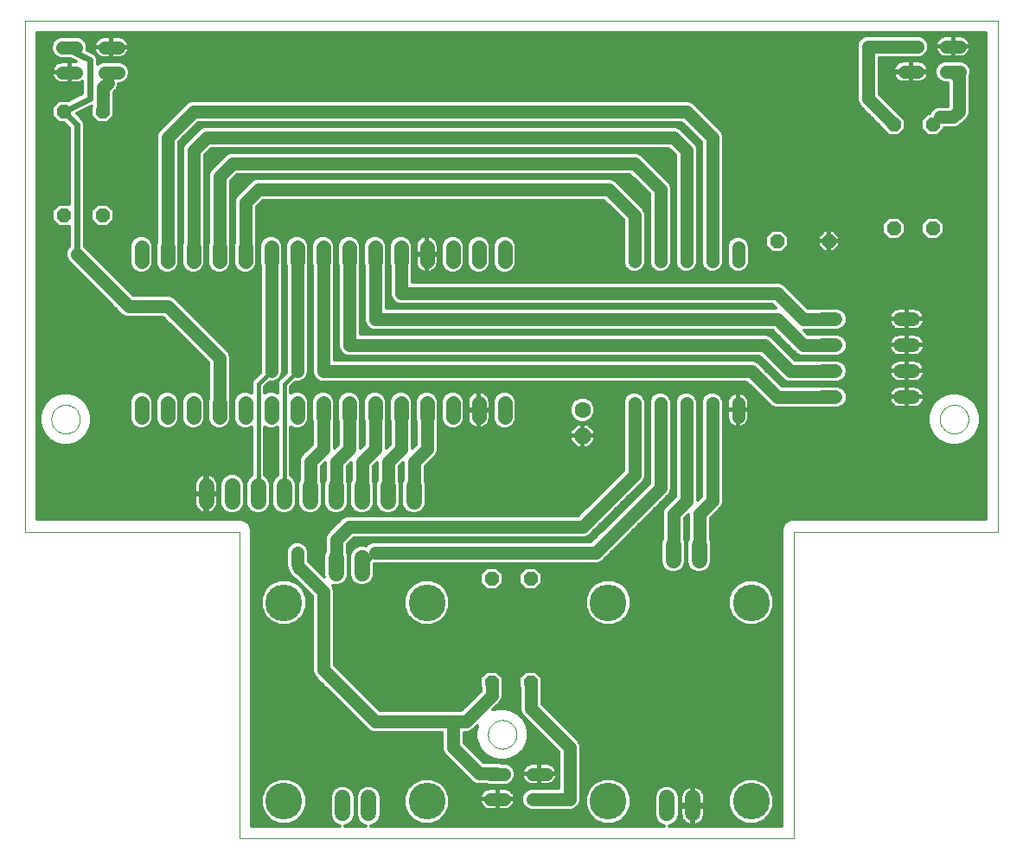
<source format=gbl>
G75*
G70*
%OFA0B0*%
%FSLAX24Y24*%
%IPPOS*%
%LPD*%
%AMOC8*
5,1,8,0,0,1.08239X$1,22.5*
%
%ADD10C,0.0030*%
%ADD11C,0.0000*%
%ADD12OC8,0.0520*%
%ADD13OC8,0.0630*%
%ADD14C,0.0630*%
%ADD15C,0.0600*%
%ADD16C,0.0520*%
%ADD17C,0.0554*%
%ADD18C,0.0515*%
%ADD19C,0.1417*%
%ADD20C,0.0120*%
%ADD21C,0.0500*%
%ADD22C,0.0100*%
%ADD23C,0.0240*%
%ADD24C,0.0436*%
%ADD25C,0.0160*%
D10*
X008448Y000300D02*
X029826Y000300D01*
X029826Y012111D01*
X037700Y012111D01*
X037700Y031796D01*
X000180Y031796D01*
X000180Y012111D01*
X008448Y012111D01*
X008448Y000300D01*
D11*
X018035Y004296D02*
X018037Y004343D01*
X018043Y004389D01*
X018053Y004435D01*
X018066Y004480D01*
X018084Y004523D01*
X018105Y004565D01*
X018129Y004605D01*
X018157Y004642D01*
X018188Y004677D01*
X018222Y004710D01*
X018258Y004739D01*
X018297Y004765D01*
X018338Y004788D01*
X018381Y004807D01*
X018425Y004823D01*
X018470Y004835D01*
X018516Y004843D01*
X018563Y004847D01*
X018609Y004847D01*
X018656Y004843D01*
X018702Y004835D01*
X018747Y004823D01*
X018791Y004807D01*
X018834Y004788D01*
X018875Y004765D01*
X018914Y004739D01*
X018950Y004710D01*
X018984Y004677D01*
X019015Y004642D01*
X019043Y004605D01*
X019067Y004565D01*
X019088Y004523D01*
X019106Y004480D01*
X019119Y004435D01*
X019129Y004389D01*
X019135Y004343D01*
X019137Y004296D01*
X019135Y004249D01*
X019129Y004203D01*
X019119Y004157D01*
X019106Y004112D01*
X019088Y004069D01*
X019067Y004027D01*
X019043Y003987D01*
X019015Y003950D01*
X018984Y003915D01*
X018950Y003882D01*
X018914Y003853D01*
X018875Y003827D01*
X018834Y003804D01*
X018791Y003785D01*
X018747Y003769D01*
X018702Y003757D01*
X018656Y003749D01*
X018609Y003745D01*
X018563Y003745D01*
X018516Y003749D01*
X018470Y003757D01*
X018425Y003769D01*
X018381Y003785D01*
X018338Y003804D01*
X018297Y003827D01*
X018258Y003853D01*
X018222Y003882D01*
X018188Y003915D01*
X018157Y003950D01*
X018129Y003987D01*
X018105Y004027D01*
X018084Y004069D01*
X018066Y004112D01*
X018053Y004157D01*
X018043Y004203D01*
X018037Y004249D01*
X018035Y004296D01*
X001204Y016442D02*
X001206Y016489D01*
X001212Y016535D01*
X001222Y016581D01*
X001235Y016626D01*
X001253Y016669D01*
X001274Y016711D01*
X001298Y016751D01*
X001326Y016788D01*
X001357Y016823D01*
X001391Y016856D01*
X001427Y016885D01*
X001466Y016911D01*
X001507Y016934D01*
X001550Y016953D01*
X001594Y016969D01*
X001639Y016981D01*
X001685Y016989D01*
X001732Y016993D01*
X001778Y016993D01*
X001825Y016989D01*
X001871Y016981D01*
X001916Y016969D01*
X001960Y016953D01*
X002003Y016934D01*
X002044Y016911D01*
X002083Y016885D01*
X002119Y016856D01*
X002153Y016823D01*
X002184Y016788D01*
X002212Y016751D01*
X002236Y016711D01*
X002257Y016669D01*
X002275Y016626D01*
X002288Y016581D01*
X002298Y016535D01*
X002304Y016489D01*
X002306Y016442D01*
X002304Y016395D01*
X002298Y016349D01*
X002288Y016303D01*
X002275Y016258D01*
X002257Y016215D01*
X002236Y016173D01*
X002212Y016133D01*
X002184Y016096D01*
X002153Y016061D01*
X002119Y016028D01*
X002083Y015999D01*
X002044Y015973D01*
X002003Y015950D01*
X001960Y015931D01*
X001916Y015915D01*
X001871Y015903D01*
X001825Y015895D01*
X001778Y015891D01*
X001732Y015891D01*
X001685Y015895D01*
X001639Y015903D01*
X001594Y015915D01*
X001550Y015931D01*
X001507Y015950D01*
X001466Y015973D01*
X001427Y015999D01*
X001391Y016028D01*
X001357Y016061D01*
X001326Y016096D01*
X001298Y016133D01*
X001274Y016173D01*
X001253Y016215D01*
X001235Y016258D01*
X001222Y016303D01*
X001212Y016349D01*
X001206Y016395D01*
X001204Y016442D01*
X035456Y016442D02*
X035458Y016489D01*
X035464Y016535D01*
X035474Y016581D01*
X035487Y016626D01*
X035505Y016669D01*
X035526Y016711D01*
X035550Y016751D01*
X035578Y016788D01*
X035609Y016823D01*
X035643Y016856D01*
X035679Y016885D01*
X035718Y016911D01*
X035759Y016934D01*
X035802Y016953D01*
X035846Y016969D01*
X035891Y016981D01*
X035937Y016989D01*
X035984Y016993D01*
X036030Y016993D01*
X036077Y016989D01*
X036123Y016981D01*
X036168Y016969D01*
X036212Y016953D01*
X036255Y016934D01*
X036296Y016911D01*
X036335Y016885D01*
X036371Y016856D01*
X036405Y016823D01*
X036436Y016788D01*
X036464Y016751D01*
X036488Y016711D01*
X036509Y016669D01*
X036527Y016626D01*
X036540Y016581D01*
X036550Y016535D01*
X036556Y016489D01*
X036558Y016442D01*
X036556Y016395D01*
X036550Y016349D01*
X036540Y016303D01*
X036527Y016258D01*
X036509Y016215D01*
X036488Y016173D01*
X036464Y016133D01*
X036436Y016096D01*
X036405Y016061D01*
X036371Y016028D01*
X036335Y015999D01*
X036296Y015973D01*
X036255Y015950D01*
X036212Y015931D01*
X036168Y015915D01*
X036123Y015903D01*
X036077Y015895D01*
X036030Y015891D01*
X035984Y015891D01*
X035937Y015895D01*
X035891Y015903D01*
X035846Y015915D01*
X035802Y015931D01*
X035759Y015950D01*
X035718Y015973D01*
X035679Y015999D01*
X035643Y016028D01*
X035609Y016061D01*
X035578Y016096D01*
X035550Y016133D01*
X035526Y016173D01*
X035505Y016215D01*
X035487Y016258D01*
X035474Y016303D01*
X035464Y016349D01*
X035458Y016395D01*
X035456Y016442D01*
D12*
X031180Y023300D03*
X029180Y023300D03*
X033680Y023800D03*
X035180Y023800D03*
X035180Y027800D03*
X033680Y027800D03*
X019680Y010300D03*
X018180Y010300D03*
X018180Y006300D03*
X019680Y006300D03*
X003180Y024300D03*
X001680Y024300D03*
X001680Y028300D03*
X003180Y028300D03*
D13*
X021680Y015800D03*
D14*
X021680Y016800D03*
D15*
X025180Y011600D02*
X025180Y011000D01*
X026180Y011000D02*
X026180Y011600D01*
X015180Y013268D02*
X015180Y013868D01*
X014180Y013868D02*
X014180Y013268D01*
X013180Y013268D02*
X013180Y013868D01*
X012180Y013868D02*
X012180Y013268D01*
X011180Y013268D02*
X011180Y013868D01*
X010180Y013868D02*
X010180Y013268D01*
X009180Y013268D02*
X009180Y013868D01*
X008180Y013868D02*
X008180Y013268D01*
X007180Y013268D02*
X007180Y013868D01*
X012180Y011100D02*
X012180Y010500D01*
X013180Y010500D02*
X013180Y011100D01*
X013430Y001850D02*
X013430Y001250D01*
X012430Y001250D02*
X012430Y001850D01*
X024930Y001850D02*
X024930Y001250D01*
X025930Y001250D02*
X025930Y001850D01*
D16*
X030920Y017300D02*
X031440Y017300D01*
X031440Y018300D02*
X030920Y018300D01*
X030920Y019300D02*
X031440Y019300D01*
X031440Y020300D02*
X030920Y020300D01*
X033920Y020300D02*
X034440Y020300D01*
X034440Y019300D02*
X033920Y019300D01*
X033920Y018300D02*
X034440Y018300D01*
X034440Y017300D02*
X033920Y017300D01*
D17*
X018680Y017077D02*
X018680Y016523D01*
X017680Y016523D02*
X017680Y017077D01*
X016680Y017077D02*
X016680Y016523D01*
X015680Y016523D02*
X015680Y017077D01*
X014680Y017077D02*
X014680Y016523D01*
X013680Y016523D02*
X013680Y017077D01*
X012680Y017077D02*
X012680Y016523D01*
X011680Y016523D02*
X011680Y017077D01*
X010680Y017077D02*
X010680Y016523D01*
X009680Y016523D02*
X009680Y017077D01*
X008680Y017077D02*
X008680Y016523D01*
X007680Y016523D02*
X007680Y017077D01*
X006680Y017077D02*
X006680Y016523D01*
X005680Y016523D02*
X005680Y017077D01*
X004680Y017077D02*
X004680Y016523D01*
X004680Y022523D02*
X004680Y023077D01*
X005680Y023077D02*
X005680Y022523D01*
X006680Y022523D02*
X006680Y023077D01*
X007680Y023077D02*
X007680Y022523D01*
X008680Y022523D02*
X008680Y023077D01*
X009680Y023077D02*
X009680Y022523D01*
X010680Y022523D02*
X010680Y023077D01*
X011680Y023077D02*
X011680Y022523D01*
X012680Y022523D02*
X012680Y023077D01*
X013680Y023077D02*
X013680Y022523D01*
X014680Y022523D02*
X014680Y023077D01*
X015680Y023077D02*
X015680Y022523D01*
X016680Y022523D02*
X016680Y023077D01*
X017680Y023077D02*
X017680Y022523D01*
X018680Y022523D02*
X018680Y023077D01*
D18*
X023680Y023057D02*
X023680Y022543D01*
X024680Y022543D02*
X024680Y023057D01*
X025680Y023057D02*
X025680Y022543D01*
X026680Y022543D02*
X026680Y023057D01*
X027680Y023057D02*
X027680Y022543D01*
X027680Y017057D02*
X027680Y016543D01*
X026680Y016543D02*
X026680Y017057D01*
X025680Y017057D02*
X025680Y016543D01*
X024680Y016543D02*
X024680Y017057D01*
X023680Y017057D02*
X023680Y016543D01*
X034079Y029831D02*
X034594Y029831D01*
X034594Y030800D02*
X034079Y030800D01*
X035704Y030800D02*
X036219Y030800D01*
X036219Y029831D02*
X035704Y029831D01*
X020281Y002769D02*
X019766Y002769D01*
X019766Y001800D02*
X020281Y001800D01*
X018656Y001800D02*
X018141Y001800D01*
X018141Y002769D02*
X018656Y002769D01*
X003781Y029800D02*
X003266Y029800D01*
X003266Y030769D02*
X003781Y030769D01*
X002156Y030769D02*
X001641Y030769D01*
X001641Y029800D02*
X002156Y029800D01*
D19*
X010174Y009379D03*
X015686Y009379D03*
X022674Y009379D03*
X028186Y009379D03*
X028186Y001721D03*
X022674Y001721D03*
X015686Y001721D03*
X010174Y001721D03*
D20*
X009285Y001722D02*
X008923Y001722D01*
X008923Y001604D02*
X009285Y001604D01*
X009285Y001544D02*
X009285Y001898D01*
X009421Y002225D01*
X009671Y002475D01*
X009997Y002610D01*
X010351Y002610D01*
X010677Y002475D01*
X010927Y002225D01*
X011063Y001898D01*
X011063Y001544D01*
X010927Y001218D01*
X010677Y000968D01*
X010351Y000833D01*
X009997Y000833D01*
X009671Y000968D01*
X009421Y001218D01*
X009285Y001544D01*
X009310Y001485D02*
X008923Y001485D01*
X008923Y001367D02*
X009359Y001367D01*
X009408Y001248D02*
X008923Y001248D01*
X008923Y001130D02*
X009509Y001130D01*
X009628Y001011D02*
X008923Y001011D01*
X008923Y000893D02*
X009853Y000893D01*
X010495Y000893D02*
X012109Y000893D01*
X012158Y000843D02*
X012023Y000978D01*
X011950Y001155D01*
X011950Y001945D01*
X012023Y002122D01*
X012158Y002257D01*
X012335Y002330D01*
X012525Y002330D01*
X012702Y002257D01*
X012837Y002122D01*
X012910Y001945D01*
X012910Y001155D01*
X012837Y000978D01*
X012702Y000843D01*
X012538Y000775D01*
X013322Y000775D01*
X013158Y000843D01*
X013023Y000978D01*
X012950Y001155D01*
X012950Y001945D01*
X013023Y002122D01*
X013158Y002257D01*
X013335Y002330D01*
X013525Y002330D01*
X013702Y002257D01*
X013837Y002122D01*
X013910Y001945D01*
X013910Y001155D01*
X013837Y000978D01*
X013702Y000843D01*
X013538Y000775D01*
X024822Y000775D01*
X024658Y000843D01*
X024523Y000978D01*
X024450Y001155D01*
X024450Y001945D01*
X024523Y002122D01*
X024658Y002257D01*
X024835Y002330D01*
X025025Y002330D01*
X025202Y002257D01*
X025337Y002122D01*
X025410Y001945D01*
X025410Y001155D01*
X025337Y000978D01*
X025202Y000843D01*
X025038Y000775D01*
X029351Y000775D01*
X029351Y012206D01*
X029423Y012380D01*
X029557Y012514D01*
X029731Y012586D01*
X037225Y012586D01*
X037225Y031321D01*
X000655Y031321D01*
X000655Y012586D01*
X008542Y012586D01*
X008717Y012514D01*
X008850Y012380D01*
X008923Y012206D01*
X008923Y000775D01*
X012322Y000775D01*
X012158Y000843D01*
X012009Y001011D02*
X010721Y001011D01*
X010839Y001130D02*
X011960Y001130D01*
X011950Y001248D02*
X010940Y001248D01*
X010989Y001367D02*
X011950Y001367D01*
X011950Y001485D02*
X011038Y001485D01*
X011063Y001604D02*
X011950Y001604D01*
X011950Y001722D02*
X011063Y001722D01*
X011063Y001841D02*
X011950Y001841D01*
X011956Y001959D02*
X011037Y001959D01*
X010988Y002078D02*
X012005Y002078D01*
X012097Y002196D02*
X010939Y002196D01*
X010838Y002315D02*
X012297Y002315D01*
X012563Y002315D02*
X013297Y002315D01*
X013097Y002196D02*
X012763Y002196D01*
X012855Y002078D02*
X013005Y002078D01*
X012956Y001959D02*
X012904Y001959D01*
X012910Y001841D02*
X012950Y001841D01*
X012950Y001722D02*
X012910Y001722D01*
X012910Y001604D02*
X012950Y001604D01*
X012950Y001485D02*
X012910Y001485D01*
X012910Y001367D02*
X012950Y001367D01*
X012950Y001248D02*
X012910Y001248D01*
X012900Y001130D02*
X012960Y001130D01*
X013009Y001011D02*
X012851Y001011D01*
X012751Y000893D02*
X013109Y000893D01*
X013751Y000893D02*
X015365Y000893D01*
X015509Y000833D02*
X015863Y000833D01*
X016189Y000968D01*
X016439Y001218D01*
X016575Y001544D01*
X016575Y001898D01*
X016439Y002225D01*
X016189Y002475D01*
X015863Y002610D01*
X015509Y002610D01*
X015183Y002475D01*
X014933Y002225D01*
X014797Y001898D01*
X014797Y001544D01*
X014933Y001218D01*
X015183Y000968D01*
X015509Y000833D01*
X015139Y001011D02*
X013851Y001011D01*
X013900Y001130D02*
X015021Y001130D01*
X014920Y001248D02*
X013910Y001248D01*
X013910Y001367D02*
X014871Y001367D01*
X014822Y001485D02*
X013910Y001485D01*
X013910Y001604D02*
X014797Y001604D01*
X014797Y001722D02*
X013910Y001722D01*
X013910Y001841D02*
X014797Y001841D01*
X014823Y001959D02*
X013904Y001959D01*
X013855Y002078D02*
X014872Y002078D01*
X014921Y002196D02*
X013763Y002196D01*
X013563Y002315D02*
X015022Y002315D01*
X015141Y002433D02*
X010719Y002433D01*
X010492Y002552D02*
X015368Y002552D01*
X016004Y002552D02*
X017320Y002552D01*
X017315Y002556D02*
X017436Y002435D01*
X017594Y002370D01*
X017961Y002370D01*
X018054Y002331D01*
X018743Y002331D01*
X018904Y002398D01*
X019027Y002521D01*
X019094Y002682D01*
X019094Y002856D01*
X019027Y003017D01*
X018904Y003140D01*
X018743Y003206D01*
X018510Y003206D01*
X018453Y003230D01*
X017858Y003230D01*
X017110Y003978D01*
X017110Y004370D01*
X017266Y004370D01*
X017424Y004435D01*
X017632Y004644D01*
X017574Y004429D01*
X017574Y004163D01*
X017643Y003906D01*
X017776Y003675D01*
X017965Y003487D01*
X018195Y003354D01*
X018452Y003285D01*
X018719Y003285D01*
X018976Y003354D01*
X019206Y003487D01*
X019395Y003675D01*
X019528Y003906D01*
X019597Y004163D01*
X019597Y004429D01*
X019528Y004686D01*
X019395Y004917D01*
X019206Y005105D01*
X018976Y005238D01*
X018719Y005307D01*
X018452Y005307D01*
X018238Y005250D01*
X018424Y005435D01*
X018545Y005556D01*
X018610Y005714D01*
X018610Y006108D01*
X018620Y006118D01*
X018620Y006482D01*
X018362Y006740D01*
X017998Y006740D01*
X017740Y006482D01*
X017740Y006118D01*
X017750Y006108D01*
X017750Y005978D01*
X017002Y005230D01*
X013858Y005230D01*
X012110Y006978D01*
X012110Y009886D01*
X012048Y010035D01*
X012085Y010020D01*
X012275Y010020D01*
X012452Y010093D01*
X012587Y010228D01*
X012660Y010405D01*
X012660Y011195D01*
X012610Y011316D01*
X012610Y011622D01*
X012858Y011870D01*
X021766Y011870D01*
X021924Y011935D01*
X022045Y012056D01*
X024045Y014056D01*
X024110Y014214D01*
X024110Y016437D01*
X024117Y016455D01*
X024117Y017145D01*
X024051Y017305D01*
X023928Y017428D01*
X023767Y017495D01*
X023593Y017495D01*
X023432Y017428D01*
X023309Y017305D01*
X023243Y017145D01*
X023243Y016455D01*
X023250Y016437D01*
X023250Y014478D01*
X021502Y012730D01*
X012594Y012730D01*
X012436Y012665D01*
X011936Y012165D01*
X011815Y012044D01*
X011750Y011886D01*
X011750Y011316D01*
X011700Y011195D01*
X011700Y010405D01*
X011712Y010377D01*
X011110Y010978D01*
X011110Y011386D01*
X011045Y011544D01*
X010924Y011665D01*
X010766Y011730D01*
X010594Y011730D01*
X010436Y011665D01*
X010315Y011544D01*
X010250Y011386D01*
X010250Y010799D01*
X010375Y010496D01*
X010431Y010441D01*
X011250Y009622D01*
X011250Y006714D01*
X011315Y006556D01*
X011436Y006435D01*
X013315Y004556D01*
X013436Y004435D01*
X013594Y004370D01*
X016250Y004370D01*
X016250Y003714D01*
X016315Y003556D01*
X017315Y002556D01*
X017202Y002670D02*
X008923Y002670D01*
X008923Y002552D02*
X009856Y002552D01*
X009629Y002433D02*
X008923Y002433D01*
X008923Y002315D02*
X009511Y002315D01*
X009409Y002196D02*
X008923Y002196D01*
X008923Y002078D02*
X009360Y002078D01*
X009311Y001959D02*
X008923Y001959D01*
X008923Y001841D02*
X009285Y001841D01*
X008923Y002789D02*
X017083Y002789D01*
X016965Y002907D02*
X008923Y002907D01*
X008923Y003026D02*
X016846Y003026D01*
X016728Y003144D02*
X008923Y003144D01*
X008923Y003263D02*
X016609Y003263D01*
X016491Y003381D02*
X008923Y003381D01*
X008923Y003500D02*
X016372Y003500D01*
X016290Y003618D02*
X008923Y003618D01*
X008923Y003737D02*
X016250Y003737D01*
X016250Y003855D02*
X008923Y003855D01*
X008923Y003974D02*
X016250Y003974D01*
X016250Y004092D02*
X008923Y004092D01*
X008923Y004211D02*
X016250Y004211D01*
X016250Y004329D02*
X008923Y004329D01*
X008923Y004448D02*
X013424Y004448D01*
X013315Y004556D02*
X013315Y004556D01*
X013306Y004566D02*
X008923Y004566D01*
X008923Y004685D02*
X013187Y004685D01*
X013069Y004803D02*
X008923Y004803D01*
X008923Y004922D02*
X012950Y004922D01*
X012832Y005040D02*
X008923Y005040D01*
X008923Y005159D02*
X012713Y005159D01*
X012595Y005277D02*
X008923Y005277D01*
X008923Y005396D02*
X012476Y005396D01*
X012358Y005514D02*
X008923Y005514D01*
X008923Y005633D02*
X012239Y005633D01*
X012121Y005751D02*
X008923Y005751D01*
X008923Y005870D02*
X012002Y005870D01*
X011884Y005988D02*
X008923Y005988D01*
X008923Y006107D02*
X011765Y006107D01*
X011647Y006225D02*
X008923Y006225D01*
X008923Y006344D02*
X011528Y006344D01*
X011410Y006462D02*
X008923Y006462D01*
X008923Y006581D02*
X011305Y006581D01*
X011256Y006699D02*
X008923Y006699D01*
X008923Y006818D02*
X011250Y006818D01*
X011250Y006936D02*
X008923Y006936D01*
X008923Y007055D02*
X011250Y007055D01*
X011250Y007173D02*
X008923Y007173D01*
X008923Y007292D02*
X011250Y007292D01*
X011250Y007410D02*
X008923Y007410D01*
X008923Y007529D02*
X011250Y007529D01*
X011250Y007647D02*
X008923Y007647D01*
X008923Y007766D02*
X011250Y007766D01*
X011250Y007884D02*
X008923Y007884D01*
X008923Y008003D02*
X011250Y008003D01*
X011250Y008121D02*
X008923Y008121D01*
X008923Y008240D02*
X011250Y008240D01*
X011250Y008358D02*
X008923Y008358D01*
X008923Y008477D02*
X011250Y008477D01*
X011250Y008595D02*
X010604Y008595D01*
X010677Y008625D02*
X010927Y008875D01*
X011063Y009202D01*
X011063Y009556D01*
X010927Y009882D01*
X010677Y010132D01*
X010351Y010267D01*
X009997Y010267D01*
X009671Y010132D01*
X009421Y009882D01*
X009285Y009556D01*
X009285Y009202D01*
X009421Y008875D01*
X009671Y008625D01*
X009997Y008490D01*
X010351Y008490D01*
X010677Y008625D01*
X010766Y008714D02*
X011250Y008714D01*
X011250Y008832D02*
X010884Y008832D01*
X010959Y008951D02*
X011250Y008951D01*
X011250Y009069D02*
X011008Y009069D01*
X011057Y009188D02*
X011250Y009188D01*
X011250Y009306D02*
X011063Y009306D01*
X011063Y009425D02*
X011250Y009425D01*
X011250Y009543D02*
X011063Y009543D01*
X011019Y009662D02*
X011210Y009662D01*
X011092Y009780D02*
X010970Y009780D01*
X010973Y009899D02*
X010911Y009899D01*
X010855Y010017D02*
X010793Y010017D01*
X010736Y010136D02*
X010669Y010136D01*
X010618Y010254D02*
X010383Y010254D01*
X010499Y010373D02*
X008923Y010373D01*
X008923Y010491D02*
X010381Y010491D01*
X010375Y010496D02*
X010375Y010496D01*
X010431Y010441D02*
X010431Y010441D01*
X010329Y010610D02*
X008923Y010610D01*
X008923Y010728D02*
X010279Y010728D01*
X010250Y010847D02*
X008923Y010847D01*
X008923Y010965D02*
X010250Y010965D01*
X010250Y011084D02*
X008923Y011084D01*
X008923Y011202D02*
X010250Y011202D01*
X010250Y011321D02*
X008923Y011321D01*
X008923Y011439D02*
X010272Y011439D01*
X010329Y011558D02*
X008923Y011558D01*
X008923Y011676D02*
X010464Y011676D01*
X010896Y011676D02*
X011750Y011676D01*
X011750Y011558D02*
X011031Y011558D01*
X011088Y011439D02*
X011750Y011439D01*
X011750Y011321D02*
X011110Y011321D01*
X011110Y011202D02*
X011703Y011202D01*
X011700Y011084D02*
X011110Y011084D01*
X011123Y010965D02*
X011700Y010965D01*
X011700Y010847D02*
X011242Y010847D01*
X011360Y010728D02*
X011700Y010728D01*
X011700Y010610D02*
X011479Y010610D01*
X011597Y010491D02*
X011700Y010491D01*
X012056Y010017D02*
X015067Y010017D01*
X015183Y010132D02*
X014933Y009882D01*
X014797Y009556D01*
X014797Y009202D01*
X014933Y008875D01*
X015183Y008625D01*
X015509Y008490D01*
X015863Y008490D01*
X016189Y008625D01*
X016439Y008875D01*
X016575Y009202D01*
X016575Y009556D01*
X016439Y009882D01*
X016189Y010132D01*
X015863Y010267D01*
X015509Y010267D01*
X015183Y010132D01*
X015191Y010136D02*
X013494Y010136D01*
X013452Y010093D02*
X013587Y010228D01*
X013660Y010405D01*
X013660Y010870D01*
X022266Y010870D01*
X022424Y010935D01*
X024924Y013435D01*
X025045Y013556D01*
X025110Y013714D01*
X025110Y016437D01*
X025117Y016455D01*
X025117Y017145D01*
X025051Y017305D01*
X024928Y017428D01*
X024767Y017495D01*
X024593Y017495D01*
X024432Y017428D01*
X024309Y017305D01*
X024243Y017145D01*
X024243Y016455D01*
X024250Y016437D01*
X024250Y013978D01*
X022002Y011730D01*
X013594Y011730D01*
X013436Y011665D01*
X013330Y011558D01*
X013275Y011580D01*
X013085Y011580D01*
X012908Y011507D01*
X012773Y011372D01*
X012700Y011195D01*
X012700Y010405D01*
X012773Y010228D01*
X012908Y010093D01*
X013085Y010020D01*
X013275Y010020D01*
X013452Y010093D01*
X013598Y010254D02*
X015477Y010254D01*
X015895Y010254D02*
X017740Y010254D01*
X017740Y010136D02*
X016181Y010136D01*
X016304Y010017D02*
X017841Y010017D01*
X017740Y010118D02*
X017740Y010482D01*
X017998Y010740D01*
X018362Y010740D01*
X018620Y010482D01*
X018620Y010118D01*
X018362Y009860D01*
X017998Y009860D01*
X017740Y010118D01*
X017740Y010373D02*
X013647Y010373D01*
X013660Y010491D02*
X017749Y010491D01*
X017867Y010610D02*
X013660Y010610D01*
X013660Y010728D02*
X017986Y010728D01*
X018374Y010728D02*
X019486Y010728D01*
X019498Y010740D02*
X019240Y010482D01*
X019240Y010118D01*
X019498Y009860D01*
X019862Y009860D01*
X020120Y010118D01*
X020120Y010482D01*
X019862Y010740D01*
X019498Y010740D01*
X019367Y010610D02*
X018493Y010610D01*
X018611Y010491D02*
X019249Y010491D01*
X019240Y010373D02*
X018620Y010373D01*
X018620Y010254D02*
X019240Y010254D01*
X019240Y010136D02*
X018620Y010136D01*
X018519Y010017D02*
X019341Y010017D01*
X019459Y009899D02*
X018401Y009899D01*
X017959Y009899D02*
X016423Y009899D01*
X016482Y009780D02*
X021878Y009780D01*
X021921Y009882D02*
X021785Y009556D01*
X021785Y009202D01*
X021921Y008875D01*
X022171Y008625D01*
X022497Y008490D01*
X022851Y008490D01*
X023177Y008625D01*
X023427Y008875D01*
X023563Y009202D01*
X023563Y009556D01*
X023427Y009882D01*
X023177Y010132D01*
X022851Y010267D01*
X022497Y010267D01*
X022171Y010132D01*
X021921Y009882D01*
X021937Y009899D02*
X019901Y009899D01*
X020019Y010017D02*
X022056Y010017D01*
X022179Y010136D02*
X020120Y010136D01*
X020120Y010254D02*
X022465Y010254D01*
X022883Y010254D02*
X027977Y010254D01*
X028009Y010267D02*
X027683Y010132D01*
X027433Y009882D01*
X027297Y009556D01*
X027297Y009202D01*
X027433Y008875D01*
X027683Y008625D01*
X028009Y008490D01*
X028363Y008490D01*
X028689Y008625D01*
X028939Y008875D01*
X029075Y009202D01*
X029075Y009556D01*
X028939Y009882D01*
X028689Y010132D01*
X028363Y010267D01*
X028009Y010267D01*
X027691Y010136D02*
X023169Y010136D01*
X023293Y010017D02*
X027567Y010017D01*
X027449Y009899D02*
X023411Y009899D01*
X023470Y009780D02*
X027390Y009780D01*
X027341Y009662D02*
X023519Y009662D01*
X023563Y009543D02*
X027297Y009543D01*
X027297Y009425D02*
X023563Y009425D01*
X023563Y009306D02*
X027297Y009306D01*
X027303Y009188D02*
X023557Y009188D01*
X023508Y009069D02*
X027352Y009069D01*
X027401Y008951D02*
X023459Y008951D01*
X023384Y008832D02*
X027476Y008832D01*
X027594Y008714D02*
X023266Y008714D01*
X023104Y008595D02*
X027756Y008595D01*
X028616Y008595D02*
X029351Y008595D01*
X029351Y008477D02*
X012110Y008477D01*
X012110Y008595D02*
X015256Y008595D01*
X015094Y008714D02*
X012110Y008714D01*
X012110Y008832D02*
X014976Y008832D01*
X014901Y008951D02*
X012110Y008951D01*
X012110Y009069D02*
X014852Y009069D01*
X014803Y009188D02*
X012110Y009188D01*
X012110Y009306D02*
X014797Y009306D01*
X014797Y009425D02*
X012110Y009425D01*
X012110Y009543D02*
X014797Y009543D01*
X014841Y009662D02*
X012110Y009662D01*
X012110Y009780D02*
X014890Y009780D01*
X014949Y009899D02*
X012105Y009899D01*
X012494Y010136D02*
X012866Y010136D01*
X012762Y010254D02*
X012598Y010254D01*
X012647Y010373D02*
X012713Y010373D01*
X012700Y010491D02*
X012660Y010491D01*
X012660Y010610D02*
X012700Y010610D01*
X012700Y010728D02*
X012660Y010728D01*
X012660Y010847D02*
X012700Y010847D01*
X012700Y010965D02*
X012660Y010965D01*
X012660Y011084D02*
X012700Y011084D01*
X012703Y011202D02*
X012657Y011202D01*
X012610Y011321D02*
X012752Y011321D01*
X012840Y011439D02*
X012610Y011439D01*
X012610Y011558D02*
X013030Y011558D01*
X012783Y011795D02*
X022066Y011795D01*
X022185Y011913D02*
X021869Y011913D01*
X022020Y012032D02*
X022303Y012032D01*
X022422Y012150D02*
X022138Y012150D01*
X022257Y012269D02*
X022540Y012269D01*
X022659Y012387D02*
X022375Y012387D01*
X022494Y012506D02*
X022777Y012506D01*
X022896Y012624D02*
X022612Y012624D01*
X022731Y012743D02*
X023014Y012743D01*
X023133Y012861D02*
X022849Y012861D01*
X022968Y012980D02*
X023251Y012980D01*
X023370Y013098D02*
X023086Y013098D01*
X023205Y013217D02*
X023488Y013217D01*
X023607Y013335D02*
X023323Y013335D01*
X023442Y013454D02*
X023725Y013454D01*
X023844Y013572D02*
X023560Y013572D01*
X023679Y013691D02*
X023962Y013691D01*
X024081Y013809D02*
X023797Y013809D01*
X023916Y013928D02*
X024199Y013928D01*
X024250Y014046D02*
X024034Y014046D01*
X024089Y014165D02*
X024250Y014165D01*
X024250Y014283D02*
X024110Y014283D01*
X024110Y014402D02*
X024250Y014402D01*
X024250Y014520D02*
X024110Y014520D01*
X024110Y014639D02*
X024250Y014639D01*
X024250Y014757D02*
X024110Y014757D01*
X024110Y014876D02*
X024250Y014876D01*
X024250Y014994D02*
X024110Y014994D01*
X024110Y015113D02*
X024250Y015113D01*
X024250Y015231D02*
X024110Y015231D01*
X024110Y015350D02*
X024250Y015350D01*
X024250Y015468D02*
X024110Y015468D01*
X024110Y015587D02*
X024250Y015587D01*
X024250Y015705D02*
X024110Y015705D01*
X024110Y015824D02*
X024250Y015824D01*
X024250Y015942D02*
X024110Y015942D01*
X024110Y016061D02*
X024250Y016061D01*
X024250Y016179D02*
X024110Y016179D01*
X024110Y016298D02*
X024250Y016298D01*
X024250Y016416D02*
X024110Y016416D01*
X024117Y016535D02*
X024243Y016535D01*
X024243Y016653D02*
X024117Y016653D01*
X024117Y016772D02*
X024243Y016772D01*
X024243Y016890D02*
X024117Y016890D01*
X024117Y017009D02*
X024243Y017009D01*
X024243Y017127D02*
X024117Y017127D01*
X024076Y017246D02*
X024284Y017246D01*
X024368Y017364D02*
X023992Y017364D01*
X023797Y017483D02*
X024563Y017483D01*
X024797Y017483D02*
X025563Y017483D01*
X025593Y017495D02*
X025432Y017428D01*
X025309Y017305D01*
X025243Y017145D01*
X025243Y016455D01*
X025250Y016437D01*
X025250Y013478D01*
X024815Y013044D01*
X024750Y012886D01*
X024750Y011816D01*
X024700Y011695D01*
X024700Y010905D01*
X024773Y010728D01*
X024908Y010593D01*
X025085Y010520D01*
X025275Y010520D01*
X025452Y010593D01*
X025587Y010728D01*
X025660Y010905D01*
X025660Y011695D01*
X025610Y011816D01*
X025610Y012622D01*
X025750Y012762D01*
X025750Y011816D01*
X025700Y011695D01*
X025700Y010905D01*
X025773Y010728D01*
X025908Y010593D01*
X026085Y010520D01*
X026275Y010520D01*
X026452Y010593D01*
X026587Y010728D01*
X026660Y010905D01*
X026660Y011695D01*
X026610Y011816D01*
X026610Y012622D01*
X026924Y012935D01*
X027045Y013056D01*
X027110Y013214D01*
X027110Y016437D01*
X027117Y016455D01*
X027117Y017145D01*
X027051Y017305D01*
X026928Y017428D01*
X026767Y017495D01*
X026593Y017495D01*
X026432Y017428D01*
X026309Y017305D01*
X026243Y017145D01*
X026243Y016455D01*
X026250Y016437D01*
X026250Y013478D01*
X026110Y013338D01*
X026110Y016437D01*
X026117Y016455D01*
X026117Y017145D01*
X026051Y017305D01*
X025928Y017428D01*
X025767Y017495D01*
X025593Y017495D01*
X025797Y017483D02*
X026563Y017483D01*
X026368Y017364D02*
X025992Y017364D01*
X026076Y017246D02*
X026284Y017246D01*
X026243Y017127D02*
X026117Y017127D01*
X026117Y017009D02*
X026243Y017009D01*
X026243Y016890D02*
X026117Y016890D01*
X026117Y016772D02*
X026243Y016772D01*
X026243Y016653D02*
X026117Y016653D01*
X026117Y016535D02*
X026243Y016535D01*
X026250Y016416D02*
X026110Y016416D01*
X026110Y016298D02*
X026250Y016298D01*
X026250Y016179D02*
X026110Y016179D01*
X026110Y016061D02*
X026250Y016061D01*
X026250Y015942D02*
X026110Y015942D01*
X026110Y015824D02*
X026250Y015824D01*
X026250Y015705D02*
X026110Y015705D01*
X026110Y015587D02*
X026250Y015587D01*
X026250Y015468D02*
X026110Y015468D01*
X026110Y015350D02*
X026250Y015350D01*
X026250Y015231D02*
X026110Y015231D01*
X026110Y015113D02*
X026250Y015113D01*
X026250Y014994D02*
X026110Y014994D01*
X026110Y014876D02*
X026250Y014876D01*
X026250Y014757D02*
X026110Y014757D01*
X026110Y014639D02*
X026250Y014639D01*
X026250Y014520D02*
X026110Y014520D01*
X026110Y014402D02*
X026250Y014402D01*
X026250Y014283D02*
X026110Y014283D01*
X026110Y014165D02*
X026250Y014165D01*
X026250Y014046D02*
X026110Y014046D01*
X026110Y013928D02*
X026250Y013928D01*
X026250Y013809D02*
X026110Y013809D01*
X026110Y013691D02*
X026250Y013691D01*
X026250Y013572D02*
X026110Y013572D01*
X026110Y013454D02*
X026225Y013454D01*
X026849Y012861D02*
X037225Y012861D01*
X037225Y012743D02*
X026731Y012743D01*
X026612Y012624D02*
X037225Y012624D01*
X037225Y012980D02*
X026968Y012980D01*
X027062Y013098D02*
X037225Y013098D01*
X037225Y013217D02*
X027110Y013217D01*
X027110Y013335D02*
X037225Y013335D01*
X037225Y013454D02*
X027110Y013454D01*
X027110Y013572D02*
X037225Y013572D01*
X037225Y013691D02*
X027110Y013691D01*
X027110Y013809D02*
X037225Y013809D01*
X037225Y013928D02*
X027110Y013928D01*
X027110Y014046D02*
X037225Y014046D01*
X037225Y014165D02*
X027110Y014165D01*
X027110Y014283D02*
X037225Y014283D01*
X037225Y014402D02*
X027110Y014402D01*
X027110Y014520D02*
X037225Y014520D01*
X037225Y014639D02*
X027110Y014639D01*
X027110Y014757D02*
X037225Y014757D01*
X037225Y014876D02*
X027110Y014876D01*
X027110Y014994D02*
X037225Y014994D01*
X037225Y015113D02*
X027110Y015113D01*
X027110Y015231D02*
X037225Y015231D01*
X037225Y015350D02*
X027110Y015350D01*
X027110Y015468D02*
X035734Y015468D01*
X035616Y015499D02*
X035874Y015431D01*
X036140Y015431D01*
X036397Y015499D01*
X036628Y015633D01*
X036816Y015821D01*
X036949Y016051D01*
X037018Y016309D01*
X037018Y016575D01*
X036949Y016832D01*
X036816Y017063D01*
X036628Y017251D01*
X036397Y017384D01*
X036140Y017453D01*
X035874Y017453D01*
X035616Y017384D01*
X035386Y017251D01*
X035198Y017063D01*
X035065Y016832D01*
X034996Y016575D01*
X034996Y016309D01*
X035065Y016051D01*
X035198Y015821D01*
X035386Y015633D01*
X035616Y015499D01*
X035466Y015587D02*
X027110Y015587D01*
X027110Y015705D02*
X035313Y015705D01*
X035196Y015824D02*
X027110Y015824D01*
X027110Y015942D02*
X035128Y015942D01*
X035062Y016061D02*
X027110Y016061D01*
X027110Y016179D02*
X027474Y016179D01*
X027461Y016185D02*
X027520Y016156D01*
X027582Y016135D01*
X027647Y016125D01*
X027661Y016125D01*
X027661Y016781D01*
X027263Y016781D01*
X027263Y016510D01*
X027273Y016445D01*
X027293Y016382D01*
X027323Y016324D01*
X027362Y016271D01*
X027408Y016224D01*
X027461Y016185D01*
X027342Y016298D02*
X027110Y016298D01*
X027110Y016416D02*
X027282Y016416D01*
X027263Y016535D02*
X027117Y016535D01*
X027117Y016653D02*
X027263Y016653D01*
X027263Y016772D02*
X027117Y016772D01*
X027117Y016890D02*
X027263Y016890D01*
X027263Y016819D02*
X027661Y016819D01*
X027661Y017475D01*
X027647Y017475D01*
X027582Y017465D01*
X027520Y017444D01*
X027461Y017415D01*
X027408Y017376D01*
X027362Y017329D01*
X027323Y017276D01*
X027293Y017218D01*
X027273Y017155D01*
X027263Y017090D01*
X027263Y016819D01*
X027263Y017009D02*
X027117Y017009D01*
X027117Y017127D02*
X027268Y017127D01*
X027307Y017246D02*
X027076Y017246D01*
X026992Y017364D02*
X027396Y017364D01*
X027661Y017364D02*
X027699Y017364D01*
X027699Y017475D02*
X027699Y016819D01*
X027661Y016819D01*
X027661Y016781D01*
X027699Y016781D01*
X027699Y016819D01*
X028097Y016819D01*
X028097Y017090D01*
X028087Y017155D01*
X028067Y017218D01*
X028037Y017276D01*
X027998Y017329D01*
X027952Y017376D01*
X027899Y017415D01*
X027840Y017444D01*
X027778Y017465D01*
X027713Y017475D01*
X027699Y017475D01*
X027699Y017246D02*
X027661Y017246D01*
X027661Y017127D02*
X027699Y017127D01*
X027699Y017009D02*
X027661Y017009D01*
X027661Y016890D02*
X027699Y016890D01*
X027699Y016781D02*
X028097Y016781D01*
X028097Y016510D01*
X028087Y016445D01*
X028067Y016382D01*
X028037Y016324D01*
X027998Y016271D01*
X027952Y016224D01*
X027899Y016185D01*
X027840Y016156D01*
X027778Y016135D01*
X027713Y016125D01*
X027699Y016125D01*
X027699Y016781D01*
X027699Y016772D02*
X027661Y016772D01*
X027661Y016653D02*
X027699Y016653D01*
X027699Y016535D02*
X027661Y016535D01*
X027661Y016416D02*
X027699Y016416D01*
X027699Y016298D02*
X027661Y016298D01*
X027661Y016179D02*
X027699Y016179D01*
X027886Y016179D02*
X035030Y016179D01*
X034999Y016298D02*
X028018Y016298D01*
X028078Y016416D02*
X034996Y016416D01*
X034996Y016535D02*
X028097Y016535D01*
X028097Y016653D02*
X035017Y016653D01*
X035048Y016772D02*
X028097Y016772D01*
X028097Y016890D02*
X029046Y016890D01*
X029094Y016870D02*
X030808Y016870D01*
X030832Y016860D01*
X031528Y016860D01*
X031689Y016927D01*
X031813Y017051D01*
X031880Y017212D01*
X031880Y017388D01*
X031813Y017549D01*
X031689Y017673D01*
X031528Y017740D01*
X030832Y017740D01*
X030808Y017730D01*
X029358Y017730D01*
X028424Y018665D01*
X028266Y018730D01*
X012110Y018730D01*
X012110Y022366D01*
X012137Y022432D01*
X012137Y023168D01*
X012068Y023336D01*
X011939Y023465D01*
X011771Y023534D01*
X011589Y023534D01*
X011421Y023465D01*
X011292Y023336D01*
X011223Y023168D01*
X011223Y022432D01*
X011250Y022366D01*
X011250Y018214D01*
X011315Y018056D01*
X011436Y017935D01*
X011594Y017870D01*
X028002Y017870D01*
X028815Y017056D01*
X028936Y016935D01*
X029094Y016870D01*
X028863Y017009D02*
X028097Y017009D01*
X028092Y017127D02*
X028745Y017127D01*
X028626Y017246D02*
X028053Y017246D01*
X027964Y017364D02*
X028508Y017364D01*
X028389Y017483D02*
X026797Y017483D01*
X025368Y017364D02*
X024992Y017364D01*
X025076Y017246D02*
X025284Y017246D01*
X025243Y017127D02*
X025117Y017127D01*
X025117Y017009D02*
X025243Y017009D01*
X025243Y016890D02*
X025117Y016890D01*
X025117Y016772D02*
X025243Y016772D01*
X025243Y016653D02*
X025117Y016653D01*
X025117Y016535D02*
X025243Y016535D01*
X025250Y016416D02*
X025110Y016416D01*
X025110Y016298D02*
X025250Y016298D01*
X025250Y016179D02*
X025110Y016179D01*
X025110Y016061D02*
X025250Y016061D01*
X025250Y015942D02*
X025110Y015942D01*
X025110Y015824D02*
X025250Y015824D01*
X025250Y015705D02*
X025110Y015705D01*
X025110Y015587D02*
X025250Y015587D01*
X025250Y015468D02*
X025110Y015468D01*
X025110Y015350D02*
X025250Y015350D01*
X025250Y015231D02*
X025110Y015231D01*
X025110Y015113D02*
X025250Y015113D01*
X025250Y014994D02*
X025110Y014994D01*
X025110Y014876D02*
X025250Y014876D01*
X025250Y014757D02*
X025110Y014757D01*
X025110Y014639D02*
X025250Y014639D01*
X025250Y014520D02*
X025110Y014520D01*
X025110Y014402D02*
X025250Y014402D01*
X025250Y014283D02*
X025110Y014283D01*
X025110Y014165D02*
X025250Y014165D01*
X025250Y014046D02*
X025110Y014046D01*
X025110Y013928D02*
X025250Y013928D01*
X025250Y013809D02*
X025110Y013809D01*
X025100Y013691D02*
X025250Y013691D01*
X025250Y013572D02*
X025051Y013572D01*
X024942Y013454D02*
X025225Y013454D01*
X025107Y013335D02*
X024823Y013335D01*
X024705Y013217D02*
X024988Y013217D01*
X024870Y013098D02*
X024586Y013098D01*
X024468Y012980D02*
X024789Y012980D01*
X024750Y012861D02*
X024349Y012861D01*
X024231Y012743D02*
X024750Y012743D01*
X024750Y012624D02*
X024112Y012624D01*
X023994Y012506D02*
X024750Y012506D01*
X024750Y012387D02*
X023875Y012387D01*
X023757Y012269D02*
X024750Y012269D01*
X024750Y012150D02*
X023638Y012150D01*
X023520Y012032D02*
X024750Y012032D01*
X024750Y011913D02*
X023401Y011913D01*
X023283Y011795D02*
X024741Y011795D01*
X024700Y011676D02*
X023164Y011676D01*
X023046Y011558D02*
X024700Y011558D01*
X024700Y011439D02*
X022927Y011439D01*
X022809Y011321D02*
X024700Y011321D01*
X024700Y011202D02*
X022690Y011202D01*
X022572Y011084D02*
X024700Y011084D01*
X024700Y010965D02*
X022453Y010965D01*
X021829Y009662D02*
X016531Y009662D01*
X016575Y009543D02*
X021785Y009543D01*
X021785Y009425D02*
X016575Y009425D01*
X016575Y009306D02*
X021785Y009306D01*
X021791Y009188D02*
X016569Y009188D01*
X016519Y009069D02*
X021841Y009069D01*
X021890Y008951D02*
X016470Y008951D01*
X016396Y008832D02*
X021964Y008832D01*
X022083Y008714D02*
X016277Y008714D01*
X016116Y008595D02*
X022244Y008595D01*
X020120Y010373D02*
X029351Y010373D01*
X029351Y010491D02*
X020111Y010491D01*
X019993Y010610D02*
X024892Y010610D01*
X024773Y010728D02*
X019874Y010728D01*
X021514Y012743D02*
X000655Y012743D01*
X000655Y012861D02*
X006965Y012861D01*
X006939Y012874D02*
X007003Y012841D01*
X007072Y012819D01*
X007140Y012808D01*
X007140Y013528D01*
X006720Y013528D01*
X006720Y013232D01*
X006731Y013160D01*
X006754Y013091D01*
X006787Y013027D01*
X006829Y012968D01*
X006880Y012917D01*
X006939Y012874D01*
X006821Y012980D02*
X000655Y012980D01*
X000655Y013098D02*
X006751Y013098D01*
X006722Y013217D02*
X000655Y013217D01*
X000655Y013335D02*
X006720Y013335D01*
X006720Y013454D02*
X000655Y013454D01*
X000655Y013572D02*
X007140Y013572D01*
X007140Y013608D02*
X007140Y013528D01*
X007220Y013528D01*
X007220Y013608D01*
X007140Y013608D01*
X007140Y014327D01*
X007072Y014316D01*
X007003Y014294D01*
X006939Y014261D01*
X006880Y014219D01*
X006829Y014167D01*
X006787Y014109D01*
X006754Y014044D01*
X006731Y013975D01*
X006720Y013904D01*
X006720Y013608D01*
X007140Y013608D01*
X007220Y013608D02*
X007220Y014327D01*
X007288Y014316D01*
X007357Y014294D01*
X007421Y014261D01*
X007480Y014219D01*
X007531Y014167D01*
X007573Y014109D01*
X007606Y014044D01*
X007629Y013975D01*
X007640Y013904D01*
X007640Y013608D01*
X007220Y013608D01*
X007220Y013572D02*
X007700Y013572D01*
X007640Y013528D02*
X007220Y013528D01*
X007220Y012808D01*
X007288Y012819D01*
X007357Y012841D01*
X007421Y012874D01*
X007480Y012917D01*
X007531Y012968D01*
X007573Y013027D01*
X007606Y013091D01*
X007629Y013160D01*
X007640Y013232D01*
X007640Y013528D01*
X007640Y013454D02*
X007700Y013454D01*
X007700Y013335D02*
X007640Y013335D01*
X007638Y013217D02*
X007700Y013217D01*
X007700Y013172D02*
X007773Y012996D01*
X007908Y012861D01*
X007395Y012861D01*
X007220Y012861D02*
X007140Y012861D01*
X007140Y012980D02*
X007220Y012980D01*
X007220Y013098D02*
X007140Y013098D01*
X007140Y013217D02*
X007220Y013217D01*
X007220Y013335D02*
X007140Y013335D01*
X007140Y013454D02*
X007220Y013454D01*
X007220Y013691D02*
X007140Y013691D01*
X007140Y013809D02*
X007220Y013809D01*
X007220Y013928D02*
X007140Y013928D01*
X007140Y014046D02*
X007220Y014046D01*
X007220Y014165D02*
X007140Y014165D01*
X007140Y014283D02*
X007220Y014283D01*
X007378Y014283D02*
X007928Y014283D01*
X007908Y014275D02*
X007773Y014140D01*
X007700Y013963D01*
X007700Y013172D01*
X007731Y013098D02*
X007609Y013098D01*
X007539Y012980D02*
X007789Y012980D01*
X007908Y012861D02*
X008085Y012788D01*
X008275Y012788D01*
X008452Y012861D01*
X008908Y012861D01*
X009085Y012788D01*
X009275Y012788D01*
X009452Y012861D01*
X009908Y012861D01*
X010085Y012788D01*
X010275Y012788D01*
X010452Y012861D01*
X010908Y012861D01*
X011085Y012788D01*
X011275Y012788D01*
X011452Y012861D01*
X011908Y012861D01*
X012085Y012788D01*
X012275Y012788D01*
X012452Y012861D01*
X012908Y012861D01*
X013085Y012788D01*
X013275Y012788D01*
X013452Y012861D01*
X013908Y012861D01*
X014085Y012788D01*
X014275Y012788D01*
X014452Y012861D01*
X014908Y012861D01*
X015085Y012788D01*
X015275Y012788D01*
X015452Y012861D01*
X021633Y012861D01*
X021751Y012980D02*
X015571Y012980D01*
X015587Y012996D02*
X015660Y013172D01*
X015660Y013963D01*
X015610Y014084D01*
X015610Y014622D01*
X015924Y014935D01*
X016045Y015056D01*
X016110Y015214D01*
X016110Y016366D01*
X016137Y016432D01*
X016137Y017168D01*
X016068Y017336D01*
X015939Y017465D01*
X015771Y017534D01*
X015589Y017534D01*
X015421Y017465D01*
X015292Y017336D01*
X015223Y017168D01*
X015223Y016432D01*
X015250Y016366D01*
X015250Y015478D01*
X015110Y015338D01*
X015110Y016366D01*
X015137Y016432D01*
X015137Y017168D01*
X015068Y017336D01*
X014939Y017465D01*
X014771Y017534D01*
X014589Y017534D01*
X014421Y017465D01*
X014292Y017336D01*
X014223Y017168D01*
X014223Y016432D01*
X014250Y016366D01*
X014250Y015478D01*
X014110Y015338D01*
X014110Y016366D01*
X014137Y016432D01*
X014137Y017168D01*
X014068Y017336D01*
X013939Y017465D01*
X013771Y017534D01*
X013589Y017534D01*
X013421Y017465D01*
X013292Y017336D01*
X013223Y017168D01*
X013223Y016432D01*
X013250Y016366D01*
X013250Y015478D01*
X013110Y015338D01*
X013110Y016366D01*
X013137Y016432D01*
X013137Y017168D01*
X013068Y017336D01*
X012939Y017465D01*
X012771Y017534D01*
X012589Y017534D01*
X012421Y017465D01*
X012292Y017336D01*
X012223Y017168D01*
X012223Y016432D01*
X012250Y016366D01*
X012250Y015478D01*
X012110Y015338D01*
X012110Y016366D01*
X012137Y016432D01*
X012137Y017168D01*
X012068Y017336D01*
X011939Y017465D01*
X011771Y017534D01*
X011589Y017534D01*
X011421Y017465D01*
X011292Y017336D01*
X011223Y017168D01*
X011223Y016432D01*
X011250Y016366D01*
X011250Y015478D01*
X010936Y015165D01*
X010815Y015044D01*
X010750Y014886D01*
X010750Y014084D01*
X010700Y013963D01*
X010700Y013172D01*
X010773Y012996D01*
X010908Y012861D01*
X010789Y012980D02*
X010571Y012980D01*
X010587Y012996D02*
X010660Y013172D01*
X010660Y013963D01*
X010587Y014140D01*
X010452Y014275D01*
X010440Y014280D01*
X010440Y016127D01*
X010589Y016066D01*
X010771Y016066D01*
X010939Y016135D01*
X011068Y016264D01*
X011137Y016432D01*
X011137Y017168D01*
X011068Y017336D01*
X010939Y017465D01*
X010771Y017534D01*
X010589Y017534D01*
X010440Y017473D01*
X010440Y017692D01*
X010618Y017870D01*
X010766Y017870D01*
X010924Y017935D01*
X011045Y018056D01*
X011110Y018214D01*
X011110Y022366D01*
X011137Y022432D01*
X011137Y023168D01*
X011068Y023336D01*
X010939Y023465D01*
X010771Y023534D01*
X010589Y023534D01*
X010421Y023465D01*
X010292Y023336D01*
X010223Y023168D01*
X010223Y022432D01*
X010250Y022366D01*
X010250Y018238D01*
X009960Y017947D01*
X009920Y017852D01*
X009920Y017473D01*
X009771Y017534D01*
X009589Y017534D01*
X009440Y017473D01*
X009440Y017692D01*
X009618Y017870D01*
X009766Y017870D01*
X009924Y017935D01*
X010045Y018056D01*
X010110Y018214D01*
X010110Y022366D01*
X010137Y022432D01*
X010137Y023168D01*
X010068Y023336D01*
X009939Y023465D01*
X009771Y023534D01*
X009589Y023534D01*
X009421Y023465D01*
X009292Y023336D01*
X009223Y023168D01*
X009223Y022432D01*
X009250Y022366D01*
X009250Y018238D01*
X008960Y017947D01*
X008920Y017852D01*
X008920Y017473D01*
X008771Y017534D01*
X008589Y017534D01*
X008421Y017465D01*
X008292Y017336D01*
X008223Y017168D01*
X008223Y016432D01*
X008292Y016264D01*
X008421Y016135D01*
X008589Y016066D01*
X008771Y016066D01*
X008920Y016127D01*
X008920Y014280D01*
X008908Y014275D01*
X008773Y014140D01*
X008700Y013963D01*
X008700Y013172D01*
X008773Y012996D01*
X008908Y012861D01*
X008789Y012980D02*
X008571Y012980D01*
X008587Y012996D02*
X008660Y013172D01*
X008660Y013963D01*
X008587Y014140D01*
X008452Y014275D01*
X008275Y014348D01*
X008085Y014348D01*
X007908Y014275D01*
X007798Y014165D02*
X007533Y014165D01*
X007605Y014046D02*
X007734Y014046D01*
X007700Y013928D02*
X007636Y013928D01*
X007640Y013809D02*
X007700Y013809D01*
X007700Y013691D02*
X007640Y013691D01*
X006982Y014283D02*
X000655Y014283D01*
X000655Y014165D02*
X006827Y014165D01*
X006755Y014046D02*
X000655Y014046D01*
X000655Y013928D02*
X006724Y013928D01*
X006720Y013809D02*
X000655Y013809D01*
X000655Y013691D02*
X006720Y013691D01*
X008432Y014283D02*
X008920Y014283D01*
X008920Y014402D02*
X000655Y014402D01*
X000655Y014520D02*
X008920Y014520D01*
X008920Y014639D02*
X000655Y014639D01*
X000655Y014757D02*
X008920Y014757D01*
X008920Y014876D02*
X000655Y014876D01*
X000655Y014994D02*
X008920Y014994D01*
X008920Y015113D02*
X000655Y015113D01*
X000655Y015231D02*
X008920Y015231D01*
X008920Y015350D02*
X000655Y015350D01*
X000655Y015468D02*
X001482Y015468D01*
X001365Y015499D02*
X001622Y015431D01*
X001888Y015431D01*
X002145Y015499D01*
X002376Y015633D01*
X002564Y015821D01*
X002697Y016051D01*
X002766Y016309D01*
X002766Y016575D01*
X002697Y016832D01*
X002564Y017063D01*
X002376Y017251D01*
X002145Y017384D01*
X001888Y017453D01*
X001622Y017453D01*
X001365Y017384D01*
X001134Y017251D01*
X000946Y017063D01*
X000813Y016832D01*
X000744Y016575D01*
X000744Y016309D01*
X000813Y016051D01*
X000946Y015821D01*
X001134Y015633D01*
X001365Y015499D01*
X001214Y015587D02*
X000655Y015587D01*
X000655Y015705D02*
X001061Y015705D01*
X000944Y015824D02*
X000655Y015824D01*
X000655Y015942D02*
X000876Y015942D01*
X000810Y016061D02*
X000655Y016061D01*
X000655Y016179D02*
X000778Y016179D01*
X000747Y016298D02*
X000655Y016298D01*
X000655Y016416D02*
X000744Y016416D01*
X000744Y016535D02*
X000655Y016535D01*
X000655Y016653D02*
X000765Y016653D01*
X000796Y016772D02*
X000655Y016772D01*
X000655Y016890D02*
X000846Y016890D01*
X000914Y017009D02*
X000655Y017009D01*
X000655Y017127D02*
X001010Y017127D01*
X001129Y017246D02*
X000655Y017246D01*
X000655Y017364D02*
X001330Y017364D01*
X000655Y017483D02*
X004464Y017483D01*
X004421Y017465D02*
X004292Y017336D01*
X004223Y017168D01*
X004223Y016432D01*
X004292Y016264D01*
X004421Y016135D01*
X004589Y016066D01*
X004771Y016066D01*
X004939Y016135D01*
X005068Y016264D01*
X005137Y016432D01*
X005137Y017168D01*
X005068Y017336D01*
X004939Y017465D01*
X004771Y017534D01*
X004589Y017534D01*
X004421Y017465D01*
X004320Y017364D02*
X002180Y017364D01*
X002381Y017246D02*
X004255Y017246D01*
X004223Y017127D02*
X002500Y017127D01*
X002595Y017009D02*
X004223Y017009D01*
X004223Y016890D02*
X002664Y016890D01*
X002713Y016772D02*
X004223Y016772D01*
X004223Y016653D02*
X002745Y016653D01*
X002766Y016535D02*
X004223Y016535D01*
X004229Y016416D02*
X002766Y016416D01*
X002763Y016298D02*
X004278Y016298D01*
X004377Y016179D02*
X002731Y016179D01*
X002700Y016061D02*
X008920Y016061D01*
X008920Y015942D02*
X002634Y015942D01*
X002565Y015824D02*
X008920Y015824D01*
X008920Y015705D02*
X002448Y015705D01*
X002296Y015587D02*
X008920Y015587D01*
X008920Y015468D02*
X002028Y015468D01*
X000655Y017601D02*
X007250Y017601D01*
X007250Y017483D02*
X006896Y017483D01*
X006939Y017465D02*
X006771Y017534D01*
X006589Y017534D01*
X006421Y017465D01*
X006292Y017336D01*
X006223Y017168D01*
X006223Y016432D01*
X006292Y016264D01*
X006421Y016135D01*
X006589Y016066D01*
X006771Y016066D01*
X006939Y016135D01*
X007068Y016264D01*
X007137Y016432D01*
X007137Y017168D01*
X007068Y017336D01*
X006939Y017465D01*
X007040Y017364D02*
X007250Y017364D01*
X007250Y017246D02*
X007105Y017246D01*
X007137Y017127D02*
X007223Y017127D01*
X007223Y017168D02*
X007223Y016432D01*
X007292Y016264D01*
X007421Y016135D01*
X007589Y016066D01*
X007771Y016066D01*
X007939Y016135D01*
X008068Y016264D01*
X008137Y016432D01*
X008137Y017168D01*
X008110Y017234D01*
X008110Y018886D01*
X008045Y019044D01*
X006045Y021044D01*
X005924Y021165D01*
X005766Y021230D01*
X004358Y021230D01*
X002480Y023108D01*
X002480Y027860D01*
X002434Y027970D01*
X002350Y028054D01*
X002186Y028218D01*
X002750Y028500D01*
X002750Y028492D01*
X002740Y028482D01*
X002740Y028118D01*
X002998Y027860D01*
X003362Y027860D01*
X003620Y028118D01*
X003620Y028482D01*
X003610Y028492D01*
X003610Y029036D01*
X003743Y029169D01*
X003809Y029327D01*
X003809Y029363D01*
X003868Y029363D01*
X004029Y029429D01*
X004152Y029552D01*
X004219Y029713D01*
X004219Y029887D01*
X004152Y030048D01*
X004029Y030171D01*
X003868Y030237D01*
X003179Y030237D01*
X003018Y030171D01*
X002980Y030132D01*
X002980Y030291D01*
X002983Y030342D01*
X002980Y030351D01*
X002980Y030360D01*
X002960Y030407D01*
X002944Y030455D01*
X002938Y030462D01*
X002934Y030470D01*
X002898Y030506D01*
X002864Y030544D01*
X002856Y030548D01*
X002850Y030554D01*
X002803Y030574D01*
X002591Y030676D01*
X002594Y030682D01*
X002594Y030856D01*
X002527Y031017D01*
X002404Y031140D01*
X002243Y031206D01*
X001554Y031206D01*
X001393Y031140D01*
X001270Y031017D01*
X001204Y030856D01*
X001204Y030682D01*
X001270Y030521D01*
X001393Y030398D01*
X001554Y030331D01*
X001927Y030331D01*
X002162Y030217D01*
X001917Y030217D01*
X001917Y029819D01*
X001880Y029819D01*
X001880Y030217D01*
X001608Y030217D01*
X001544Y030207D01*
X001481Y030187D01*
X001422Y030157D01*
X001369Y030118D01*
X001323Y030072D01*
X001284Y030019D01*
X001254Y029960D01*
X001234Y029898D01*
X001224Y029833D01*
X001224Y029819D01*
X001880Y029819D01*
X001880Y029781D01*
X001917Y029781D01*
X001917Y029383D01*
X002189Y029383D01*
X002254Y029393D01*
X002316Y029413D01*
X002375Y029443D01*
X002380Y029447D01*
X002380Y028985D01*
X001871Y028731D01*
X001862Y028740D01*
X001498Y028740D01*
X001240Y028482D01*
X001240Y028118D01*
X001498Y027860D01*
X001696Y027860D01*
X001880Y027676D01*
X001880Y024722D01*
X001862Y024740D01*
X001498Y024740D01*
X001240Y024482D01*
X001240Y024118D01*
X001498Y023860D01*
X001862Y023860D01*
X001880Y023878D01*
X001880Y023108D01*
X001815Y023044D01*
X001750Y022886D01*
X001750Y022714D01*
X001815Y022556D01*
X003936Y020435D01*
X004094Y020370D01*
X005502Y020370D01*
X007250Y018622D01*
X007250Y017234D01*
X007223Y017168D01*
X007223Y017009D02*
X007137Y017009D01*
X007137Y016890D02*
X007223Y016890D01*
X007223Y016772D02*
X007137Y016772D01*
X007137Y016653D02*
X007223Y016653D01*
X007223Y016535D02*
X007137Y016535D01*
X007131Y016416D02*
X007229Y016416D01*
X007278Y016298D02*
X007082Y016298D01*
X006983Y016179D02*
X007377Y016179D01*
X007983Y016179D02*
X008377Y016179D01*
X008278Y016298D02*
X008082Y016298D01*
X008131Y016416D02*
X008229Y016416D01*
X008223Y016535D02*
X008137Y016535D01*
X008137Y016653D02*
X008223Y016653D01*
X008223Y016772D02*
X008137Y016772D01*
X008137Y016890D02*
X008223Y016890D01*
X008223Y017009D02*
X008137Y017009D01*
X008137Y017127D02*
X008223Y017127D01*
X008255Y017246D02*
X008110Y017246D01*
X008110Y017364D02*
X008320Y017364D01*
X008464Y017483D02*
X008110Y017483D01*
X008110Y017601D02*
X008920Y017601D01*
X008920Y017483D02*
X008896Y017483D01*
X008920Y017720D02*
X008110Y017720D01*
X008110Y017838D02*
X008920Y017838D01*
X008969Y017957D02*
X008110Y017957D01*
X008110Y018075D02*
X009087Y018075D01*
X009206Y018194D02*
X008110Y018194D01*
X008110Y018312D02*
X009250Y018312D01*
X009250Y018431D02*
X008110Y018431D01*
X008110Y018549D02*
X009250Y018549D01*
X009250Y018668D02*
X008110Y018668D01*
X008110Y018786D02*
X009250Y018786D01*
X009250Y018905D02*
X008102Y018905D01*
X008053Y019023D02*
X009250Y019023D01*
X009250Y019142D02*
X007947Y019142D01*
X007828Y019260D02*
X009250Y019260D01*
X009250Y019379D02*
X007710Y019379D01*
X007591Y019497D02*
X009250Y019497D01*
X009250Y019616D02*
X007473Y019616D01*
X007354Y019734D02*
X009250Y019734D01*
X009250Y019853D02*
X007236Y019853D01*
X007117Y019971D02*
X009250Y019971D01*
X009250Y020090D02*
X006999Y020090D01*
X006880Y020208D02*
X009250Y020208D01*
X009250Y020327D02*
X006762Y020327D01*
X006643Y020445D02*
X009250Y020445D01*
X009250Y020564D02*
X006525Y020564D01*
X006406Y020682D02*
X009250Y020682D01*
X009250Y020801D02*
X006288Y020801D01*
X006169Y020919D02*
X009250Y020919D01*
X009250Y021038D02*
X006051Y021038D01*
X005932Y021156D02*
X009250Y021156D01*
X009250Y021275D02*
X004314Y021275D01*
X004195Y021393D02*
X009250Y021393D01*
X009250Y021512D02*
X004077Y021512D01*
X003958Y021630D02*
X009250Y021630D01*
X009250Y021749D02*
X003840Y021749D01*
X003721Y021867D02*
X009250Y021867D01*
X009250Y021986D02*
X003603Y021986D01*
X003484Y022104D02*
X004496Y022104D01*
X004421Y022135D02*
X004589Y022066D01*
X004771Y022066D01*
X004939Y022135D01*
X005068Y022264D01*
X005137Y022432D01*
X005137Y023168D01*
X005068Y023336D01*
X004939Y023465D01*
X004771Y023534D01*
X004589Y023534D01*
X004421Y023465D01*
X004292Y023336D01*
X004223Y023168D01*
X004223Y022432D01*
X004292Y022264D01*
X004421Y022135D01*
X004334Y022223D02*
X003366Y022223D01*
X003247Y022341D02*
X004260Y022341D01*
X004223Y022460D02*
X003129Y022460D01*
X003010Y022578D02*
X004223Y022578D01*
X004223Y022697D02*
X002892Y022697D01*
X002773Y022815D02*
X004223Y022815D01*
X004223Y022934D02*
X002655Y022934D01*
X002536Y023052D02*
X004223Y023052D01*
X004224Y023171D02*
X002480Y023171D01*
X002480Y023289D02*
X004273Y023289D01*
X004364Y023408D02*
X002480Y023408D01*
X002480Y023526D02*
X004569Y023526D01*
X004791Y023526D02*
X005250Y023526D01*
X005250Y023408D02*
X004996Y023408D01*
X005087Y023289D02*
X005250Y023289D01*
X005250Y023234D02*
X005223Y023168D01*
X005223Y022432D01*
X005292Y022264D01*
X005421Y022135D01*
X005589Y022066D01*
X005771Y022066D01*
X005939Y022135D01*
X006068Y022264D01*
X006137Y022432D01*
X006137Y023168D01*
X006110Y023234D01*
X006110Y027122D01*
X006858Y027870D01*
X025502Y027870D01*
X026250Y027122D01*
X026250Y023163D01*
X026243Y023145D01*
X026243Y022455D01*
X026309Y022295D01*
X026432Y022172D01*
X026593Y022105D01*
X026767Y022105D01*
X026928Y022172D01*
X027051Y022295D01*
X027117Y022455D01*
X027117Y023145D01*
X027110Y023163D01*
X027110Y027386D01*
X027045Y027544D01*
X025924Y028665D01*
X025766Y028730D01*
X006594Y028730D01*
X006436Y028665D01*
X006315Y028544D01*
X005315Y027544D01*
X005250Y027386D01*
X005250Y023234D01*
X005224Y023171D02*
X005136Y023171D01*
X005137Y023052D02*
X005223Y023052D01*
X005223Y022934D02*
X005137Y022934D01*
X005137Y022815D02*
X005223Y022815D01*
X005223Y022697D02*
X005137Y022697D01*
X005137Y022578D02*
X005223Y022578D01*
X005223Y022460D02*
X005137Y022460D01*
X005100Y022341D02*
X005260Y022341D01*
X005334Y022223D02*
X005026Y022223D01*
X004864Y022104D02*
X005496Y022104D01*
X005864Y022104D02*
X006496Y022104D01*
X006421Y022135D02*
X006589Y022066D01*
X006771Y022066D01*
X006939Y022135D01*
X007068Y022264D01*
X007137Y022432D01*
X007137Y023168D01*
X007110Y023234D01*
X007110Y026622D01*
X007358Y026870D01*
X025002Y026870D01*
X025250Y026622D01*
X025250Y023163D01*
X025243Y023145D01*
X025243Y022455D01*
X025309Y022295D01*
X025432Y022172D01*
X025593Y022105D01*
X025767Y022105D01*
X025928Y022172D01*
X026051Y022295D01*
X026117Y022455D01*
X026117Y023145D01*
X026110Y023163D01*
X026110Y026886D01*
X026045Y027044D01*
X025424Y027665D01*
X025266Y027730D01*
X007094Y027730D01*
X006936Y027665D01*
X006815Y027544D01*
X006315Y027044D01*
X006250Y026886D01*
X006250Y023234D01*
X006223Y023168D01*
X006223Y022432D01*
X006292Y022264D01*
X006421Y022135D01*
X006334Y022223D02*
X006026Y022223D01*
X006100Y022341D02*
X006260Y022341D01*
X006223Y022460D02*
X006137Y022460D01*
X006137Y022578D02*
X006223Y022578D01*
X006223Y022697D02*
X006137Y022697D01*
X006137Y022815D02*
X006223Y022815D01*
X006223Y022934D02*
X006137Y022934D01*
X006137Y023052D02*
X006223Y023052D01*
X006224Y023171D02*
X006136Y023171D01*
X006110Y023289D02*
X006250Y023289D01*
X006250Y023408D02*
X006110Y023408D01*
X006110Y023526D02*
X006250Y023526D01*
X006250Y023645D02*
X006110Y023645D01*
X006110Y023763D02*
X006250Y023763D01*
X006250Y023882D02*
X006110Y023882D01*
X006110Y024000D02*
X006250Y024000D01*
X006250Y024119D02*
X006110Y024119D01*
X006110Y024237D02*
X006250Y024237D01*
X006250Y024356D02*
X006110Y024356D01*
X006110Y024474D02*
X006250Y024474D01*
X006250Y024593D02*
X006110Y024593D01*
X006110Y024711D02*
X006250Y024711D01*
X006250Y024830D02*
X006110Y024830D01*
X006110Y024948D02*
X006250Y024948D01*
X006250Y025067D02*
X006110Y025067D01*
X006110Y025185D02*
X006250Y025185D01*
X006250Y025304D02*
X006110Y025304D01*
X006110Y025422D02*
X006250Y025422D01*
X006250Y025541D02*
X006110Y025541D01*
X006110Y025659D02*
X006250Y025659D01*
X006250Y025778D02*
X006110Y025778D01*
X006110Y025896D02*
X006250Y025896D01*
X006250Y026015D02*
X006110Y026015D01*
X006110Y026133D02*
X006250Y026133D01*
X006250Y026252D02*
X006110Y026252D01*
X006110Y026370D02*
X006250Y026370D01*
X006250Y026489D02*
X006110Y026489D01*
X006110Y026607D02*
X006250Y026607D01*
X006250Y026726D02*
X006110Y026726D01*
X006110Y026844D02*
X006250Y026844D01*
X006282Y026963D02*
X006110Y026963D01*
X006110Y027081D02*
X006353Y027081D01*
X006471Y027200D02*
X006188Y027200D01*
X006306Y027318D02*
X006590Y027318D01*
X006708Y027437D02*
X006425Y027437D01*
X006543Y027555D02*
X006827Y027555D01*
X006958Y027674D02*
X006662Y027674D01*
X006780Y027792D02*
X025580Y027792D01*
X025698Y027674D02*
X025402Y027674D01*
X025533Y027555D02*
X025817Y027555D01*
X025935Y027437D02*
X025652Y027437D01*
X025770Y027318D02*
X026054Y027318D01*
X026172Y027200D02*
X025889Y027200D01*
X026007Y027081D02*
X026250Y027081D01*
X026250Y026963D02*
X026078Y026963D01*
X026110Y026844D02*
X026250Y026844D01*
X026250Y026726D02*
X026110Y026726D01*
X026110Y026607D02*
X026250Y026607D01*
X026250Y026489D02*
X026110Y026489D01*
X026110Y026370D02*
X026250Y026370D01*
X026250Y026252D02*
X026110Y026252D01*
X026110Y026133D02*
X026250Y026133D01*
X026250Y026015D02*
X026110Y026015D01*
X026110Y025896D02*
X026250Y025896D01*
X026250Y025778D02*
X026110Y025778D01*
X026110Y025659D02*
X026250Y025659D01*
X026250Y025541D02*
X026110Y025541D01*
X026110Y025422D02*
X026250Y025422D01*
X026250Y025304D02*
X026110Y025304D01*
X026110Y025185D02*
X026250Y025185D01*
X026250Y025067D02*
X026110Y025067D01*
X026110Y024948D02*
X026250Y024948D01*
X026250Y024830D02*
X026110Y024830D01*
X026110Y024711D02*
X026250Y024711D01*
X026250Y024593D02*
X026110Y024593D01*
X026110Y024474D02*
X026250Y024474D01*
X026250Y024356D02*
X026110Y024356D01*
X026110Y024237D02*
X026250Y024237D01*
X026250Y024119D02*
X026110Y024119D01*
X026110Y024000D02*
X026250Y024000D01*
X026250Y023882D02*
X026110Y023882D01*
X026110Y023763D02*
X026250Y023763D01*
X026250Y023645D02*
X026110Y023645D01*
X026110Y023526D02*
X026250Y023526D01*
X026250Y023408D02*
X026110Y023408D01*
X026110Y023289D02*
X026250Y023289D01*
X026250Y023171D02*
X026110Y023171D01*
X026117Y023052D02*
X026243Y023052D01*
X026243Y022934D02*
X026117Y022934D01*
X026117Y022815D02*
X026243Y022815D01*
X026243Y022697D02*
X026117Y022697D01*
X026117Y022578D02*
X026243Y022578D01*
X026243Y022460D02*
X026117Y022460D01*
X026070Y022341D02*
X026290Y022341D01*
X026381Y022223D02*
X025979Y022223D01*
X025381Y022223D02*
X024979Y022223D01*
X024928Y022172D02*
X025051Y022295D01*
X025117Y022455D01*
X025117Y023145D01*
X025110Y023163D01*
X025110Y025386D01*
X025045Y025544D01*
X023924Y026665D01*
X023766Y026730D01*
X008094Y026730D01*
X007936Y026665D01*
X007815Y026544D01*
X007315Y026044D01*
X007250Y025886D01*
X007250Y023234D01*
X007223Y023168D01*
X007223Y022432D01*
X007292Y022264D01*
X007421Y022135D01*
X007589Y022066D01*
X007771Y022066D01*
X007939Y022135D01*
X008068Y022264D01*
X008137Y022432D01*
X008137Y023168D01*
X008110Y023234D01*
X008110Y025622D01*
X008358Y025870D01*
X023502Y025870D01*
X024250Y025122D01*
X024250Y023163D01*
X024243Y023145D01*
X024243Y022455D01*
X024309Y022295D01*
X024432Y022172D01*
X024593Y022105D01*
X024767Y022105D01*
X024928Y022172D01*
X025070Y022341D02*
X025290Y022341D01*
X025243Y022460D02*
X025117Y022460D01*
X025117Y022578D02*
X025243Y022578D01*
X025243Y022697D02*
X025117Y022697D01*
X025117Y022815D02*
X025243Y022815D01*
X025243Y022934D02*
X025117Y022934D01*
X025117Y023052D02*
X025243Y023052D01*
X025250Y023171D02*
X025110Y023171D01*
X025110Y023289D02*
X025250Y023289D01*
X025250Y023408D02*
X025110Y023408D01*
X025110Y023526D02*
X025250Y023526D01*
X025250Y023645D02*
X025110Y023645D01*
X025110Y023763D02*
X025250Y023763D01*
X025250Y023882D02*
X025110Y023882D01*
X025110Y024000D02*
X025250Y024000D01*
X025250Y024119D02*
X025110Y024119D01*
X025110Y024237D02*
X025250Y024237D01*
X025250Y024356D02*
X025110Y024356D01*
X025110Y024474D02*
X025250Y024474D01*
X025250Y024593D02*
X025110Y024593D01*
X025110Y024711D02*
X025250Y024711D01*
X025250Y024830D02*
X025110Y024830D01*
X025110Y024948D02*
X025250Y024948D01*
X025250Y025067D02*
X025110Y025067D01*
X025110Y025185D02*
X025250Y025185D01*
X025250Y025304D02*
X025110Y025304D01*
X025095Y025422D02*
X025250Y025422D01*
X025250Y025541D02*
X025046Y025541D01*
X024929Y025659D02*
X025250Y025659D01*
X025250Y025778D02*
X024811Y025778D01*
X024692Y025896D02*
X025250Y025896D01*
X025250Y026015D02*
X024574Y026015D01*
X024455Y026133D02*
X025250Y026133D01*
X025250Y026252D02*
X024337Y026252D01*
X024218Y026370D02*
X025250Y026370D01*
X025250Y026489D02*
X024100Y026489D01*
X023981Y026607D02*
X025250Y026607D01*
X025146Y026726D02*
X023776Y026726D01*
X023594Y025778D02*
X008266Y025778D01*
X008147Y025659D02*
X008931Y025659D01*
X008936Y025665D02*
X008815Y025544D01*
X008315Y025044D01*
X008250Y024886D01*
X008250Y023234D01*
X008223Y023168D01*
X008223Y022432D01*
X008292Y022264D01*
X008421Y022135D01*
X008589Y022066D01*
X008771Y022066D01*
X008939Y022135D01*
X009068Y022264D01*
X009137Y022432D01*
X009137Y023168D01*
X009110Y023234D01*
X009110Y024622D01*
X009358Y024870D01*
X022502Y024870D01*
X023250Y024122D01*
X023250Y023163D01*
X023243Y023145D01*
X023243Y022455D01*
X023309Y022295D01*
X023432Y022172D01*
X023593Y022105D01*
X023767Y022105D01*
X023928Y022172D01*
X024051Y022295D01*
X024117Y022455D01*
X024117Y023145D01*
X024110Y023163D01*
X024110Y024386D01*
X024045Y024544D01*
X022924Y025665D01*
X022766Y025730D01*
X009094Y025730D01*
X008936Y025665D01*
X008812Y025541D02*
X008110Y025541D01*
X008110Y025422D02*
X008694Y025422D01*
X008575Y025304D02*
X008110Y025304D01*
X008110Y025185D02*
X008457Y025185D01*
X008338Y025067D02*
X008110Y025067D01*
X008110Y024948D02*
X008276Y024948D01*
X008250Y024830D02*
X008110Y024830D01*
X008110Y024711D02*
X008250Y024711D01*
X008250Y024593D02*
X008110Y024593D01*
X008110Y024474D02*
X008250Y024474D01*
X008250Y024356D02*
X008110Y024356D01*
X008110Y024237D02*
X008250Y024237D01*
X008250Y024119D02*
X008110Y024119D01*
X008110Y024000D02*
X008250Y024000D01*
X008250Y023882D02*
X008110Y023882D01*
X008110Y023763D02*
X008250Y023763D01*
X008250Y023645D02*
X008110Y023645D01*
X008110Y023526D02*
X008250Y023526D01*
X008250Y023408D02*
X008110Y023408D01*
X008110Y023289D02*
X008250Y023289D01*
X008224Y023171D02*
X008136Y023171D01*
X008137Y023052D02*
X008223Y023052D01*
X008223Y022934D02*
X008137Y022934D01*
X008137Y022815D02*
X008223Y022815D01*
X008223Y022697D02*
X008137Y022697D01*
X008137Y022578D02*
X008223Y022578D01*
X008223Y022460D02*
X008137Y022460D01*
X008100Y022341D02*
X008260Y022341D01*
X008334Y022223D02*
X008026Y022223D01*
X007864Y022104D02*
X008496Y022104D01*
X008864Y022104D02*
X009250Y022104D01*
X009250Y022223D02*
X009026Y022223D01*
X009100Y022341D02*
X009250Y022341D01*
X009223Y022460D02*
X009137Y022460D01*
X009137Y022578D02*
X009223Y022578D01*
X009223Y022697D02*
X009137Y022697D01*
X009137Y022815D02*
X009223Y022815D01*
X009223Y022934D02*
X009137Y022934D01*
X009137Y023052D02*
X009223Y023052D01*
X009224Y023171D02*
X009136Y023171D01*
X009110Y023289D02*
X009273Y023289D01*
X009364Y023408D02*
X009110Y023408D01*
X009110Y023526D02*
X009569Y023526D01*
X009791Y023526D02*
X010569Y023526D01*
X010791Y023526D02*
X011569Y023526D01*
X011791Y023526D02*
X012569Y023526D01*
X012589Y023534D02*
X012421Y023465D01*
X012292Y023336D01*
X012223Y023168D01*
X012223Y022432D01*
X012250Y022366D01*
X012250Y019214D01*
X012315Y019056D01*
X012436Y018935D01*
X012594Y018870D01*
X028502Y018870D01*
X029315Y018056D01*
X029436Y017935D01*
X029594Y017870D01*
X030808Y017870D01*
X030832Y017860D01*
X031528Y017860D01*
X031689Y017927D01*
X031813Y018051D01*
X031880Y018212D01*
X031880Y018388D01*
X031813Y018549D01*
X033582Y018549D01*
X033600Y018574D02*
X033561Y018520D01*
X033531Y018461D01*
X033510Y018398D01*
X033500Y018333D01*
X033500Y018320D01*
X034160Y018320D01*
X034160Y018720D01*
X033887Y018720D01*
X033822Y018710D01*
X033759Y018689D01*
X033700Y018659D01*
X033646Y018620D01*
X033600Y018574D01*
X033716Y018668D02*
X031695Y018668D01*
X031689Y018673D02*
X031528Y018740D01*
X030832Y018740D01*
X030808Y018730D01*
X029858Y018730D01*
X028924Y019665D01*
X028766Y019730D01*
X013110Y019730D01*
X013110Y022366D01*
X013137Y022432D01*
X013137Y023168D01*
X013068Y023336D01*
X012939Y023465D01*
X012771Y023534D01*
X012589Y023534D01*
X012791Y023526D02*
X013569Y023526D01*
X013589Y023534D02*
X013421Y023465D01*
X013292Y023336D01*
X013223Y023168D01*
X013223Y022432D01*
X013250Y022366D01*
X013250Y020214D01*
X013315Y020056D01*
X013436Y019935D01*
X013594Y019870D01*
X029002Y019870D01*
X029936Y018935D01*
X030094Y018870D01*
X030808Y018870D01*
X030832Y018860D01*
X031528Y018860D01*
X031689Y018927D01*
X031813Y019051D01*
X031880Y019212D01*
X031880Y019388D01*
X031813Y019549D01*
X031689Y019673D01*
X031528Y019740D01*
X030832Y019740D01*
X030808Y019730D01*
X030358Y019730D01*
X030218Y019870D01*
X030808Y019870D01*
X030832Y019860D01*
X031528Y019860D01*
X031689Y019927D01*
X031813Y020051D01*
X031880Y020212D01*
X031880Y020388D01*
X031813Y020549D01*
X031689Y020673D01*
X031528Y020740D01*
X030832Y020740D01*
X030808Y020730D01*
X030358Y020730D01*
X029424Y021665D01*
X029266Y021730D01*
X015110Y021730D01*
X015110Y022366D01*
X015137Y022432D01*
X015137Y023168D01*
X015068Y023336D01*
X014939Y023465D01*
X014771Y023534D01*
X014589Y023534D01*
X014421Y023465D01*
X014292Y023336D01*
X014223Y023168D01*
X014223Y022432D01*
X014250Y022366D01*
X014250Y021214D01*
X014315Y021056D01*
X014436Y020935D01*
X014594Y020870D01*
X029002Y020870D01*
X029142Y020730D01*
X014110Y020730D01*
X014110Y022366D01*
X014137Y022432D01*
X014137Y023168D01*
X014068Y023336D01*
X013939Y023465D01*
X013771Y023534D01*
X013589Y023534D01*
X013791Y023526D02*
X014569Y023526D01*
X014791Y023526D02*
X016569Y023526D01*
X016589Y023534D02*
X016421Y023465D01*
X016292Y023336D01*
X016223Y023168D01*
X016223Y022432D01*
X016292Y022264D01*
X016421Y022135D01*
X016589Y022066D01*
X016771Y022066D01*
X016939Y022135D01*
X017068Y022264D01*
X017137Y022432D01*
X017137Y023168D01*
X017068Y023336D01*
X016939Y023465D01*
X016771Y023534D01*
X016589Y023534D01*
X016791Y023526D02*
X017569Y023526D01*
X017589Y023534D02*
X017421Y023465D01*
X017292Y023336D01*
X017223Y023168D01*
X017223Y022432D01*
X017292Y022264D01*
X017421Y022135D01*
X017589Y022066D01*
X017771Y022066D01*
X017939Y022135D01*
X018068Y022264D01*
X018137Y022432D01*
X018137Y023168D01*
X018068Y023336D01*
X017939Y023465D01*
X017771Y023534D01*
X017589Y023534D01*
X017791Y023526D02*
X018569Y023526D01*
X018589Y023534D02*
X018421Y023465D01*
X018292Y023336D01*
X018223Y023168D01*
X018223Y022432D01*
X018292Y022264D01*
X018421Y022135D01*
X018589Y022066D01*
X018771Y022066D01*
X018939Y022135D01*
X019068Y022264D01*
X019137Y022432D01*
X019137Y023168D01*
X019068Y023336D01*
X018939Y023465D01*
X018771Y023534D01*
X018589Y023534D01*
X018791Y023526D02*
X023250Y023526D01*
X023250Y023408D02*
X018996Y023408D01*
X019087Y023289D02*
X023250Y023289D01*
X023250Y023171D02*
X019136Y023171D01*
X019137Y023052D02*
X023243Y023052D01*
X023243Y022934D02*
X019137Y022934D01*
X019137Y022815D02*
X023243Y022815D01*
X023243Y022697D02*
X019137Y022697D01*
X019137Y022578D02*
X023243Y022578D01*
X023243Y022460D02*
X019137Y022460D01*
X019100Y022341D02*
X023290Y022341D01*
X023381Y022223D02*
X019026Y022223D01*
X018864Y022104D02*
X037225Y022104D01*
X037225Y021986D02*
X015110Y021986D01*
X015110Y022104D02*
X015554Y022104D01*
X015578Y022096D02*
X015646Y022086D01*
X015651Y022086D01*
X015651Y022771D01*
X015243Y022771D01*
X015243Y022488D01*
X015254Y022420D01*
X015275Y022355D01*
X015306Y022294D01*
X015347Y022238D01*
X015395Y022189D01*
X015451Y022149D01*
X015512Y022118D01*
X015578Y022096D01*
X015651Y022104D02*
X015709Y022104D01*
X015709Y022086D02*
X015714Y022086D01*
X015782Y022096D01*
X015848Y022118D01*
X015909Y022149D01*
X015965Y022189D01*
X016013Y022238D01*
X016054Y022294D01*
X016085Y022355D01*
X016106Y022420D01*
X016117Y022488D01*
X016117Y022771D01*
X015709Y022771D01*
X015709Y022829D01*
X015651Y022829D01*
X015651Y023514D01*
X015646Y023514D01*
X015578Y023504D01*
X015512Y023482D01*
X015451Y023451D01*
X015395Y023411D01*
X015347Y023362D01*
X015306Y023306D01*
X015275Y023245D01*
X015254Y023180D01*
X015243Y023112D01*
X015243Y022829D01*
X015651Y022829D01*
X015651Y022771D01*
X015709Y022771D01*
X015709Y022086D01*
X015806Y022104D02*
X016496Y022104D01*
X016334Y022223D02*
X015998Y022223D01*
X016078Y022341D02*
X016260Y022341D01*
X016223Y022460D02*
X016113Y022460D01*
X016117Y022578D02*
X016223Y022578D01*
X016223Y022697D02*
X016117Y022697D01*
X016117Y022829D02*
X015709Y022829D01*
X015709Y023514D01*
X015714Y023514D01*
X015782Y023504D01*
X015848Y023482D01*
X015909Y023451D01*
X015965Y023411D01*
X016013Y023362D01*
X016054Y023306D01*
X016085Y023245D01*
X016106Y023180D01*
X016117Y023112D01*
X016117Y022829D01*
X016117Y022934D02*
X016223Y022934D01*
X016223Y023052D02*
X016117Y023052D01*
X016108Y023171D02*
X016224Y023171D01*
X016273Y023289D02*
X016063Y023289D01*
X015968Y023408D02*
X016364Y023408D01*
X016996Y023408D02*
X017364Y023408D01*
X017273Y023289D02*
X017087Y023289D01*
X017136Y023171D02*
X017224Y023171D01*
X017223Y023052D02*
X017137Y023052D01*
X017137Y022934D02*
X017223Y022934D01*
X017223Y022815D02*
X017137Y022815D01*
X017137Y022697D02*
X017223Y022697D01*
X017223Y022578D02*
X017137Y022578D01*
X017137Y022460D02*
X017223Y022460D01*
X017260Y022341D02*
X017100Y022341D01*
X017026Y022223D02*
X017334Y022223D01*
X017496Y022104D02*
X016864Y022104D01*
X016223Y022815D02*
X015709Y022815D01*
X015651Y022815D02*
X015137Y022815D01*
X015137Y022697D02*
X015243Y022697D01*
X015243Y022578D02*
X015137Y022578D01*
X015137Y022460D02*
X015247Y022460D01*
X015282Y022341D02*
X015110Y022341D01*
X015110Y022223D02*
X015362Y022223D01*
X015651Y022223D02*
X015709Y022223D01*
X015709Y022341D02*
X015651Y022341D01*
X015651Y022460D02*
X015709Y022460D01*
X015709Y022578D02*
X015651Y022578D01*
X015651Y022697D02*
X015709Y022697D01*
X015709Y022934D02*
X015651Y022934D01*
X015651Y023052D02*
X015709Y023052D01*
X015709Y023171D02*
X015651Y023171D01*
X015651Y023289D02*
X015709Y023289D01*
X015709Y023408D02*
X015651Y023408D01*
X015392Y023408D02*
X014996Y023408D01*
X015087Y023289D02*
X015297Y023289D01*
X015252Y023171D02*
X015136Y023171D01*
X015137Y023052D02*
X015243Y023052D01*
X015243Y022934D02*
X015137Y022934D01*
X014364Y023408D02*
X013996Y023408D01*
X014087Y023289D02*
X014273Y023289D01*
X014224Y023171D02*
X014136Y023171D01*
X014137Y023052D02*
X014223Y023052D01*
X014223Y022934D02*
X014137Y022934D01*
X014137Y022815D02*
X014223Y022815D01*
X014223Y022697D02*
X014137Y022697D01*
X014137Y022578D02*
X014223Y022578D01*
X014223Y022460D02*
X014137Y022460D01*
X014110Y022341D02*
X014250Y022341D01*
X014250Y022223D02*
X014110Y022223D01*
X014110Y022104D02*
X014250Y022104D01*
X014250Y021986D02*
X014110Y021986D01*
X014110Y021867D02*
X014250Y021867D01*
X014250Y021749D02*
X014110Y021749D01*
X014110Y021630D02*
X014250Y021630D01*
X014250Y021512D02*
X014110Y021512D01*
X014110Y021393D02*
X014250Y021393D01*
X014250Y021275D02*
X014110Y021275D01*
X014110Y021156D02*
X014274Y021156D01*
X014334Y021038D02*
X014110Y021038D01*
X014110Y020919D02*
X014476Y020919D01*
X014110Y020801D02*
X029071Y020801D01*
X029695Y021393D02*
X037225Y021393D01*
X037225Y021275D02*
X029814Y021275D01*
X029932Y021156D02*
X037225Y021156D01*
X037225Y021038D02*
X030051Y021038D01*
X030169Y020919D02*
X037225Y020919D01*
X037225Y020801D02*
X030288Y020801D01*
X029577Y021512D02*
X037225Y021512D01*
X037225Y021630D02*
X029458Y021630D01*
X028051Y022295D02*
X028117Y022455D01*
X028117Y023145D01*
X028051Y023305D01*
X027928Y023428D01*
X027767Y023495D01*
X027593Y023495D01*
X027432Y023428D01*
X027309Y023305D01*
X027243Y023145D01*
X027243Y022455D01*
X027309Y022295D01*
X027432Y022172D01*
X027593Y022105D01*
X027767Y022105D01*
X027928Y022172D01*
X028051Y022295D01*
X028070Y022341D02*
X037225Y022341D01*
X037225Y022223D02*
X027979Y022223D01*
X028117Y022460D02*
X037225Y022460D01*
X037225Y022578D02*
X028117Y022578D01*
X028117Y022697D02*
X037225Y022697D01*
X037225Y022815D02*
X028117Y022815D01*
X028117Y022934D02*
X028924Y022934D01*
X028998Y022860D02*
X029362Y022860D01*
X029620Y023118D01*
X029620Y023482D01*
X029362Y023740D01*
X028998Y023740D01*
X028740Y023482D01*
X028740Y023118D01*
X028998Y022860D01*
X028806Y023052D02*
X028117Y023052D01*
X028107Y023171D02*
X028740Y023171D01*
X028740Y023289D02*
X028058Y023289D01*
X027949Y023408D02*
X028740Y023408D01*
X028784Y023526D02*
X027110Y023526D01*
X027110Y023408D02*
X027411Y023408D01*
X027302Y023289D02*
X027110Y023289D01*
X027110Y023171D02*
X027253Y023171D01*
X027243Y023052D02*
X027117Y023052D01*
X027117Y022934D02*
X027243Y022934D01*
X027243Y022815D02*
X027117Y022815D01*
X027117Y022697D02*
X027243Y022697D01*
X027243Y022578D02*
X027117Y022578D01*
X027117Y022460D02*
X027243Y022460D01*
X027290Y022341D02*
X027070Y022341D01*
X026979Y022223D02*
X027381Y022223D01*
X027110Y023645D02*
X028902Y023645D01*
X029458Y023645D02*
X030931Y023645D01*
X031006Y023720D02*
X030760Y023474D01*
X030760Y023320D01*
X031160Y023320D01*
X031160Y023720D01*
X031006Y023720D01*
X031160Y023645D02*
X031200Y023645D01*
X031200Y023720D02*
X031200Y023320D01*
X031600Y023320D01*
X031600Y023474D01*
X031354Y023720D01*
X031200Y023720D01*
X031200Y023526D02*
X031160Y023526D01*
X031160Y023408D02*
X031200Y023408D01*
X031200Y023320D02*
X031160Y023320D01*
X031160Y023280D01*
X031200Y023280D01*
X031200Y023320D01*
X031200Y023289D02*
X037225Y023289D01*
X037225Y023171D02*
X031600Y023171D01*
X031600Y023126D02*
X031600Y023280D01*
X031200Y023280D01*
X031200Y022880D01*
X031354Y022880D01*
X031600Y023126D01*
X031526Y023052D02*
X037225Y023052D01*
X037225Y022934D02*
X031408Y022934D01*
X031200Y022934D02*
X031160Y022934D01*
X031160Y022880D02*
X031160Y023280D01*
X030760Y023280D01*
X030760Y023126D01*
X031006Y022880D01*
X031160Y022880D01*
X031160Y023052D02*
X031200Y023052D01*
X031200Y023171D02*
X031160Y023171D01*
X031160Y023289D02*
X029620Y023289D01*
X029620Y023171D02*
X030760Y023171D01*
X030834Y023052D02*
X029554Y023052D01*
X029436Y022934D02*
X030952Y022934D01*
X030760Y023408D02*
X029620Y023408D01*
X029576Y023526D02*
X030812Y023526D01*
X031429Y023645D02*
X033240Y023645D01*
X033240Y023618D02*
X033498Y023360D01*
X033862Y023360D01*
X034120Y023618D01*
X034120Y023982D01*
X033862Y024240D01*
X033498Y024240D01*
X033240Y023982D01*
X033240Y023618D01*
X033332Y023526D02*
X031548Y023526D01*
X031600Y023408D02*
X033450Y023408D01*
X033240Y023763D02*
X027110Y023763D01*
X027110Y023882D02*
X033240Y023882D01*
X033258Y024000D02*
X027110Y024000D01*
X027110Y024119D02*
X033376Y024119D01*
X033495Y024237D02*
X027110Y024237D01*
X027110Y024356D02*
X037225Y024356D01*
X037225Y024474D02*
X027110Y024474D01*
X027110Y024593D02*
X037225Y024593D01*
X037225Y024711D02*
X027110Y024711D01*
X027110Y024830D02*
X037225Y024830D01*
X037225Y024948D02*
X027110Y024948D01*
X027110Y025067D02*
X037225Y025067D01*
X037225Y025185D02*
X027110Y025185D01*
X027110Y025304D02*
X037225Y025304D01*
X037225Y025422D02*
X027110Y025422D01*
X027110Y025541D02*
X037225Y025541D01*
X037225Y025659D02*
X027110Y025659D01*
X027110Y025778D02*
X037225Y025778D01*
X037225Y025896D02*
X027110Y025896D01*
X027110Y026015D02*
X037225Y026015D01*
X037225Y026133D02*
X027110Y026133D01*
X027110Y026252D02*
X037225Y026252D01*
X037225Y026370D02*
X027110Y026370D01*
X027110Y026489D02*
X037225Y026489D01*
X037225Y026607D02*
X027110Y026607D01*
X027110Y026726D02*
X037225Y026726D01*
X037225Y026844D02*
X027110Y026844D01*
X027110Y026963D02*
X037225Y026963D01*
X037225Y027081D02*
X027110Y027081D01*
X027110Y027200D02*
X037225Y027200D01*
X037225Y027318D02*
X027110Y027318D01*
X027089Y027437D02*
X033421Y027437D01*
X033498Y027360D02*
X033862Y027360D01*
X034120Y027618D01*
X034120Y027982D01*
X033862Y028240D01*
X033848Y028240D01*
X033110Y028978D01*
X033110Y030370D01*
X033974Y030370D01*
X033992Y030363D01*
X034681Y030363D01*
X034842Y030429D01*
X034965Y030552D01*
X035031Y030713D01*
X035031Y030887D01*
X034965Y031048D01*
X034842Y031171D01*
X034681Y031237D01*
X033992Y031237D01*
X033974Y031230D01*
X032594Y031230D01*
X032436Y031165D01*
X032315Y031044D01*
X032250Y030886D01*
X032250Y028714D01*
X032315Y028556D01*
X032436Y028435D01*
X033240Y027632D01*
X033240Y027618D01*
X033498Y027360D01*
X033303Y027555D02*
X027033Y027555D01*
X026915Y027674D02*
X033198Y027674D01*
X033080Y027792D02*
X026796Y027792D01*
X026678Y027911D02*
X032961Y027911D01*
X032843Y028029D02*
X026559Y028029D01*
X026441Y028148D02*
X032724Y028148D01*
X032606Y028266D02*
X026322Y028266D01*
X026204Y028385D02*
X032487Y028385D01*
X032369Y028503D02*
X026085Y028503D01*
X025967Y028622D02*
X032288Y028622D01*
X032250Y028740D02*
X003610Y028740D01*
X003610Y028622D02*
X006393Y028622D01*
X006275Y028503D02*
X003610Y028503D01*
X003620Y028385D02*
X006156Y028385D01*
X006038Y028266D02*
X003620Y028266D01*
X003620Y028148D02*
X005919Y028148D01*
X005801Y028029D02*
X003531Y028029D01*
X003413Y027911D02*
X005682Y027911D01*
X005564Y027792D02*
X002480Y027792D01*
X002480Y027674D02*
X005445Y027674D01*
X005327Y027555D02*
X002480Y027555D01*
X002480Y027437D02*
X005271Y027437D01*
X005250Y027318D02*
X002480Y027318D01*
X002480Y027200D02*
X005250Y027200D01*
X005250Y027081D02*
X002480Y027081D01*
X002480Y026963D02*
X005250Y026963D01*
X005250Y026844D02*
X002480Y026844D01*
X002480Y026726D02*
X005250Y026726D01*
X005250Y026607D02*
X002480Y026607D01*
X002480Y026489D02*
X005250Y026489D01*
X005250Y026370D02*
X002480Y026370D01*
X002480Y026252D02*
X005250Y026252D01*
X005250Y026133D02*
X002480Y026133D01*
X002480Y026015D02*
X005250Y026015D01*
X005250Y025896D02*
X002480Y025896D01*
X002480Y025778D02*
X005250Y025778D01*
X005250Y025659D02*
X002480Y025659D01*
X002480Y025541D02*
X005250Y025541D01*
X005250Y025422D02*
X002480Y025422D01*
X002480Y025304D02*
X005250Y025304D01*
X005250Y025185D02*
X002480Y025185D01*
X002480Y025067D02*
X005250Y025067D01*
X005250Y024948D02*
X002480Y024948D01*
X002480Y024830D02*
X005250Y024830D01*
X005250Y024711D02*
X003391Y024711D01*
X003362Y024740D02*
X002998Y024740D01*
X002740Y024482D01*
X002740Y024118D01*
X002998Y023860D01*
X003362Y023860D01*
X003620Y024118D01*
X003620Y024482D01*
X003362Y024740D01*
X003510Y024593D02*
X005250Y024593D01*
X005250Y024474D02*
X003620Y024474D01*
X003620Y024356D02*
X005250Y024356D01*
X005250Y024237D02*
X003620Y024237D01*
X003620Y024119D02*
X005250Y024119D01*
X005250Y024000D02*
X003502Y024000D01*
X003384Y023882D02*
X005250Y023882D01*
X005250Y023763D02*
X002480Y023763D01*
X002480Y023645D02*
X005250Y023645D01*
X007110Y023645D02*
X007250Y023645D01*
X007250Y023763D02*
X007110Y023763D01*
X007110Y023882D02*
X007250Y023882D01*
X007250Y024000D02*
X007110Y024000D01*
X007110Y024119D02*
X007250Y024119D01*
X007250Y024237D02*
X007110Y024237D01*
X007110Y024356D02*
X007250Y024356D01*
X007250Y024474D02*
X007110Y024474D01*
X007110Y024593D02*
X007250Y024593D01*
X007250Y024711D02*
X007110Y024711D01*
X007110Y024830D02*
X007250Y024830D01*
X007250Y024948D02*
X007110Y024948D01*
X007110Y025067D02*
X007250Y025067D01*
X007250Y025185D02*
X007110Y025185D01*
X007110Y025304D02*
X007250Y025304D01*
X007250Y025422D02*
X007110Y025422D01*
X007110Y025541D02*
X007250Y025541D01*
X007250Y025659D02*
X007110Y025659D01*
X007110Y025778D02*
X007250Y025778D01*
X007254Y025896D02*
X007110Y025896D01*
X007110Y026015D02*
X007303Y026015D01*
X007405Y026133D02*
X007110Y026133D01*
X007110Y026252D02*
X007523Y026252D01*
X007642Y026370D02*
X007110Y026370D01*
X007110Y026489D02*
X007760Y026489D01*
X007879Y026607D02*
X007110Y026607D01*
X007214Y026726D02*
X008084Y026726D01*
X007332Y026844D02*
X025028Y026844D01*
X023831Y025541D02*
X023048Y025541D01*
X022929Y025659D02*
X023713Y025659D01*
X023950Y025422D02*
X023166Y025422D01*
X023285Y025304D02*
X024068Y025304D01*
X024187Y025185D02*
X023403Y025185D01*
X023522Y025067D02*
X024250Y025067D01*
X024250Y024948D02*
X023640Y024948D01*
X023759Y024830D02*
X024250Y024830D01*
X024250Y024711D02*
X023877Y024711D01*
X023996Y024593D02*
X024250Y024593D01*
X024250Y024474D02*
X024073Y024474D01*
X024110Y024356D02*
X024250Y024356D01*
X024250Y024237D02*
X024110Y024237D01*
X024110Y024119D02*
X024250Y024119D01*
X024250Y024000D02*
X024110Y024000D01*
X024110Y023882D02*
X024250Y023882D01*
X024250Y023763D02*
X024110Y023763D01*
X024110Y023645D02*
X024250Y023645D01*
X024250Y023526D02*
X024110Y023526D01*
X024110Y023408D02*
X024250Y023408D01*
X024250Y023289D02*
X024110Y023289D01*
X024110Y023171D02*
X024250Y023171D01*
X024243Y023052D02*
X024117Y023052D01*
X024117Y022934D02*
X024243Y022934D01*
X024243Y022815D02*
X024117Y022815D01*
X024117Y022697D02*
X024243Y022697D01*
X024243Y022578D02*
X024117Y022578D01*
X024117Y022460D02*
X024243Y022460D01*
X024290Y022341D02*
X024070Y022341D01*
X023979Y022223D02*
X024381Y022223D01*
X023250Y023645D02*
X009110Y023645D01*
X009110Y023763D02*
X023250Y023763D01*
X023250Y023882D02*
X009110Y023882D01*
X009110Y024000D02*
X023250Y024000D01*
X023250Y024119D02*
X009110Y024119D01*
X009110Y024237D02*
X023135Y024237D01*
X023016Y024356D02*
X009110Y024356D01*
X009110Y024474D02*
X022898Y024474D01*
X022779Y024593D02*
X009110Y024593D01*
X009199Y024711D02*
X022661Y024711D01*
X022542Y024830D02*
X009318Y024830D01*
X009996Y023408D02*
X010364Y023408D01*
X010273Y023289D02*
X010087Y023289D01*
X010136Y023171D02*
X010224Y023171D01*
X010223Y023052D02*
X010137Y023052D01*
X010137Y022934D02*
X010223Y022934D01*
X010223Y022815D02*
X010137Y022815D01*
X010137Y022697D02*
X010223Y022697D01*
X010223Y022578D02*
X010137Y022578D01*
X010137Y022460D02*
X010223Y022460D01*
X010250Y022341D02*
X010110Y022341D01*
X010110Y022223D02*
X010250Y022223D01*
X010250Y022104D02*
X010110Y022104D01*
X010110Y021986D02*
X010250Y021986D01*
X010250Y021867D02*
X010110Y021867D01*
X010110Y021749D02*
X010250Y021749D01*
X010250Y021630D02*
X010110Y021630D01*
X010110Y021512D02*
X010250Y021512D01*
X010250Y021393D02*
X010110Y021393D01*
X010110Y021275D02*
X010250Y021275D01*
X010250Y021156D02*
X010110Y021156D01*
X010110Y021038D02*
X010250Y021038D01*
X010250Y020919D02*
X010110Y020919D01*
X010110Y020801D02*
X010250Y020801D01*
X010250Y020682D02*
X010110Y020682D01*
X010110Y020564D02*
X010250Y020564D01*
X010250Y020445D02*
X010110Y020445D01*
X010110Y020327D02*
X010250Y020327D01*
X010250Y020208D02*
X010110Y020208D01*
X010110Y020090D02*
X010250Y020090D01*
X010250Y019971D02*
X010110Y019971D01*
X010110Y019853D02*
X010250Y019853D01*
X010250Y019734D02*
X010110Y019734D01*
X010110Y019616D02*
X010250Y019616D01*
X010250Y019497D02*
X010110Y019497D01*
X010110Y019379D02*
X010250Y019379D01*
X010250Y019260D02*
X010110Y019260D01*
X010110Y019142D02*
X010250Y019142D01*
X010250Y019023D02*
X010110Y019023D01*
X010110Y018905D02*
X010250Y018905D01*
X010250Y018786D02*
X010110Y018786D01*
X010110Y018668D02*
X010250Y018668D01*
X010250Y018549D02*
X010110Y018549D01*
X010110Y018431D02*
X010250Y018431D01*
X010250Y018312D02*
X010110Y018312D01*
X010101Y018194D02*
X010206Y018194D01*
X010087Y018075D02*
X010052Y018075D01*
X009969Y017957D02*
X009945Y017957D01*
X009920Y017838D02*
X009586Y017838D01*
X009467Y017720D02*
X009920Y017720D01*
X009920Y017601D02*
X009440Y017601D01*
X009440Y017483D02*
X009464Y017483D01*
X009896Y017483D02*
X009920Y017483D01*
X010440Y017483D02*
X010464Y017483D01*
X010440Y017601D02*
X028271Y017601D01*
X028152Y017720D02*
X010467Y017720D01*
X010586Y017838D02*
X028034Y017838D01*
X028658Y018431D02*
X028941Y018431D01*
X028823Y018549D02*
X028539Y018549D01*
X028416Y018668D02*
X028704Y018668D01*
X028586Y018786D02*
X012110Y018786D01*
X012110Y018905D02*
X012511Y018905D01*
X012349Y019023D02*
X012110Y019023D01*
X012110Y019142D02*
X012280Y019142D01*
X012250Y019260D02*
X012110Y019260D01*
X012110Y019379D02*
X012250Y019379D01*
X012250Y019497D02*
X012110Y019497D01*
X012110Y019616D02*
X012250Y019616D01*
X012250Y019734D02*
X012110Y019734D01*
X012110Y019853D02*
X012250Y019853D01*
X012250Y019971D02*
X012110Y019971D01*
X012110Y020090D02*
X012250Y020090D01*
X012250Y020208D02*
X012110Y020208D01*
X012110Y020327D02*
X012250Y020327D01*
X012250Y020445D02*
X012110Y020445D01*
X012110Y020564D02*
X012250Y020564D01*
X012250Y020682D02*
X012110Y020682D01*
X012110Y020801D02*
X012250Y020801D01*
X012250Y020919D02*
X012110Y020919D01*
X012110Y021038D02*
X012250Y021038D01*
X012250Y021156D02*
X012110Y021156D01*
X012110Y021275D02*
X012250Y021275D01*
X012250Y021393D02*
X012110Y021393D01*
X012110Y021512D02*
X012250Y021512D01*
X012250Y021630D02*
X012110Y021630D01*
X012110Y021749D02*
X012250Y021749D01*
X012250Y021867D02*
X012110Y021867D01*
X012110Y021986D02*
X012250Y021986D01*
X012250Y022104D02*
X012110Y022104D01*
X012110Y022223D02*
X012250Y022223D01*
X012250Y022341D02*
X012110Y022341D01*
X012137Y022460D02*
X012223Y022460D01*
X012223Y022578D02*
X012137Y022578D01*
X012137Y022697D02*
X012223Y022697D01*
X012223Y022815D02*
X012137Y022815D01*
X012137Y022934D02*
X012223Y022934D01*
X012223Y023052D02*
X012137Y023052D01*
X012136Y023171D02*
X012224Y023171D01*
X012273Y023289D02*
X012087Y023289D01*
X011996Y023408D02*
X012364Y023408D01*
X012996Y023408D02*
X013364Y023408D01*
X013273Y023289D02*
X013087Y023289D01*
X013136Y023171D02*
X013224Y023171D01*
X013223Y023052D02*
X013137Y023052D01*
X013137Y022934D02*
X013223Y022934D01*
X013223Y022815D02*
X013137Y022815D01*
X013137Y022697D02*
X013223Y022697D01*
X013223Y022578D02*
X013137Y022578D01*
X013137Y022460D02*
X013223Y022460D01*
X013250Y022341D02*
X013110Y022341D01*
X013110Y022223D02*
X013250Y022223D01*
X013250Y022104D02*
X013110Y022104D01*
X013110Y021986D02*
X013250Y021986D01*
X013250Y021867D02*
X013110Y021867D01*
X013110Y021749D02*
X013250Y021749D01*
X013250Y021630D02*
X013110Y021630D01*
X013110Y021512D02*
X013250Y021512D01*
X013250Y021393D02*
X013110Y021393D01*
X013110Y021275D02*
X013250Y021275D01*
X013250Y021156D02*
X013110Y021156D01*
X013110Y021038D02*
X013250Y021038D01*
X013250Y020919D02*
X013110Y020919D01*
X013110Y020801D02*
X013250Y020801D01*
X013250Y020682D02*
X013110Y020682D01*
X013110Y020564D02*
X013250Y020564D01*
X013250Y020445D02*
X013110Y020445D01*
X013110Y020327D02*
X013250Y020327D01*
X013253Y020208D02*
X013110Y020208D01*
X013110Y020090D02*
X013302Y020090D01*
X013401Y019971D02*
X013110Y019971D01*
X013110Y019853D02*
X029019Y019853D01*
X029138Y019734D02*
X013110Y019734D01*
X011250Y019734D02*
X011110Y019734D01*
X011110Y019616D02*
X011250Y019616D01*
X011250Y019497D02*
X011110Y019497D01*
X011110Y019379D02*
X011250Y019379D01*
X011250Y019260D02*
X011110Y019260D01*
X011110Y019142D02*
X011250Y019142D01*
X011250Y019023D02*
X011110Y019023D01*
X011110Y018905D02*
X011250Y018905D01*
X011250Y018786D02*
X011110Y018786D01*
X011110Y018668D02*
X011250Y018668D01*
X011250Y018549D02*
X011110Y018549D01*
X011110Y018431D02*
X011250Y018431D01*
X011250Y018312D02*
X011110Y018312D01*
X011101Y018194D02*
X011259Y018194D01*
X011308Y018075D02*
X011052Y018075D01*
X010945Y017957D02*
X011415Y017957D01*
X011464Y017483D02*
X010896Y017483D01*
X011040Y017364D02*
X011320Y017364D01*
X011255Y017246D02*
X011105Y017246D01*
X011137Y017127D02*
X011223Y017127D01*
X011223Y017009D02*
X011137Y017009D01*
X011137Y016890D02*
X011223Y016890D01*
X011223Y016772D02*
X011137Y016772D01*
X011137Y016653D02*
X011223Y016653D01*
X011223Y016535D02*
X011137Y016535D01*
X011131Y016416D02*
X011229Y016416D01*
X011250Y016298D02*
X011082Y016298D01*
X010983Y016179D02*
X011250Y016179D01*
X011250Y016061D02*
X010440Y016061D01*
X010440Y015942D02*
X011250Y015942D01*
X011250Y015824D02*
X010440Y015824D01*
X010440Y015705D02*
X011250Y015705D01*
X011250Y015587D02*
X010440Y015587D01*
X010440Y015468D02*
X011240Y015468D01*
X011121Y015350D02*
X010440Y015350D01*
X010440Y015231D02*
X011003Y015231D01*
X010884Y015113D02*
X010440Y015113D01*
X010440Y014994D02*
X010795Y014994D01*
X010750Y014876D02*
X010440Y014876D01*
X010440Y014757D02*
X010750Y014757D01*
X010750Y014639D02*
X010440Y014639D01*
X010440Y014520D02*
X010750Y014520D01*
X010750Y014402D02*
X010440Y014402D01*
X010440Y014283D02*
X010750Y014283D01*
X010750Y014165D02*
X010562Y014165D01*
X010626Y014046D02*
X010734Y014046D01*
X010700Y013928D02*
X010660Y013928D01*
X010660Y013809D02*
X010700Y013809D01*
X010700Y013691D02*
X010660Y013691D01*
X010660Y013572D02*
X010700Y013572D01*
X010700Y013454D02*
X010660Y013454D01*
X010660Y013335D02*
X010700Y013335D01*
X010700Y013217D02*
X010660Y013217D01*
X010629Y013098D02*
X010731Y013098D01*
X010587Y012996D02*
X010452Y012861D01*
X009908Y012861D02*
X009773Y012996D01*
X009700Y013172D01*
X009700Y013963D01*
X009773Y014140D01*
X009908Y014275D01*
X009920Y014280D01*
X009920Y016127D01*
X009771Y016066D01*
X009589Y016066D01*
X009440Y016127D01*
X009440Y014280D01*
X009452Y014275D01*
X009587Y014140D01*
X009660Y013963D01*
X009660Y013172D01*
X009587Y012996D01*
X009452Y012861D01*
X009571Y012980D02*
X009789Y012980D01*
X009731Y013098D02*
X009629Y013098D01*
X009660Y013217D02*
X009700Y013217D01*
X009700Y013335D02*
X009660Y013335D01*
X009660Y013454D02*
X009700Y013454D01*
X009700Y013572D02*
X009660Y013572D01*
X009660Y013691D02*
X009700Y013691D01*
X009700Y013809D02*
X009660Y013809D01*
X009660Y013928D02*
X009700Y013928D01*
X009734Y014046D02*
X009626Y014046D01*
X009562Y014165D02*
X009798Y014165D01*
X009920Y014283D02*
X009440Y014283D01*
X009440Y014402D02*
X009920Y014402D01*
X009920Y014520D02*
X009440Y014520D01*
X009440Y014639D02*
X009920Y014639D01*
X009920Y014757D02*
X009440Y014757D01*
X009440Y014876D02*
X009920Y014876D01*
X009920Y014994D02*
X009440Y014994D01*
X009440Y015113D02*
X009920Y015113D01*
X009920Y015231D02*
X009440Y015231D01*
X009440Y015350D02*
X009920Y015350D01*
X009920Y015468D02*
X009440Y015468D01*
X009440Y015587D02*
X009920Y015587D01*
X009920Y015705D02*
X009440Y015705D01*
X009440Y015824D02*
X009920Y015824D01*
X009920Y015942D02*
X009440Y015942D01*
X009440Y016061D02*
X009920Y016061D01*
X012110Y016061D02*
X012250Y016061D01*
X012250Y016179D02*
X012110Y016179D01*
X012110Y016298D02*
X012250Y016298D01*
X012229Y016416D02*
X012131Y016416D01*
X012137Y016535D02*
X012223Y016535D01*
X012223Y016653D02*
X012137Y016653D01*
X012137Y016772D02*
X012223Y016772D01*
X012223Y016890D02*
X012137Y016890D01*
X012137Y017009D02*
X012223Y017009D01*
X012223Y017127D02*
X012137Y017127D01*
X012105Y017246D02*
X012255Y017246D01*
X012320Y017364D02*
X012040Y017364D01*
X011896Y017483D02*
X012464Y017483D01*
X012896Y017483D02*
X013464Y017483D01*
X013320Y017364D02*
X013040Y017364D01*
X013105Y017246D02*
X013255Y017246D01*
X013223Y017127D02*
X013137Y017127D01*
X013137Y017009D02*
X013223Y017009D01*
X013223Y016890D02*
X013137Y016890D01*
X013137Y016772D02*
X013223Y016772D01*
X013223Y016653D02*
X013137Y016653D01*
X013137Y016535D02*
X013223Y016535D01*
X013229Y016416D02*
X013131Y016416D01*
X013110Y016298D02*
X013250Y016298D01*
X013250Y016179D02*
X013110Y016179D01*
X013110Y016061D02*
X013250Y016061D01*
X013250Y015942D02*
X013110Y015942D01*
X013110Y015824D02*
X013250Y015824D01*
X013250Y015705D02*
X013110Y015705D01*
X013110Y015587D02*
X013250Y015587D01*
X013240Y015468D02*
X013110Y015468D01*
X013110Y015350D02*
X013121Y015350D01*
X012750Y014762D02*
X012750Y014084D01*
X012700Y013963D01*
X012700Y013172D01*
X012773Y012996D01*
X012908Y012861D01*
X012789Y012980D02*
X012571Y012980D01*
X012587Y012996D02*
X012660Y013172D01*
X012660Y013963D01*
X012610Y014084D01*
X012610Y014622D01*
X012750Y014762D01*
X012750Y014757D02*
X012745Y014757D01*
X012750Y014639D02*
X012627Y014639D01*
X012610Y014520D02*
X012750Y014520D01*
X012750Y014402D02*
X012610Y014402D01*
X012610Y014283D02*
X012750Y014283D01*
X012750Y014165D02*
X012610Y014165D01*
X012626Y014046D02*
X012734Y014046D01*
X012700Y013928D02*
X012660Y013928D01*
X012660Y013809D02*
X012700Y013809D01*
X012700Y013691D02*
X012660Y013691D01*
X012660Y013572D02*
X012700Y013572D01*
X012700Y013454D02*
X012660Y013454D01*
X012660Y013335D02*
X012700Y013335D01*
X012700Y013217D02*
X012660Y013217D01*
X012629Y013098D02*
X012731Y013098D01*
X012587Y012996D02*
X012452Y012861D01*
X012396Y012624D02*
X000655Y012624D01*
X004983Y016179D02*
X005377Y016179D01*
X005421Y016135D02*
X005589Y016066D01*
X005771Y016066D01*
X005939Y016135D01*
X006068Y016264D01*
X006137Y016432D01*
X006137Y017168D01*
X006068Y017336D01*
X005939Y017465D01*
X005771Y017534D01*
X005589Y017534D01*
X005421Y017465D01*
X005292Y017336D01*
X005223Y017168D01*
X005223Y016432D01*
X005292Y016264D01*
X005421Y016135D01*
X005278Y016298D02*
X005082Y016298D01*
X005131Y016416D02*
X005229Y016416D01*
X005223Y016535D02*
X005137Y016535D01*
X005137Y016653D02*
X005223Y016653D01*
X005223Y016772D02*
X005137Y016772D01*
X005137Y016890D02*
X005223Y016890D01*
X005223Y017009D02*
X005137Y017009D01*
X005137Y017127D02*
X005223Y017127D01*
X005255Y017246D02*
X005105Y017246D01*
X005040Y017364D02*
X005320Y017364D01*
X005464Y017483D02*
X004896Y017483D01*
X005896Y017483D02*
X006464Y017483D01*
X006320Y017364D02*
X006040Y017364D01*
X006105Y017246D02*
X006255Y017246D01*
X006223Y017127D02*
X006137Y017127D01*
X006137Y017009D02*
X006223Y017009D01*
X006223Y016890D02*
X006137Y016890D01*
X006137Y016772D02*
X006223Y016772D01*
X006223Y016653D02*
X006137Y016653D01*
X006137Y016535D02*
X006223Y016535D01*
X006229Y016416D02*
X006131Y016416D01*
X006082Y016298D02*
X006278Y016298D01*
X006377Y016179D02*
X005983Y016179D01*
X007250Y017720D02*
X000655Y017720D01*
X000655Y017838D02*
X007250Y017838D01*
X007250Y017957D02*
X000655Y017957D01*
X000655Y018075D02*
X007250Y018075D01*
X007250Y018194D02*
X000655Y018194D01*
X000655Y018312D02*
X007250Y018312D01*
X007250Y018431D02*
X000655Y018431D01*
X000655Y018549D02*
X007250Y018549D01*
X007204Y018668D02*
X000655Y018668D01*
X000655Y018786D02*
X007086Y018786D01*
X006967Y018905D02*
X000655Y018905D01*
X000655Y019023D02*
X006849Y019023D01*
X006730Y019142D02*
X000655Y019142D01*
X000655Y019260D02*
X006612Y019260D01*
X006493Y019379D02*
X000655Y019379D01*
X000655Y019497D02*
X006375Y019497D01*
X006256Y019616D02*
X000655Y019616D01*
X000655Y019734D02*
X006138Y019734D01*
X006019Y019853D02*
X000655Y019853D01*
X000655Y019971D02*
X005901Y019971D01*
X005782Y020090D02*
X000655Y020090D01*
X000655Y020208D02*
X005664Y020208D01*
X005545Y020327D02*
X000655Y020327D01*
X000655Y020445D02*
X003927Y020445D01*
X003808Y020564D02*
X000655Y020564D01*
X000655Y020682D02*
X003690Y020682D01*
X003571Y020801D02*
X000655Y020801D01*
X000655Y020919D02*
X003453Y020919D01*
X003334Y021038D02*
X000655Y021038D01*
X000655Y021156D02*
X003216Y021156D01*
X003097Y021275D02*
X000655Y021275D01*
X000655Y021393D02*
X002979Y021393D01*
X002860Y021512D02*
X000655Y021512D01*
X000655Y021630D02*
X002742Y021630D01*
X002623Y021749D02*
X000655Y021749D01*
X000655Y021867D02*
X002505Y021867D01*
X002386Y021986D02*
X000655Y021986D01*
X000655Y022104D02*
X002268Y022104D01*
X002149Y022223D02*
X000655Y022223D01*
X000655Y022341D02*
X002031Y022341D01*
X001912Y022460D02*
X000655Y022460D01*
X000655Y022578D02*
X001807Y022578D01*
X001757Y022697D02*
X000655Y022697D01*
X000655Y022815D02*
X001750Y022815D01*
X001770Y022934D02*
X000655Y022934D01*
X000655Y023052D02*
X001824Y023052D01*
X001880Y023171D02*
X000655Y023171D01*
X000655Y023289D02*
X001880Y023289D01*
X001880Y023408D02*
X000655Y023408D01*
X000655Y023526D02*
X001880Y023526D01*
X001880Y023645D02*
X000655Y023645D01*
X000655Y023763D02*
X001880Y023763D01*
X001476Y023882D02*
X000655Y023882D01*
X000655Y024000D02*
X001358Y024000D01*
X001240Y024119D02*
X000655Y024119D01*
X000655Y024237D02*
X001240Y024237D01*
X001240Y024356D02*
X000655Y024356D01*
X000655Y024474D02*
X001240Y024474D01*
X001350Y024593D02*
X000655Y024593D01*
X000655Y024711D02*
X001469Y024711D01*
X001880Y024830D02*
X000655Y024830D01*
X000655Y024948D02*
X001880Y024948D01*
X001880Y025067D02*
X000655Y025067D01*
X000655Y025185D02*
X001880Y025185D01*
X001880Y025304D02*
X000655Y025304D01*
X000655Y025422D02*
X001880Y025422D01*
X001880Y025541D02*
X000655Y025541D01*
X000655Y025659D02*
X001880Y025659D01*
X001880Y025778D02*
X000655Y025778D01*
X000655Y025896D02*
X001880Y025896D01*
X001880Y026015D02*
X000655Y026015D01*
X000655Y026133D02*
X001880Y026133D01*
X001880Y026252D02*
X000655Y026252D01*
X000655Y026370D02*
X001880Y026370D01*
X001880Y026489D02*
X000655Y026489D01*
X000655Y026607D02*
X001880Y026607D01*
X001880Y026726D02*
X000655Y026726D01*
X000655Y026844D02*
X001880Y026844D01*
X001880Y026963D02*
X000655Y026963D01*
X000655Y027081D02*
X001880Y027081D01*
X001880Y027200D02*
X000655Y027200D01*
X000655Y027318D02*
X001880Y027318D01*
X001880Y027437D02*
X000655Y027437D01*
X000655Y027555D02*
X001880Y027555D01*
X001880Y027674D02*
X000655Y027674D01*
X000655Y027792D02*
X001764Y027792D01*
X001447Y027911D02*
X000655Y027911D01*
X000655Y028029D02*
X001329Y028029D01*
X001240Y028148D02*
X000655Y028148D01*
X000655Y028266D02*
X001240Y028266D01*
X001240Y028385D02*
X000655Y028385D01*
X000655Y028503D02*
X001261Y028503D01*
X001379Y028622D02*
X000655Y028622D01*
X000655Y028740D02*
X001889Y028740D01*
X002126Y028859D02*
X000655Y028859D01*
X000655Y028977D02*
X002363Y028977D01*
X002380Y029096D02*
X000655Y029096D01*
X000655Y029214D02*
X002380Y029214D01*
X002380Y029333D02*
X000655Y029333D01*
X000655Y029451D02*
X001411Y029451D01*
X001422Y029443D02*
X001481Y029413D01*
X001544Y029393D01*
X001608Y029383D01*
X001880Y029383D01*
X001880Y029781D01*
X001224Y029781D01*
X001224Y029767D01*
X001234Y029702D01*
X001254Y029640D01*
X001284Y029581D01*
X001323Y029528D01*
X001369Y029482D01*
X001422Y029443D01*
X001293Y029570D02*
X000655Y029570D01*
X000655Y029688D02*
X001239Y029688D01*
X001243Y029925D02*
X000655Y029925D01*
X000655Y029807D02*
X001880Y029807D01*
X001880Y029925D02*
X001917Y029925D01*
X001917Y030044D02*
X001880Y030044D01*
X001880Y030162D02*
X001917Y030162D01*
X002031Y030281D02*
X000655Y030281D01*
X000655Y030399D02*
X001392Y030399D01*
X001274Y030518D02*
X000655Y030518D01*
X000655Y030636D02*
X001223Y030636D01*
X001204Y030755D02*
X000655Y030755D01*
X000655Y030873D02*
X001211Y030873D01*
X001260Y030992D02*
X000655Y030992D01*
X000655Y031110D02*
X001364Y031110D01*
X000655Y031229D02*
X032591Y031229D01*
X032382Y031110D02*
X004022Y031110D01*
X004000Y031126D02*
X003941Y031156D01*
X003879Y031176D01*
X003814Y031186D01*
X003542Y031186D01*
X003542Y030787D01*
X003505Y030787D01*
X003505Y030750D01*
X003542Y030750D01*
X003542Y030351D01*
X003814Y030351D01*
X003879Y030362D01*
X003941Y030382D01*
X004000Y030412D01*
X004053Y030450D01*
X004100Y030497D01*
X004138Y030550D01*
X004168Y030608D01*
X004188Y030671D01*
X004199Y030736D01*
X004199Y030750D01*
X003542Y030750D01*
X003542Y030787D01*
X004199Y030787D01*
X004199Y030802D01*
X004188Y030867D01*
X004168Y030929D01*
X004138Y030988D01*
X004100Y031041D01*
X004053Y031087D01*
X004000Y031126D01*
X004135Y030992D02*
X032294Y030992D01*
X032250Y030873D02*
X004186Y030873D01*
X004177Y030636D02*
X032250Y030636D01*
X032250Y030518D02*
X004115Y030518D01*
X003975Y030399D02*
X032250Y030399D01*
X032250Y030281D02*
X002980Y030281D01*
X002980Y030162D02*
X003010Y030162D01*
X003106Y030382D02*
X003169Y030362D01*
X003233Y030351D01*
X003505Y030351D01*
X003505Y030750D01*
X002849Y030750D01*
X002849Y030736D01*
X002859Y030671D01*
X002879Y030608D01*
X002909Y030550D01*
X002948Y030497D01*
X002994Y030450D01*
X003047Y030412D01*
X003106Y030382D01*
X003072Y030399D02*
X002964Y030399D01*
X002933Y030518D02*
X002888Y030518D01*
X002870Y030636D02*
X002674Y030636D01*
X002594Y030755D02*
X003505Y030755D01*
X003505Y030787D02*
X002849Y030787D01*
X002849Y030802D01*
X002859Y030867D01*
X002879Y030929D01*
X002909Y030988D01*
X002948Y031041D01*
X002994Y031087D01*
X003047Y031126D01*
X003106Y031156D01*
X003169Y031176D01*
X003233Y031186D01*
X003505Y031186D01*
X003505Y030787D01*
X003542Y030755D02*
X032250Y030755D01*
X032250Y030162D02*
X004038Y030162D01*
X004154Y030044D02*
X032250Y030044D01*
X032250Y029925D02*
X004203Y029925D01*
X004219Y029807D02*
X032250Y029807D01*
X032250Y029688D02*
X004208Y029688D01*
X004159Y029570D02*
X032250Y029570D01*
X032250Y029451D02*
X004051Y029451D01*
X003809Y029333D02*
X032250Y029333D01*
X032250Y029214D02*
X003762Y029214D01*
X003669Y029096D02*
X032250Y029096D01*
X032250Y028977D02*
X003610Y028977D01*
X003610Y028859D02*
X032250Y028859D01*
X033111Y028977D02*
X035750Y028977D01*
X035750Y028859D02*
X033230Y028859D01*
X033348Y028740D02*
X035750Y028740D01*
X035750Y028622D02*
X033467Y028622D01*
X033585Y028503D02*
X035356Y028503D01*
X035376Y028511D02*
X035218Y028446D01*
X035097Y028325D01*
X035062Y028240D01*
X034998Y028240D01*
X034740Y027982D01*
X034740Y027618D01*
X034998Y027360D01*
X035362Y027360D01*
X035620Y027618D01*
X035620Y027651D01*
X036047Y027651D01*
X036205Y027717D01*
X036326Y027838D01*
X036424Y027935D01*
X036545Y028056D01*
X036610Y028214D01*
X036610Y029633D01*
X036656Y029744D01*
X036656Y029918D01*
X036590Y030079D01*
X036467Y030202D01*
X036306Y030269D01*
X035617Y030269D01*
X035456Y030202D01*
X035333Y030079D01*
X035266Y029918D01*
X035266Y029744D01*
X035333Y029583D01*
X035456Y029460D01*
X035617Y029394D01*
X035750Y029394D01*
X035750Y028511D01*
X035376Y028511D01*
X035156Y028385D02*
X033704Y028385D01*
X033822Y028266D02*
X035072Y028266D01*
X034905Y028148D02*
X033955Y028148D01*
X034073Y028029D02*
X034787Y028029D01*
X034740Y027911D02*
X034120Y027911D01*
X034120Y027792D02*
X034740Y027792D01*
X034740Y027674D02*
X034120Y027674D01*
X034057Y027555D02*
X034803Y027555D01*
X034921Y027437D02*
X033939Y027437D01*
X035439Y027437D02*
X037225Y027437D01*
X037225Y027555D02*
X035557Y027555D01*
X036101Y027674D02*
X037225Y027674D01*
X037225Y027792D02*
X036280Y027792D01*
X036326Y027838D02*
X036326Y027838D01*
X036399Y027911D02*
X037225Y027911D01*
X037225Y028029D02*
X036517Y028029D01*
X036424Y027935D02*
X036424Y027935D01*
X036582Y028148D02*
X037225Y028148D01*
X037225Y028266D02*
X036610Y028266D01*
X036610Y028385D02*
X037225Y028385D01*
X037225Y028503D02*
X036610Y028503D01*
X036610Y028622D02*
X037225Y028622D01*
X037225Y028740D02*
X036610Y028740D01*
X036610Y028859D02*
X037225Y028859D01*
X037225Y028977D02*
X036610Y028977D01*
X036610Y029096D02*
X037225Y029096D01*
X037225Y029214D02*
X036610Y029214D01*
X036610Y029333D02*
X037225Y029333D01*
X037225Y029451D02*
X036610Y029451D01*
X036610Y029570D02*
X037225Y029570D01*
X037225Y029688D02*
X036633Y029688D01*
X036656Y029807D02*
X037225Y029807D01*
X037225Y029925D02*
X036653Y029925D01*
X036604Y030044D02*
X037225Y030044D01*
X037225Y030162D02*
X036507Y030162D01*
X036379Y030413D02*
X036316Y030393D01*
X036252Y030383D01*
X035980Y030383D01*
X035980Y030781D01*
X035943Y030781D01*
X035943Y030383D01*
X035671Y030383D01*
X035606Y030393D01*
X035544Y030413D01*
X035485Y030443D01*
X035432Y030482D01*
X035385Y030528D01*
X035347Y030581D01*
X035317Y030640D01*
X035297Y030702D01*
X035286Y030767D01*
X035286Y030781D01*
X035943Y030781D01*
X035943Y030819D01*
X035943Y031217D01*
X035671Y031217D01*
X035606Y031207D01*
X035544Y031187D01*
X035485Y031157D01*
X035432Y031118D01*
X035385Y031072D01*
X035347Y031019D01*
X035317Y030960D01*
X035297Y030898D01*
X035286Y030833D01*
X035286Y030819D01*
X035943Y030819D01*
X035980Y030819D01*
X035980Y031217D01*
X036252Y031217D01*
X036316Y031207D01*
X036379Y031187D01*
X036438Y031157D01*
X036491Y031118D01*
X036537Y031072D01*
X036576Y031019D01*
X036606Y030960D01*
X036626Y030898D01*
X036636Y030833D01*
X036636Y030819D01*
X035980Y030819D01*
X035980Y030781D01*
X036636Y030781D01*
X036636Y030767D01*
X036626Y030702D01*
X036606Y030640D01*
X036576Y030581D01*
X036537Y030528D01*
X036491Y030482D01*
X036438Y030443D01*
X036379Y030413D01*
X036336Y030399D02*
X037225Y030399D01*
X037225Y030281D02*
X033110Y030281D01*
X033110Y030162D02*
X033824Y030162D01*
X033807Y030150D02*
X033760Y030103D01*
X033722Y030050D01*
X033692Y029992D01*
X033672Y029929D01*
X033661Y029864D01*
X033661Y029850D01*
X034318Y029850D01*
X034318Y030249D01*
X034046Y030249D01*
X033981Y030238D01*
X033919Y030218D01*
X033860Y030188D01*
X033807Y030150D01*
X033718Y030044D02*
X033110Y030044D01*
X033110Y029925D02*
X033671Y029925D01*
X033661Y029813D02*
X033661Y029798D01*
X033672Y029733D01*
X033692Y029671D01*
X033722Y029612D01*
X033760Y029559D01*
X033807Y029513D01*
X033860Y029474D01*
X033919Y029444D01*
X033981Y029424D01*
X034046Y029414D01*
X034318Y029414D01*
X034318Y029813D01*
X034355Y029813D01*
X034355Y029850D01*
X034318Y029850D01*
X034318Y029813D01*
X033661Y029813D01*
X033661Y029807D02*
X033110Y029807D01*
X033110Y029688D02*
X033686Y029688D01*
X033753Y029570D02*
X033110Y029570D01*
X033110Y029451D02*
X033905Y029451D01*
X034318Y029451D02*
X034355Y029451D01*
X034355Y029414D02*
X034627Y029414D01*
X034691Y029424D01*
X034754Y029444D01*
X034813Y029474D01*
X034866Y029513D01*
X034912Y029559D01*
X034951Y029612D01*
X034981Y029671D01*
X035001Y029733D01*
X035011Y029798D01*
X035011Y029813D01*
X034355Y029813D01*
X034355Y029414D01*
X034355Y029570D02*
X034318Y029570D01*
X034318Y029688D02*
X034355Y029688D01*
X034355Y029807D02*
X034318Y029807D01*
X034355Y029850D02*
X035011Y029850D01*
X035011Y029864D01*
X035001Y029929D01*
X034981Y029992D01*
X034951Y030050D01*
X034912Y030103D01*
X034866Y030150D01*
X034813Y030188D01*
X034754Y030218D01*
X034691Y030238D01*
X034627Y030249D01*
X034355Y030249D01*
X034355Y029850D01*
X034355Y029925D02*
X034318Y029925D01*
X034318Y030044D02*
X034355Y030044D01*
X034355Y030162D02*
X034318Y030162D01*
X034769Y030399D02*
X035587Y030399D01*
X035396Y030518D02*
X034930Y030518D01*
X034999Y030636D02*
X035319Y030636D01*
X035288Y030755D02*
X035031Y030755D01*
X035031Y030873D02*
X035293Y030873D01*
X035333Y030992D02*
X034988Y030992D01*
X034902Y031110D02*
X035423Y031110D01*
X035943Y031110D02*
X035980Y031110D01*
X035980Y030992D02*
X035943Y030992D01*
X035943Y030873D02*
X035980Y030873D01*
X035980Y030755D02*
X035943Y030755D01*
X035943Y030636D02*
X035980Y030636D01*
X035980Y030518D02*
X035943Y030518D01*
X035943Y030399D02*
X035980Y030399D01*
X036527Y030518D02*
X037225Y030518D01*
X037225Y030636D02*
X036604Y030636D01*
X036634Y030755D02*
X037225Y030755D01*
X037225Y030873D02*
X036630Y030873D01*
X036590Y030992D02*
X037225Y030992D01*
X037225Y031110D02*
X036499Y031110D01*
X037225Y031229D02*
X034702Y031229D01*
X034849Y030162D02*
X035416Y030162D01*
X035318Y030044D02*
X034954Y030044D01*
X035002Y029925D02*
X035269Y029925D01*
X035266Y029807D02*
X035011Y029807D01*
X034986Y029688D02*
X035290Y029688D01*
X035347Y029570D02*
X034920Y029570D01*
X034767Y029451D02*
X035478Y029451D01*
X035750Y029333D02*
X033110Y029333D01*
X033110Y029214D02*
X035750Y029214D01*
X035750Y029096D02*
X033110Y029096D01*
X033865Y024237D02*
X034995Y024237D01*
X034998Y024240D02*
X034740Y023982D01*
X034740Y023618D01*
X034998Y023360D01*
X035362Y023360D01*
X035620Y023618D01*
X035620Y023982D01*
X035362Y024240D01*
X034998Y024240D01*
X034876Y024119D02*
X033984Y024119D01*
X034102Y024000D02*
X034758Y024000D01*
X034740Y023882D02*
X034120Y023882D01*
X034120Y023763D02*
X034740Y023763D01*
X034740Y023645D02*
X034120Y023645D01*
X034028Y023526D02*
X034832Y023526D01*
X034950Y023408D02*
X033910Y023408D01*
X035410Y023408D02*
X037225Y023408D01*
X037225Y023526D02*
X035528Y023526D01*
X035620Y023645D02*
X037225Y023645D01*
X037225Y023763D02*
X035620Y023763D01*
X035620Y023882D02*
X037225Y023882D01*
X037225Y024000D02*
X035602Y024000D01*
X035484Y024119D02*
X037225Y024119D01*
X037225Y024237D02*
X035365Y024237D01*
X037225Y021867D02*
X015110Y021867D01*
X015110Y021749D02*
X037225Y021749D01*
X037225Y020682D02*
X034615Y020682D01*
X034601Y020689D02*
X034538Y020710D01*
X034473Y020720D01*
X034200Y020720D01*
X034200Y020320D01*
X034160Y020320D01*
X034160Y020720D01*
X033887Y020720D01*
X033822Y020710D01*
X033759Y020689D01*
X033700Y020659D01*
X033646Y020620D01*
X033600Y020574D01*
X033561Y020520D01*
X033531Y020461D01*
X033510Y020398D01*
X033500Y020333D01*
X033500Y020320D01*
X034160Y020320D01*
X034160Y020280D01*
X034200Y020280D01*
X034200Y020320D01*
X034860Y020320D01*
X034860Y020333D01*
X034850Y020398D01*
X034829Y020461D01*
X034799Y020520D01*
X034760Y020574D01*
X034714Y020620D01*
X034660Y020659D01*
X034601Y020689D01*
X034768Y020564D02*
X037225Y020564D01*
X037225Y020445D02*
X034834Y020445D01*
X034860Y020327D02*
X037225Y020327D01*
X037225Y020208D02*
X034851Y020208D01*
X034850Y020202D02*
X034860Y020267D01*
X034860Y020280D01*
X034200Y020280D01*
X034200Y019880D01*
X034473Y019880D01*
X034538Y019890D01*
X034601Y019911D01*
X034660Y019941D01*
X034714Y019980D01*
X034760Y020026D01*
X034799Y020080D01*
X034829Y020139D01*
X034850Y020202D01*
X034804Y020090D02*
X037225Y020090D01*
X037225Y019971D02*
X034702Y019971D01*
X034601Y019689D02*
X034538Y019710D01*
X034473Y019720D01*
X034200Y019720D01*
X034200Y019320D01*
X034160Y019320D01*
X034160Y019720D01*
X033887Y019720D01*
X033822Y019710D01*
X033759Y019689D01*
X033700Y019659D01*
X033646Y019620D01*
X033600Y019574D01*
X033561Y019520D01*
X033531Y019461D01*
X033510Y019398D01*
X033500Y019333D01*
X033500Y019320D01*
X034160Y019320D01*
X034160Y019280D01*
X034200Y019280D01*
X034200Y019320D01*
X034860Y019320D01*
X034860Y019333D01*
X034850Y019398D01*
X034829Y019461D01*
X034799Y019520D01*
X034760Y019574D01*
X034714Y019620D01*
X034660Y019659D01*
X034601Y019689D01*
X034718Y019616D02*
X037225Y019616D01*
X037225Y019734D02*
X031542Y019734D01*
X031747Y019616D02*
X033642Y019616D01*
X033549Y019497D02*
X031835Y019497D01*
X031880Y019379D02*
X033507Y019379D01*
X033500Y019280D02*
X033500Y019267D01*
X033510Y019202D01*
X033531Y019139D01*
X033561Y019080D01*
X033600Y019026D01*
X033646Y018980D01*
X033700Y018941D01*
X033759Y018911D01*
X033822Y018890D01*
X033887Y018880D01*
X034160Y018880D01*
X034160Y019280D01*
X033500Y019280D01*
X033501Y019260D02*
X031880Y019260D01*
X031851Y019142D02*
X033530Y019142D01*
X033603Y019023D02*
X031785Y019023D01*
X031635Y018905D02*
X033778Y018905D01*
X034160Y018905D02*
X034200Y018905D01*
X034200Y018880D02*
X034473Y018880D01*
X034538Y018890D01*
X034601Y018911D01*
X034660Y018941D01*
X034714Y018980D01*
X034760Y019026D01*
X034799Y019080D01*
X034829Y019139D01*
X034850Y019202D01*
X034860Y019267D01*
X034860Y019280D01*
X034200Y019280D01*
X034200Y018880D01*
X034200Y019023D02*
X034160Y019023D01*
X034160Y019142D02*
X034200Y019142D01*
X034200Y019260D02*
X034160Y019260D01*
X034160Y019379D02*
X034200Y019379D01*
X034200Y019497D02*
X034160Y019497D01*
X034160Y019616D02*
X034200Y019616D01*
X034160Y019880D02*
X033887Y019880D01*
X033822Y019890D01*
X033759Y019911D01*
X033700Y019941D01*
X033646Y019980D01*
X033600Y020026D01*
X033561Y020080D01*
X033531Y020139D01*
X033510Y020202D01*
X033500Y020267D01*
X033500Y020280D01*
X034160Y020280D01*
X034160Y019880D01*
X034160Y019971D02*
X034200Y019971D01*
X034200Y020090D02*
X034160Y020090D01*
X034160Y020208D02*
X034200Y020208D01*
X034200Y020327D02*
X034160Y020327D01*
X034160Y020445D02*
X034200Y020445D01*
X034200Y020564D02*
X034160Y020564D01*
X034160Y020682D02*
X034200Y020682D01*
X033745Y020682D02*
X031667Y020682D01*
X031799Y020564D02*
X033592Y020564D01*
X033526Y020445D02*
X031856Y020445D01*
X031880Y020327D02*
X033500Y020327D01*
X033509Y020208D02*
X031878Y020208D01*
X031829Y020090D02*
X033556Y020090D01*
X033658Y019971D02*
X031733Y019971D01*
X030818Y019734D02*
X030354Y019734D01*
X030236Y019853D02*
X037225Y019853D01*
X037225Y019497D02*
X034811Y019497D01*
X034853Y019379D02*
X037225Y019379D01*
X037225Y019260D02*
X034859Y019260D01*
X034830Y019142D02*
X037225Y019142D01*
X037225Y019023D02*
X034757Y019023D01*
X034582Y018905D02*
X037225Y018905D01*
X037225Y018786D02*
X029802Y018786D01*
X029684Y018905D02*
X030011Y018905D01*
X029849Y019023D02*
X029565Y019023D01*
X029447Y019142D02*
X029730Y019142D01*
X029612Y019260D02*
X029328Y019260D01*
X029210Y019379D02*
X029493Y019379D01*
X029375Y019497D02*
X029091Y019497D01*
X028973Y019616D02*
X029256Y019616D01*
X029060Y018312D02*
X028776Y018312D01*
X028895Y018194D02*
X029178Y018194D01*
X029297Y018075D02*
X029013Y018075D01*
X029132Y017957D02*
X029415Y017957D01*
X029250Y017838D02*
X037225Y017838D01*
X037225Y017720D02*
X034476Y017720D01*
X034473Y017720D02*
X034200Y017720D01*
X034200Y017320D01*
X034160Y017320D01*
X034160Y017720D01*
X033887Y017720D01*
X033822Y017710D01*
X033759Y017689D01*
X033700Y017659D01*
X033646Y017620D01*
X033600Y017574D01*
X033561Y017520D01*
X033531Y017461D01*
X033510Y017398D01*
X033500Y017333D01*
X033500Y017320D01*
X034160Y017320D01*
X034160Y017280D01*
X034200Y017280D01*
X034200Y017320D01*
X034860Y017320D01*
X034860Y017333D01*
X034850Y017398D01*
X034829Y017461D01*
X034799Y017520D01*
X034760Y017574D01*
X034714Y017620D01*
X034660Y017659D01*
X034601Y017689D01*
X034538Y017710D01*
X034473Y017720D01*
X034473Y017880D02*
X034538Y017890D01*
X034601Y017911D01*
X034660Y017941D01*
X034714Y017980D01*
X034760Y018026D01*
X034799Y018080D01*
X034829Y018139D01*
X034850Y018202D01*
X034860Y018267D01*
X034860Y018280D01*
X034200Y018280D01*
X034200Y018320D01*
X034160Y018320D01*
X034160Y018280D01*
X034200Y018280D01*
X034200Y017880D01*
X034473Y017880D01*
X034682Y017957D02*
X037225Y017957D01*
X037225Y018075D02*
X034796Y018075D01*
X034847Y018194D02*
X037225Y018194D01*
X037225Y018312D02*
X034200Y018312D01*
X034200Y018320D02*
X034860Y018320D01*
X034860Y018333D01*
X034850Y018398D01*
X034829Y018461D01*
X034799Y018520D01*
X034760Y018574D01*
X034714Y018620D01*
X034660Y018659D01*
X034601Y018689D01*
X034538Y018710D01*
X034473Y018720D01*
X034200Y018720D01*
X034200Y018320D01*
X034160Y018312D02*
X031880Y018312D01*
X031872Y018194D02*
X033513Y018194D01*
X033510Y018202D02*
X033531Y018139D01*
X033561Y018080D01*
X033600Y018026D01*
X033646Y017980D01*
X033700Y017941D01*
X033759Y017911D01*
X033822Y017890D01*
X033887Y017880D01*
X034160Y017880D01*
X034160Y018280D01*
X033500Y018280D01*
X033500Y018267D01*
X033510Y018202D01*
X033564Y018075D02*
X031823Y018075D01*
X031719Y017957D02*
X033678Y017957D01*
X033884Y017720D02*
X031577Y017720D01*
X031761Y017601D02*
X033627Y017601D01*
X033542Y017483D02*
X031841Y017483D01*
X031880Y017364D02*
X033505Y017364D01*
X033500Y017280D02*
X033500Y017267D01*
X033510Y017202D01*
X033531Y017139D01*
X033561Y017080D01*
X033600Y017026D01*
X033646Y016980D01*
X033700Y016941D01*
X033759Y016911D01*
X033822Y016890D01*
X033887Y016880D01*
X034160Y016880D01*
X034160Y017280D01*
X033500Y017280D01*
X033503Y017246D02*
X031880Y017246D01*
X031845Y017127D02*
X033537Y017127D01*
X033617Y017009D02*
X031771Y017009D01*
X031600Y016890D02*
X033824Y016890D01*
X034160Y016890D02*
X034200Y016890D01*
X034200Y016880D02*
X034473Y016880D01*
X034538Y016890D01*
X034601Y016911D01*
X034660Y016941D01*
X034714Y016980D01*
X034760Y017026D01*
X034799Y017080D01*
X034829Y017139D01*
X034850Y017202D01*
X034860Y017267D01*
X034860Y017280D01*
X034200Y017280D01*
X034200Y016880D01*
X034200Y017009D02*
X034160Y017009D01*
X034160Y017127D02*
X034200Y017127D01*
X034200Y017246D02*
X034160Y017246D01*
X034160Y017364D02*
X034200Y017364D01*
X034200Y017483D02*
X034160Y017483D01*
X034160Y017601D02*
X034200Y017601D01*
X034200Y017720D02*
X034160Y017720D01*
X034160Y017957D02*
X034200Y017957D01*
X034200Y018075D02*
X034160Y018075D01*
X034160Y018194D02*
X034200Y018194D01*
X034200Y018431D02*
X034160Y018431D01*
X034160Y018549D02*
X034200Y018549D01*
X034200Y018668D02*
X034160Y018668D01*
X034644Y018668D02*
X037225Y018668D01*
X037225Y018549D02*
X034778Y018549D01*
X034839Y018431D02*
X037225Y018431D01*
X037225Y017601D02*
X034733Y017601D01*
X034818Y017483D02*
X037225Y017483D01*
X037225Y017364D02*
X036432Y017364D01*
X036633Y017246D02*
X037225Y017246D01*
X037225Y017127D02*
X036751Y017127D01*
X036847Y017009D02*
X037225Y017009D01*
X037225Y016890D02*
X036916Y016890D01*
X036965Y016772D02*
X037225Y016772D01*
X037225Y016653D02*
X036997Y016653D01*
X037018Y016535D02*
X037225Y016535D01*
X037225Y016416D02*
X037018Y016416D01*
X037015Y016298D02*
X037225Y016298D01*
X037225Y016179D02*
X036983Y016179D01*
X036951Y016061D02*
X037225Y016061D01*
X037225Y015942D02*
X036886Y015942D01*
X036817Y015824D02*
X037225Y015824D01*
X037225Y015705D02*
X036700Y015705D01*
X036548Y015587D02*
X037225Y015587D01*
X037225Y015468D02*
X036280Y015468D01*
X035098Y016890D02*
X034536Y016890D01*
X034743Y017009D02*
X035166Y017009D01*
X035262Y017127D02*
X034823Y017127D01*
X034857Y017246D02*
X035381Y017246D01*
X035582Y017364D02*
X034855Y017364D01*
X033521Y018431D02*
X031862Y018431D01*
X031813Y018549D02*
X031689Y018673D01*
X029548Y012506D02*
X026610Y012506D01*
X026610Y012387D02*
X029430Y012387D01*
X029377Y012269D02*
X026610Y012269D01*
X026610Y012150D02*
X029351Y012150D01*
X029351Y012032D02*
X026610Y012032D01*
X026610Y011913D02*
X029351Y011913D01*
X029351Y011795D02*
X026619Y011795D01*
X026660Y011676D02*
X029351Y011676D01*
X029351Y011558D02*
X026660Y011558D01*
X026660Y011439D02*
X029351Y011439D01*
X029351Y011321D02*
X026660Y011321D01*
X026660Y011202D02*
X029351Y011202D01*
X029351Y011084D02*
X026660Y011084D01*
X026660Y010965D02*
X029351Y010965D01*
X029351Y010847D02*
X026636Y010847D01*
X026587Y010728D02*
X029351Y010728D01*
X029351Y010610D02*
X026468Y010610D01*
X025892Y010610D02*
X025468Y010610D01*
X025587Y010728D02*
X025773Y010728D01*
X025724Y010847D02*
X025636Y010847D01*
X025660Y010965D02*
X025700Y010965D01*
X025700Y011084D02*
X025660Y011084D01*
X025660Y011202D02*
X025700Y011202D01*
X025700Y011321D02*
X025660Y011321D01*
X025660Y011439D02*
X025700Y011439D01*
X025700Y011558D02*
X025660Y011558D01*
X025660Y011676D02*
X025700Y011676D01*
X025741Y011795D02*
X025619Y011795D01*
X025610Y011913D02*
X025750Y011913D01*
X025750Y012032D02*
X025610Y012032D01*
X025610Y012150D02*
X025750Y012150D01*
X025750Y012269D02*
X025610Y012269D01*
X025610Y012387D02*
X025750Y012387D01*
X025750Y012506D02*
X025610Y012506D01*
X025612Y012624D02*
X025750Y012624D01*
X025750Y012743D02*
X025731Y012743D01*
X024724Y010847D02*
X013660Y010847D01*
X013464Y011676D02*
X012664Y011676D01*
X012040Y012269D02*
X008897Y012269D01*
X008923Y012150D02*
X011922Y012150D01*
X011810Y012032D02*
X008923Y012032D01*
X008923Y011913D02*
X011761Y011913D01*
X011750Y011795D02*
X008923Y011795D01*
X008843Y012387D02*
X012159Y012387D01*
X012277Y012506D02*
X008725Y012506D01*
X008452Y012861D02*
X008587Y012996D01*
X008629Y013098D02*
X008731Y013098D01*
X008700Y013217D02*
X008660Y013217D01*
X008660Y013335D02*
X008700Y013335D01*
X008700Y013454D02*
X008660Y013454D01*
X008660Y013572D02*
X008700Y013572D01*
X008700Y013691D02*
X008660Y013691D01*
X008660Y013809D02*
X008700Y013809D01*
X008700Y013928D02*
X008660Y013928D01*
X008626Y014046D02*
X008734Y014046D01*
X008798Y014165D02*
X008562Y014165D01*
X011610Y014165D02*
X011750Y014165D01*
X011750Y014084D02*
X011700Y013963D01*
X011700Y013172D01*
X011773Y012996D01*
X011908Y012861D01*
X011789Y012980D02*
X011571Y012980D01*
X011587Y012996D02*
X011660Y013172D01*
X011660Y013963D01*
X011610Y014084D01*
X011610Y014622D01*
X011750Y014762D01*
X011750Y014084D01*
X011734Y014046D02*
X011626Y014046D01*
X011660Y013928D02*
X011700Y013928D01*
X011700Y013809D02*
X011660Y013809D01*
X011660Y013691D02*
X011700Y013691D01*
X011700Y013572D02*
X011660Y013572D01*
X011660Y013454D02*
X011700Y013454D01*
X011700Y013335D02*
X011660Y013335D01*
X011660Y013217D02*
X011700Y013217D01*
X011731Y013098D02*
X011629Y013098D01*
X011587Y012996D02*
X011452Y012861D01*
X011610Y014283D02*
X011750Y014283D01*
X011750Y014402D02*
X011610Y014402D01*
X011610Y014520D02*
X011750Y014520D01*
X011750Y014639D02*
X011627Y014639D01*
X011745Y014757D02*
X011750Y014757D01*
X012110Y015350D02*
X012121Y015350D01*
X012110Y015468D02*
X012240Y015468D01*
X012250Y015587D02*
X012110Y015587D01*
X012110Y015705D02*
X012250Y015705D01*
X012250Y015824D02*
X012110Y015824D01*
X012110Y015942D02*
X012250Y015942D01*
X013610Y014622D02*
X013750Y014762D01*
X013750Y014084D01*
X013700Y013963D01*
X013700Y013172D01*
X013773Y012996D01*
X013908Y012861D01*
X013789Y012980D02*
X013571Y012980D01*
X013587Y012996D02*
X013660Y013172D01*
X013660Y013963D01*
X013610Y014084D01*
X013610Y014622D01*
X013627Y014639D02*
X013750Y014639D01*
X013745Y014757D02*
X013750Y014757D01*
X013750Y014520D02*
X013610Y014520D01*
X013610Y014402D02*
X013750Y014402D01*
X013750Y014283D02*
X013610Y014283D01*
X013610Y014165D02*
X013750Y014165D01*
X013734Y014046D02*
X013626Y014046D01*
X013660Y013928D02*
X013700Y013928D01*
X013700Y013809D02*
X013660Y013809D01*
X013660Y013691D02*
X013700Y013691D01*
X013700Y013572D02*
X013660Y013572D01*
X013660Y013454D02*
X013700Y013454D01*
X013700Y013335D02*
X013660Y013335D01*
X013660Y013217D02*
X013700Y013217D01*
X013731Y013098D02*
X013629Y013098D01*
X013587Y012996D02*
X013452Y012861D01*
X014452Y012861D02*
X014587Y012996D01*
X014660Y013172D01*
X014660Y013963D01*
X014610Y014084D01*
X014610Y014622D01*
X014750Y014762D01*
X014750Y014084D01*
X014700Y013963D01*
X014700Y013172D01*
X014773Y012996D01*
X014908Y012861D01*
X014789Y012980D02*
X014571Y012980D01*
X014629Y013098D02*
X014731Y013098D01*
X014700Y013217D02*
X014660Y013217D01*
X014660Y013335D02*
X014700Y013335D01*
X014700Y013454D02*
X014660Y013454D01*
X014660Y013572D02*
X014700Y013572D01*
X014700Y013691D02*
X014660Y013691D01*
X014660Y013809D02*
X014700Y013809D01*
X014700Y013928D02*
X014660Y013928D01*
X014626Y014046D02*
X014734Y014046D01*
X014750Y014165D02*
X014610Y014165D01*
X014610Y014283D02*
X014750Y014283D01*
X014750Y014402D02*
X014610Y014402D01*
X014610Y014520D02*
X014750Y014520D01*
X014750Y014639D02*
X014627Y014639D01*
X014745Y014757D02*
X014750Y014757D01*
X015110Y015350D02*
X015121Y015350D01*
X015110Y015468D02*
X015240Y015468D01*
X015250Y015587D02*
X015110Y015587D01*
X015110Y015705D02*
X015250Y015705D01*
X015250Y015824D02*
X015110Y015824D01*
X015110Y015942D02*
X015250Y015942D01*
X015250Y016061D02*
X015110Y016061D01*
X015110Y016179D02*
X015250Y016179D01*
X015250Y016298D02*
X015110Y016298D01*
X015131Y016416D02*
X015229Y016416D01*
X015223Y016535D02*
X015137Y016535D01*
X015137Y016653D02*
X015223Y016653D01*
X015223Y016772D02*
X015137Y016772D01*
X015137Y016890D02*
X015223Y016890D01*
X015223Y017009D02*
X015137Y017009D01*
X015137Y017127D02*
X015223Y017127D01*
X015255Y017246D02*
X015105Y017246D01*
X015040Y017364D02*
X015320Y017364D01*
X015464Y017483D02*
X014896Y017483D01*
X014464Y017483D02*
X013896Y017483D01*
X014040Y017364D02*
X014320Y017364D01*
X014255Y017246D02*
X014105Y017246D01*
X014137Y017127D02*
X014223Y017127D01*
X014223Y017009D02*
X014137Y017009D01*
X014137Y016890D02*
X014223Y016890D01*
X014223Y016772D02*
X014137Y016772D01*
X014137Y016653D02*
X014223Y016653D01*
X014223Y016535D02*
X014137Y016535D01*
X014131Y016416D02*
X014229Y016416D01*
X014250Y016298D02*
X014110Y016298D01*
X014110Y016179D02*
X014250Y016179D01*
X014250Y016061D02*
X014110Y016061D01*
X014110Y015942D02*
X014250Y015942D01*
X014250Y015824D02*
X014110Y015824D01*
X014110Y015705D02*
X014250Y015705D01*
X014250Y015587D02*
X014110Y015587D01*
X014110Y015468D02*
X014240Y015468D01*
X014121Y015350D02*
X014110Y015350D01*
X015627Y014639D02*
X023250Y014639D01*
X023250Y014757D02*
X015745Y014757D01*
X015864Y014876D02*
X023250Y014876D01*
X023250Y014994D02*
X015982Y014994D01*
X015924Y014935D02*
X015924Y014935D01*
X016068Y015113D02*
X023250Y015113D01*
X023250Y015231D02*
X016110Y015231D01*
X016110Y015350D02*
X021459Y015350D01*
X021483Y015325D02*
X021205Y015603D01*
X021205Y015780D01*
X021660Y015780D01*
X021660Y015820D01*
X021660Y016275D01*
X021483Y016275D01*
X021205Y015997D01*
X021205Y015820D01*
X021660Y015820D01*
X021700Y015820D01*
X021700Y016275D01*
X021877Y016275D01*
X022155Y015997D01*
X022155Y015820D01*
X021700Y015820D01*
X021700Y015780D01*
X022155Y015780D01*
X022155Y015603D01*
X021877Y015325D01*
X021700Y015325D01*
X021700Y015780D01*
X021660Y015780D01*
X021660Y015325D01*
X021483Y015325D01*
X021660Y015350D02*
X021700Y015350D01*
X021700Y015468D02*
X021660Y015468D01*
X021660Y015587D02*
X021700Y015587D01*
X021700Y015705D02*
X021660Y015705D01*
X021660Y015824D02*
X021700Y015824D01*
X021700Y015942D02*
X021660Y015942D01*
X021660Y016061D02*
X021700Y016061D01*
X021700Y016179D02*
X021660Y016179D01*
X021582Y016305D02*
X021778Y016305D01*
X021960Y016380D01*
X022100Y016520D01*
X022175Y016702D01*
X022175Y016898D01*
X022100Y017080D01*
X021960Y017220D01*
X021778Y017295D01*
X021582Y017295D01*
X021400Y017220D01*
X021260Y017080D01*
X021185Y016898D01*
X021185Y016702D01*
X021260Y016520D01*
X021400Y016380D01*
X021582Y016305D01*
X021387Y016179D02*
X018983Y016179D01*
X018939Y016135D02*
X019068Y016264D01*
X019137Y016432D01*
X019137Y017168D01*
X019068Y017336D01*
X018939Y017465D01*
X018771Y017534D01*
X018589Y017534D01*
X018421Y017465D01*
X018292Y017336D01*
X018223Y017168D01*
X018223Y016432D01*
X018292Y016264D01*
X018421Y016135D01*
X018589Y016066D01*
X018771Y016066D01*
X018939Y016135D01*
X019082Y016298D02*
X023250Y016298D01*
X023250Y016416D02*
X021996Y016416D01*
X022106Y016535D02*
X023243Y016535D01*
X023243Y016653D02*
X022155Y016653D01*
X022175Y016772D02*
X023243Y016772D01*
X023243Y016890D02*
X022175Y016890D01*
X022129Y017009D02*
X023243Y017009D01*
X023243Y017127D02*
X022053Y017127D01*
X021898Y017246D02*
X023284Y017246D01*
X023368Y017364D02*
X019040Y017364D01*
X019105Y017246D02*
X021462Y017246D01*
X021307Y017127D02*
X019137Y017127D01*
X019137Y017009D02*
X021231Y017009D01*
X021185Y016890D02*
X019137Y016890D01*
X019137Y016772D02*
X021185Y016772D01*
X021205Y016653D02*
X019137Y016653D01*
X019137Y016535D02*
X021254Y016535D01*
X021364Y016416D02*
X019131Y016416D01*
X018377Y016179D02*
X017951Y016179D01*
X017965Y016189D02*
X018013Y016238D01*
X018054Y016294D01*
X018085Y016355D01*
X018106Y016420D01*
X018117Y016488D01*
X018117Y016771D01*
X017709Y016771D01*
X017709Y016829D01*
X017651Y016829D01*
X017651Y017514D01*
X017646Y017514D01*
X017578Y017504D01*
X017512Y017482D01*
X017451Y017451D01*
X017395Y017411D01*
X017347Y017362D01*
X017306Y017306D01*
X017275Y017245D01*
X017254Y017180D01*
X017243Y017112D01*
X017243Y016829D01*
X017651Y016829D01*
X017651Y016771D01*
X017243Y016771D01*
X017243Y016488D01*
X017254Y016420D01*
X017275Y016355D01*
X017306Y016294D01*
X017347Y016238D01*
X017395Y016189D01*
X017451Y016149D01*
X017512Y016118D01*
X017578Y016096D01*
X017646Y016086D01*
X017651Y016086D01*
X017651Y016771D01*
X017709Y016771D01*
X017709Y016086D01*
X017714Y016086D01*
X017782Y016096D01*
X017848Y016118D01*
X017909Y016149D01*
X017965Y016189D01*
X018056Y016298D02*
X018278Y016298D01*
X018229Y016416D02*
X018105Y016416D01*
X018117Y016535D02*
X018223Y016535D01*
X018223Y016653D02*
X018117Y016653D01*
X018223Y016772D02*
X017709Y016772D01*
X017709Y016829D02*
X018117Y016829D01*
X018117Y017112D01*
X018106Y017180D01*
X018085Y017245D01*
X018054Y017306D01*
X018013Y017362D01*
X017965Y017411D01*
X017909Y017451D01*
X017848Y017482D01*
X017782Y017504D01*
X017714Y017514D01*
X017709Y017514D01*
X017709Y016829D01*
X017709Y016890D02*
X017651Y016890D01*
X017651Y016772D02*
X017137Y016772D01*
X017137Y016890D02*
X017243Y016890D01*
X017243Y017009D02*
X017137Y017009D01*
X017137Y017127D02*
X017245Y017127D01*
X017137Y017168D02*
X017068Y017336D01*
X016939Y017465D01*
X016771Y017534D01*
X016589Y017534D01*
X016421Y017465D01*
X016292Y017336D01*
X016223Y017168D01*
X016223Y016432D01*
X016292Y016264D01*
X016421Y016135D01*
X016589Y016066D01*
X016771Y016066D01*
X016939Y016135D01*
X017068Y016264D01*
X017137Y016432D01*
X017137Y017168D01*
X017105Y017246D02*
X017275Y017246D01*
X017349Y017364D02*
X017040Y017364D01*
X016896Y017483D02*
X017513Y017483D01*
X017651Y017483D02*
X017709Y017483D01*
X017709Y017364D02*
X017651Y017364D01*
X017651Y017246D02*
X017709Y017246D01*
X017709Y017127D02*
X017651Y017127D01*
X017651Y017009D02*
X017709Y017009D01*
X017709Y016653D02*
X017651Y016653D01*
X017651Y016535D02*
X017709Y016535D01*
X017709Y016416D02*
X017651Y016416D01*
X017651Y016298D02*
X017709Y016298D01*
X017709Y016179D02*
X017651Y016179D01*
X017409Y016179D02*
X016983Y016179D01*
X017082Y016298D02*
X017304Y016298D01*
X017255Y016416D02*
X017131Y016416D01*
X017137Y016535D02*
X017243Y016535D01*
X017243Y016653D02*
X017137Y016653D01*
X016377Y016179D02*
X016110Y016179D01*
X016110Y016061D02*
X021269Y016061D01*
X021205Y015942D02*
X016110Y015942D01*
X016110Y015824D02*
X021205Y015824D01*
X021205Y015705D02*
X016110Y015705D01*
X016110Y015587D02*
X021222Y015587D01*
X021340Y015468D02*
X016110Y015468D01*
X016110Y016298D02*
X016278Y016298D01*
X016229Y016416D02*
X016131Y016416D01*
X016137Y016535D02*
X016223Y016535D01*
X016223Y016653D02*
X016137Y016653D01*
X016137Y016772D02*
X016223Y016772D01*
X016223Y016890D02*
X016137Y016890D01*
X016137Y017009D02*
X016223Y017009D01*
X016223Y017127D02*
X016137Y017127D01*
X016105Y017246D02*
X016255Y017246D01*
X016320Y017364D02*
X016040Y017364D01*
X015896Y017483D02*
X016464Y017483D01*
X017847Y017483D02*
X018464Y017483D01*
X018320Y017364D02*
X018011Y017364D01*
X018085Y017246D02*
X018255Y017246D01*
X018223Y017127D02*
X018115Y017127D01*
X018117Y017009D02*
X018223Y017009D01*
X018223Y016890D02*
X018117Y016890D01*
X018896Y017483D02*
X023563Y017483D01*
X023250Y016179D02*
X021973Y016179D01*
X022091Y016061D02*
X023250Y016061D01*
X023250Y015942D02*
X022155Y015942D01*
X022155Y015824D02*
X023250Y015824D01*
X023250Y015705D02*
X022155Y015705D01*
X022138Y015587D02*
X023250Y015587D01*
X023250Y015468D02*
X022020Y015468D01*
X021901Y015350D02*
X023250Y015350D01*
X023250Y014520D02*
X015610Y014520D01*
X015610Y014402D02*
X023173Y014402D01*
X023055Y014283D02*
X015610Y014283D01*
X015610Y014165D02*
X022936Y014165D01*
X022818Y014046D02*
X015626Y014046D01*
X015660Y013928D02*
X022699Y013928D01*
X022581Y013809D02*
X015660Y013809D01*
X015660Y013691D02*
X022462Y013691D01*
X022344Y013572D02*
X015660Y013572D01*
X015660Y013454D02*
X022225Y013454D01*
X022107Y013335D02*
X015660Y013335D01*
X015660Y013217D02*
X021988Y013217D01*
X021870Y013098D02*
X015629Y013098D01*
X015587Y012996D02*
X015452Y012861D01*
X012110Y008358D02*
X029351Y008358D01*
X029351Y008240D02*
X012110Y008240D01*
X012110Y008121D02*
X029351Y008121D01*
X029351Y008003D02*
X012110Y008003D01*
X012110Y007884D02*
X029351Y007884D01*
X029351Y007766D02*
X012110Y007766D01*
X012110Y007647D02*
X029351Y007647D01*
X029351Y007529D02*
X012110Y007529D01*
X012110Y007410D02*
X029351Y007410D01*
X029351Y007292D02*
X012110Y007292D01*
X012110Y007173D02*
X029351Y007173D01*
X029351Y007055D02*
X012110Y007055D01*
X012152Y006936D02*
X029351Y006936D01*
X029351Y006818D02*
X012271Y006818D01*
X012389Y006699D02*
X017957Y006699D01*
X017838Y006581D02*
X012508Y006581D01*
X012626Y006462D02*
X017740Y006462D01*
X017740Y006344D02*
X012745Y006344D01*
X012863Y006225D02*
X017740Y006225D01*
X017750Y006107D02*
X012982Y006107D01*
X013100Y005988D02*
X017750Y005988D01*
X017641Y005870D02*
X013219Y005870D01*
X013337Y005751D02*
X017523Y005751D01*
X017404Y005633D02*
X013456Y005633D01*
X013574Y005514D02*
X017286Y005514D01*
X017167Y005396D02*
X013693Y005396D01*
X013811Y005277D02*
X017049Y005277D01*
X017554Y004566D02*
X017611Y004566D01*
X017579Y004448D02*
X017436Y004448D01*
X017574Y004329D02*
X017110Y004329D01*
X017110Y004211D02*
X017574Y004211D01*
X017593Y004092D02*
X017110Y004092D01*
X017115Y003974D02*
X017625Y003974D01*
X017673Y003855D02*
X017233Y003855D01*
X017352Y003737D02*
X017741Y003737D01*
X017834Y003618D02*
X017470Y003618D01*
X017589Y003500D02*
X017952Y003500D01*
X018148Y003381D02*
X017707Y003381D01*
X017826Y003263D02*
X020750Y003263D01*
X020750Y003381D02*
X019023Y003381D01*
X019219Y003500D02*
X020750Y003500D01*
X020750Y003618D02*
X019337Y003618D01*
X019430Y003737D02*
X020635Y003737D01*
X020750Y003622D02*
X020750Y002230D01*
X020386Y002230D01*
X020368Y002237D01*
X019679Y002237D01*
X019518Y002171D01*
X019395Y002048D01*
X019329Y001887D01*
X019329Y001713D01*
X019395Y001552D01*
X019518Y001429D01*
X019679Y001363D01*
X020368Y001363D01*
X020386Y001370D01*
X021266Y001370D01*
X021424Y001435D01*
X021545Y001556D01*
X021610Y001714D01*
X021610Y003886D01*
X021545Y004044D01*
X020110Y005478D01*
X020110Y006108D01*
X020120Y006118D01*
X020120Y006482D01*
X019862Y006740D01*
X019498Y006740D01*
X019240Y006482D01*
X019240Y006118D01*
X019250Y006108D01*
X019250Y005214D01*
X019315Y005056D01*
X020750Y003622D01*
X020517Y003855D02*
X019498Y003855D01*
X019546Y003974D02*
X020398Y003974D01*
X020280Y004092D02*
X019578Y004092D01*
X019597Y004211D02*
X020161Y004211D01*
X020043Y004329D02*
X019597Y004329D01*
X019592Y004448D02*
X019924Y004448D01*
X019806Y004566D02*
X019560Y004566D01*
X019528Y004685D02*
X019687Y004685D01*
X019569Y004803D02*
X019460Y004803D01*
X019450Y004922D02*
X019390Y004922D01*
X019332Y005040D02*
X019272Y005040D01*
X019273Y005159D02*
X019114Y005159D01*
X019250Y005277D02*
X018831Y005277D01*
X018502Y005514D02*
X019250Y005514D01*
X019250Y005396D02*
X018384Y005396D01*
X018340Y005277D02*
X018265Y005277D01*
X018576Y005633D02*
X019250Y005633D01*
X019250Y005751D02*
X018610Y005751D01*
X018610Y005870D02*
X019250Y005870D01*
X019250Y005988D02*
X018610Y005988D01*
X018610Y006107D02*
X019250Y006107D01*
X019240Y006225D02*
X018620Y006225D01*
X018620Y006344D02*
X019240Y006344D01*
X019240Y006462D02*
X018620Y006462D01*
X018522Y006581D02*
X019338Y006581D01*
X019457Y006699D02*
X018403Y006699D01*
X019903Y006699D02*
X029351Y006699D01*
X029351Y006581D02*
X020022Y006581D01*
X020120Y006462D02*
X029351Y006462D01*
X029351Y006344D02*
X020120Y006344D01*
X020120Y006225D02*
X029351Y006225D01*
X029351Y006107D02*
X020110Y006107D01*
X020110Y005988D02*
X029351Y005988D01*
X029351Y005870D02*
X020110Y005870D01*
X020110Y005751D02*
X029351Y005751D01*
X029351Y005633D02*
X020110Y005633D01*
X020110Y005514D02*
X029351Y005514D01*
X029351Y005396D02*
X020193Y005396D01*
X020311Y005277D02*
X029351Y005277D01*
X029351Y005159D02*
X020430Y005159D01*
X020548Y005040D02*
X029351Y005040D01*
X029351Y004922D02*
X020667Y004922D01*
X020785Y004803D02*
X029351Y004803D01*
X029351Y004685D02*
X020904Y004685D01*
X021022Y004566D02*
X029351Y004566D01*
X029351Y004448D02*
X021141Y004448D01*
X021259Y004329D02*
X029351Y004329D01*
X029351Y004211D02*
X021378Y004211D01*
X021496Y004092D02*
X029351Y004092D01*
X029351Y003974D02*
X021574Y003974D01*
X021610Y003855D02*
X029351Y003855D01*
X029351Y003737D02*
X021610Y003737D01*
X021610Y003618D02*
X029351Y003618D01*
X029351Y003500D02*
X021610Y003500D01*
X021610Y003381D02*
X029351Y003381D01*
X029351Y003263D02*
X021610Y003263D01*
X021610Y003144D02*
X029351Y003144D01*
X029351Y003026D02*
X021610Y003026D01*
X021610Y002907D02*
X029351Y002907D01*
X029351Y002789D02*
X021610Y002789D01*
X021610Y002670D02*
X029351Y002670D01*
X029351Y002552D02*
X028504Y002552D01*
X028363Y002610D02*
X028689Y002475D01*
X028939Y002225D01*
X029075Y001898D01*
X029075Y001544D01*
X028939Y001218D01*
X028689Y000968D01*
X028363Y000833D01*
X028009Y000833D01*
X027683Y000968D01*
X027433Y001218D01*
X027297Y001544D01*
X027297Y001898D01*
X027433Y002225D01*
X027683Y002475D01*
X028009Y002610D01*
X028363Y002610D01*
X028731Y002433D02*
X029351Y002433D01*
X029351Y002315D02*
X028849Y002315D01*
X028951Y002196D02*
X029351Y002196D01*
X029351Y002078D02*
X029000Y002078D01*
X029049Y001959D02*
X029351Y001959D01*
X029351Y001841D02*
X029075Y001841D01*
X029075Y001722D02*
X029351Y001722D01*
X029351Y001604D02*
X029075Y001604D01*
X029050Y001485D02*
X029351Y001485D01*
X029351Y001367D02*
X029001Y001367D01*
X028952Y001248D02*
X029351Y001248D01*
X029351Y001130D02*
X028851Y001130D01*
X028732Y001011D02*
X029351Y001011D01*
X029351Y000893D02*
X028507Y000893D01*
X027865Y000893D02*
X026221Y000893D01*
X026230Y000899D02*
X026281Y000950D01*
X026323Y001009D01*
X026356Y001073D01*
X026379Y001142D01*
X026390Y001214D01*
X026390Y001510D01*
X025970Y001510D01*
X025970Y001590D01*
X026390Y001590D01*
X026390Y001886D01*
X026379Y001958D01*
X026356Y002027D01*
X026323Y002091D01*
X026281Y002150D01*
X026230Y002201D01*
X026171Y002243D01*
X026107Y002276D01*
X026038Y002299D01*
X025970Y002309D01*
X025970Y001590D01*
X025890Y001590D01*
X025890Y002309D01*
X025822Y002299D01*
X025753Y002276D01*
X025689Y002243D01*
X025630Y002201D01*
X025579Y002150D01*
X025537Y002091D01*
X025504Y002027D01*
X025481Y001958D01*
X025470Y001886D01*
X025470Y001590D01*
X025890Y001590D01*
X025890Y001510D01*
X025970Y001510D01*
X025970Y000791D01*
X026038Y000801D01*
X026107Y000824D01*
X026171Y000857D01*
X026230Y000899D01*
X026324Y001011D02*
X027639Y001011D01*
X027521Y001130D02*
X026375Y001130D01*
X026390Y001248D02*
X027420Y001248D01*
X027371Y001367D02*
X026390Y001367D01*
X026390Y001485D02*
X027322Y001485D01*
X027297Y001604D02*
X026390Y001604D01*
X026390Y001722D02*
X027297Y001722D01*
X027297Y001841D02*
X026390Y001841D01*
X026378Y001959D02*
X027323Y001959D01*
X027372Y002078D02*
X026330Y002078D01*
X026235Y002196D02*
X027421Y002196D01*
X027522Y002315D02*
X025063Y002315D01*
X025263Y002196D02*
X025625Y002196D01*
X025530Y002078D02*
X025355Y002078D01*
X025404Y001959D02*
X025482Y001959D01*
X025470Y001841D02*
X025410Y001841D01*
X025410Y001722D02*
X025470Y001722D01*
X025470Y001604D02*
X025410Y001604D01*
X025470Y001510D02*
X025470Y001214D01*
X025481Y001142D01*
X025504Y001073D01*
X025537Y001009D01*
X025579Y000950D01*
X025630Y000899D01*
X025689Y000857D01*
X025753Y000824D01*
X025822Y000801D01*
X025890Y000791D01*
X025890Y001510D01*
X025470Y001510D01*
X025470Y001485D02*
X025410Y001485D01*
X025410Y001367D02*
X025470Y001367D01*
X025470Y001248D02*
X025410Y001248D01*
X025400Y001130D02*
X025485Y001130D01*
X025536Y001011D02*
X025351Y001011D01*
X025251Y000893D02*
X025639Y000893D01*
X025890Y000893D02*
X025970Y000893D01*
X025970Y001011D02*
X025890Y001011D01*
X025890Y001130D02*
X025970Y001130D01*
X025970Y001248D02*
X025890Y001248D01*
X025890Y001367D02*
X025970Y001367D01*
X025970Y001485D02*
X025890Y001485D01*
X025890Y001604D02*
X025970Y001604D01*
X025970Y001722D02*
X025890Y001722D01*
X025890Y001841D02*
X025970Y001841D01*
X025970Y001959D02*
X025890Y001959D01*
X025890Y002078D02*
X025970Y002078D01*
X025970Y002196D02*
X025890Y002196D01*
X024797Y002315D02*
X023338Y002315D01*
X023427Y002225D02*
X023177Y002475D01*
X022851Y002610D01*
X022497Y002610D01*
X022171Y002475D01*
X021921Y002225D01*
X021785Y001898D01*
X021785Y001544D01*
X021921Y001218D01*
X022171Y000968D01*
X022497Y000833D01*
X022851Y000833D01*
X023177Y000968D01*
X023427Y001218D01*
X023563Y001544D01*
X023563Y001898D01*
X023427Y002225D01*
X023439Y002196D02*
X024597Y002196D01*
X024505Y002078D02*
X023488Y002078D01*
X023537Y001959D02*
X024456Y001959D01*
X024450Y001841D02*
X023563Y001841D01*
X023563Y001722D02*
X024450Y001722D01*
X024450Y001604D02*
X023563Y001604D01*
X023538Y001485D02*
X024450Y001485D01*
X024450Y001367D02*
X023489Y001367D01*
X023440Y001248D02*
X024450Y001248D01*
X024460Y001130D02*
X023339Y001130D01*
X023221Y001011D02*
X024509Y001011D01*
X024609Y000893D02*
X022995Y000893D01*
X022353Y000893D02*
X016007Y000893D01*
X016232Y001011D02*
X022128Y001011D01*
X022009Y001130D02*
X016351Y001130D01*
X016452Y001248D02*
X021908Y001248D01*
X021859Y001367D02*
X020378Y001367D01*
X019670Y001367D02*
X016501Y001367D01*
X016550Y001485D02*
X017866Y001485D01*
X017869Y001482D02*
X017922Y001443D01*
X017981Y001413D01*
X018044Y001393D01*
X018108Y001383D01*
X018380Y001383D01*
X018380Y001781D01*
X018417Y001781D01*
X018417Y001383D01*
X018689Y001383D01*
X018754Y001393D01*
X018816Y001413D01*
X018875Y001443D01*
X018928Y001482D01*
X018975Y001528D01*
X019013Y001581D01*
X019043Y001640D01*
X019063Y001702D01*
X019074Y001767D01*
X019074Y001781D01*
X018417Y001781D01*
X018417Y001819D01*
X018380Y001819D01*
X018380Y002217D01*
X018108Y002217D01*
X018044Y002207D01*
X017981Y002187D01*
X017922Y002157D01*
X017869Y002118D01*
X017823Y002072D01*
X017784Y002019D01*
X017754Y001960D01*
X017734Y001898D01*
X017724Y001833D01*
X017724Y001819D01*
X018380Y001819D01*
X018380Y001781D01*
X017724Y001781D01*
X017724Y001767D01*
X017734Y001702D01*
X017754Y001640D01*
X017784Y001581D01*
X017823Y001528D01*
X017869Y001482D01*
X017773Y001604D02*
X016575Y001604D01*
X016575Y001722D02*
X017731Y001722D01*
X017725Y001841D02*
X016575Y001841D01*
X016549Y001959D02*
X017754Y001959D01*
X017828Y002078D02*
X016500Y002078D01*
X016451Y002196D02*
X018009Y002196D01*
X018380Y002196D02*
X018417Y002196D01*
X018417Y002217D02*
X018417Y001819D01*
X019074Y001819D01*
X019074Y001833D01*
X019063Y001898D01*
X019043Y001960D01*
X019013Y002019D01*
X018975Y002072D01*
X018928Y002118D01*
X018875Y002157D01*
X018816Y002187D01*
X018754Y002207D01*
X018689Y002217D01*
X018417Y002217D01*
X018417Y002078D02*
X018380Y002078D01*
X018380Y001959D02*
X018417Y001959D01*
X018417Y001841D02*
X018380Y001841D01*
X018380Y001722D02*
X018417Y001722D01*
X018417Y001604D02*
X018380Y001604D01*
X018380Y001485D02*
X018417Y001485D01*
X018932Y001485D02*
X019463Y001485D01*
X019374Y001604D02*
X019025Y001604D01*
X019067Y001722D02*
X019329Y001722D01*
X019329Y001841D02*
X019072Y001841D01*
X019044Y001959D02*
X019359Y001959D01*
X019425Y002078D02*
X018969Y002078D01*
X018788Y002196D02*
X019579Y002196D01*
X019606Y002382D02*
X019669Y002362D01*
X019733Y002351D01*
X020005Y002351D01*
X020005Y002750D01*
X020042Y002750D01*
X020042Y002351D01*
X020314Y002351D01*
X020379Y002362D01*
X020441Y002382D01*
X020500Y002412D01*
X020553Y002450D01*
X020600Y002497D01*
X020638Y002550D01*
X020668Y002608D01*
X020688Y002671D01*
X020699Y002736D01*
X020699Y002750D01*
X020042Y002750D01*
X020042Y002787D01*
X020005Y002787D01*
X020005Y002750D01*
X019349Y002750D01*
X019349Y002736D01*
X019359Y002671D01*
X019379Y002608D01*
X019409Y002550D01*
X019448Y002497D01*
X019494Y002450D01*
X019547Y002412D01*
X019606Y002382D01*
X019518Y002433D02*
X018939Y002433D01*
X019040Y002552D02*
X019408Y002552D01*
X019359Y002670D02*
X019089Y002670D01*
X019094Y002789D02*
X019349Y002789D01*
X019349Y002787D02*
X020005Y002787D01*
X020005Y003186D01*
X019733Y003186D01*
X019669Y003176D01*
X019606Y003156D01*
X019547Y003126D01*
X019494Y003087D01*
X019448Y003041D01*
X019409Y002988D01*
X019379Y002929D01*
X019359Y002867D01*
X019349Y002802D01*
X019349Y002787D01*
X019372Y002907D02*
X019072Y002907D01*
X019018Y003026D02*
X019437Y003026D01*
X019583Y003144D02*
X018893Y003144D01*
X020005Y003144D02*
X020042Y003144D01*
X020042Y003186D02*
X020042Y002787D01*
X020699Y002787D01*
X020699Y002802D01*
X020688Y002867D01*
X020668Y002929D01*
X020638Y002988D01*
X020600Y003041D01*
X020553Y003087D01*
X020500Y003126D01*
X020441Y003156D01*
X020379Y003176D01*
X020314Y003186D01*
X020042Y003186D01*
X020042Y003026D02*
X020005Y003026D01*
X020005Y002907D02*
X020042Y002907D01*
X020042Y002789D02*
X020005Y002789D01*
X020005Y002670D02*
X020042Y002670D01*
X020042Y002552D02*
X020005Y002552D01*
X020005Y002433D02*
X020042Y002433D01*
X020529Y002433D02*
X020750Y002433D01*
X020750Y002315D02*
X016349Y002315D01*
X016231Y002433D02*
X017442Y002433D01*
X020464Y003144D02*
X020750Y003144D01*
X020750Y003026D02*
X020611Y003026D01*
X020675Y002907D02*
X020750Y002907D01*
X020750Y002789D02*
X020699Y002789D01*
X020688Y002670D02*
X020750Y002670D01*
X020750Y002552D02*
X020639Y002552D01*
X021564Y001604D02*
X021785Y001604D01*
X021785Y001722D02*
X021610Y001722D01*
X021610Y001841D02*
X021785Y001841D01*
X021811Y001959D02*
X021610Y001959D01*
X021610Y002078D02*
X021860Y002078D01*
X021909Y002196D02*
X021610Y002196D01*
X021610Y002315D02*
X022011Y002315D01*
X022129Y002433D02*
X021610Y002433D01*
X021610Y002552D02*
X022356Y002552D01*
X022992Y002552D02*
X027868Y002552D01*
X027641Y002433D02*
X023219Y002433D01*
X021810Y001485D02*
X021473Y001485D01*
X028777Y008714D02*
X029351Y008714D01*
X029351Y008832D02*
X028896Y008832D01*
X028970Y008951D02*
X029351Y008951D01*
X029351Y009069D02*
X029019Y009069D01*
X029069Y009188D02*
X029351Y009188D01*
X029351Y009306D02*
X029075Y009306D01*
X029075Y009425D02*
X029351Y009425D01*
X029351Y009543D02*
X029075Y009543D01*
X029031Y009662D02*
X029351Y009662D01*
X029351Y009780D02*
X028982Y009780D01*
X028923Y009899D02*
X029351Y009899D01*
X029351Y010017D02*
X028804Y010017D01*
X028681Y010136D02*
X029351Y010136D01*
X029351Y010254D02*
X028395Y010254D01*
X018496Y022104D02*
X017864Y022104D01*
X018026Y022223D02*
X018334Y022223D01*
X018260Y022341D02*
X018100Y022341D01*
X018137Y022460D02*
X018223Y022460D01*
X018223Y022578D02*
X018137Y022578D01*
X018137Y022697D02*
X018223Y022697D01*
X018223Y022815D02*
X018137Y022815D01*
X018137Y022934D02*
X018223Y022934D01*
X018223Y023052D02*
X018137Y023052D01*
X018136Y023171D02*
X018224Y023171D01*
X018273Y023289D02*
X018087Y023289D01*
X017996Y023408D02*
X018364Y023408D01*
X011364Y023408D02*
X010996Y023408D01*
X011087Y023289D02*
X011273Y023289D01*
X011224Y023171D02*
X011136Y023171D01*
X011137Y023052D02*
X011223Y023052D01*
X011223Y022934D02*
X011137Y022934D01*
X011137Y022815D02*
X011223Y022815D01*
X011223Y022697D02*
X011137Y022697D01*
X011137Y022578D02*
X011223Y022578D01*
X011223Y022460D02*
X011137Y022460D01*
X011110Y022341D02*
X011250Y022341D01*
X011250Y022223D02*
X011110Y022223D01*
X011110Y022104D02*
X011250Y022104D01*
X011250Y021986D02*
X011110Y021986D01*
X011110Y021867D02*
X011250Y021867D01*
X011250Y021749D02*
X011110Y021749D01*
X011110Y021630D02*
X011250Y021630D01*
X011250Y021512D02*
X011110Y021512D01*
X011110Y021393D02*
X011250Y021393D01*
X011250Y021275D02*
X011110Y021275D01*
X011110Y021156D02*
X011250Y021156D01*
X011250Y021038D02*
X011110Y021038D01*
X011110Y020919D02*
X011250Y020919D01*
X011250Y020801D02*
X011110Y020801D01*
X011110Y020682D02*
X011250Y020682D01*
X011250Y020564D02*
X011110Y020564D01*
X011110Y020445D02*
X011250Y020445D01*
X011250Y020327D02*
X011110Y020327D01*
X011110Y020208D02*
X011250Y020208D01*
X011250Y020090D02*
X011110Y020090D01*
X011110Y019971D02*
X011250Y019971D01*
X011250Y019853D02*
X011110Y019853D01*
X007496Y022104D02*
X006864Y022104D01*
X007026Y022223D02*
X007334Y022223D01*
X007260Y022341D02*
X007100Y022341D01*
X007137Y022460D02*
X007223Y022460D01*
X007223Y022578D02*
X007137Y022578D01*
X007137Y022697D02*
X007223Y022697D01*
X007223Y022815D02*
X007137Y022815D01*
X007137Y022934D02*
X007223Y022934D01*
X007223Y023052D02*
X007137Y023052D01*
X007136Y023171D02*
X007224Y023171D01*
X007250Y023289D02*
X007110Y023289D01*
X007110Y023408D02*
X007250Y023408D01*
X007250Y023526D02*
X007110Y023526D01*
X002976Y023882D02*
X002480Y023882D01*
X002480Y024000D02*
X002858Y024000D01*
X002740Y024119D02*
X002480Y024119D01*
X002480Y024237D02*
X002740Y024237D01*
X002740Y024356D02*
X002480Y024356D01*
X002480Y024474D02*
X002740Y024474D01*
X002850Y024593D02*
X002480Y024593D01*
X002480Y024711D02*
X002969Y024711D01*
X002947Y027911D02*
X002459Y027911D01*
X002375Y028029D02*
X002829Y028029D01*
X002740Y028148D02*
X002257Y028148D01*
X002283Y028266D02*
X002740Y028266D01*
X002740Y028385D02*
X002520Y028385D01*
X001917Y029451D02*
X001880Y029451D01*
X001880Y029570D02*
X001917Y029570D01*
X001917Y029688D02*
X001880Y029688D01*
X001302Y030044D02*
X000655Y030044D01*
X000655Y030162D02*
X001432Y030162D01*
X002587Y030873D02*
X002861Y030873D01*
X002912Y030992D02*
X002537Y030992D01*
X002434Y031110D02*
X003026Y031110D01*
X003505Y031110D02*
X003542Y031110D01*
X003542Y030992D02*
X003505Y030992D01*
X003505Y030873D02*
X003542Y030873D01*
X003542Y030636D02*
X003505Y030636D01*
X003505Y030518D02*
X003542Y030518D01*
X003542Y030399D02*
X003505Y030399D01*
X008923Y010254D02*
X009965Y010254D01*
X009679Y010136D02*
X008923Y010136D01*
X008923Y010017D02*
X009556Y010017D01*
X009437Y009899D02*
X008923Y009899D01*
X008923Y009780D02*
X009378Y009780D01*
X009329Y009662D02*
X008923Y009662D01*
X008923Y009543D02*
X009285Y009543D01*
X009285Y009425D02*
X008923Y009425D01*
X008923Y009306D02*
X009285Y009306D01*
X009291Y009188D02*
X008923Y009188D01*
X008923Y009069D02*
X009341Y009069D01*
X009390Y008951D02*
X008923Y008951D01*
X008923Y008832D02*
X009464Y008832D01*
X009583Y008714D02*
X008923Y008714D01*
X008923Y008595D02*
X009744Y008595D01*
D21*
X011680Y009800D02*
X011680Y006800D01*
X013680Y004800D01*
X016680Y004800D01*
X016680Y003800D01*
X017680Y002800D01*
X018368Y002800D01*
X018399Y002769D01*
X020024Y001800D02*
X021180Y001800D01*
X021180Y003800D01*
X019680Y005300D01*
X019680Y006300D01*
X018180Y006300D02*
X018180Y005800D01*
X017180Y004800D01*
X016680Y004800D01*
X011680Y009800D02*
X010795Y010685D01*
X010680Y010963D02*
X010680Y011300D01*
X010680Y010963D02*
X010682Y010924D01*
X010688Y010886D01*
X010697Y010849D01*
X010710Y010812D01*
X010727Y010777D01*
X010746Y010744D01*
X010769Y010713D01*
X010795Y010684D01*
X012180Y010800D02*
X012180Y011800D01*
X012680Y012300D01*
X021680Y012300D01*
X023680Y014300D01*
X023680Y016800D01*
X024680Y016800D02*
X024680Y013800D01*
X022180Y011300D01*
X013680Y011300D01*
X015180Y013300D02*
X015180Y014800D01*
X015680Y015300D01*
X015680Y016800D01*
X014680Y016800D02*
X014680Y015300D01*
X014180Y014800D01*
X014180Y013568D01*
X013180Y013568D02*
X013180Y014800D01*
X013680Y015300D01*
X013680Y016800D01*
X012680Y016800D02*
X012680Y015300D01*
X012180Y014800D01*
X012180Y013568D01*
X011180Y013568D02*
X011180Y014800D01*
X011680Y015300D01*
X011680Y016800D01*
X011680Y018300D02*
X028180Y018300D01*
X029180Y017300D01*
X031180Y017300D01*
X031180Y018300D02*
X029680Y018300D01*
X028680Y019300D01*
X012680Y019300D01*
X012680Y022800D01*
X011680Y022800D02*
X011680Y018300D01*
X010680Y018300D02*
X010680Y022800D01*
X009680Y022800D02*
X009680Y018300D01*
X007680Y018800D02*
X007680Y016800D01*
X007680Y018800D02*
X005680Y020800D01*
X004180Y020800D01*
X002180Y022800D01*
X005680Y022800D02*
X005680Y027300D01*
X006680Y028300D01*
X025680Y028300D01*
X026680Y027300D01*
X026680Y022800D01*
X025680Y022800D02*
X025680Y026800D01*
X025180Y027300D01*
X007180Y027300D01*
X006680Y026800D01*
X006680Y022800D01*
X006680Y026300D01*
X007680Y025800D02*
X008180Y026300D01*
X023680Y026300D01*
X024680Y025300D01*
X024680Y022800D01*
X023680Y022800D02*
X023680Y024300D01*
X022680Y025300D01*
X009180Y025300D01*
X008680Y024800D01*
X008680Y022800D01*
X008680Y024300D01*
X007680Y025300D02*
X007680Y022800D01*
X007680Y025800D01*
X003180Y028300D02*
X003180Y029214D01*
X003379Y029413D01*
X013680Y022800D02*
X013680Y020300D01*
X029180Y020300D01*
X030180Y019300D01*
X031180Y019300D01*
X031180Y020300D02*
X030180Y020300D01*
X029180Y021300D01*
X014680Y021300D01*
X014680Y022800D01*
X025680Y016800D02*
X025680Y013300D01*
X025180Y012800D01*
X025180Y011300D01*
X026180Y011800D02*
X026180Y012800D01*
X026680Y013300D01*
X026680Y016800D01*
X033680Y027800D02*
X032680Y028800D01*
X032680Y030800D01*
X034336Y030800D01*
X035961Y029831D02*
X036180Y029613D01*
X036180Y028300D01*
X035961Y028081D01*
X035461Y028081D01*
D22*
X031180Y020300D02*
X030680Y020300D01*
D23*
X035180Y027800D02*
X035461Y028081D01*
X018399Y002769D02*
X018211Y002769D01*
X002180Y022800D02*
X002180Y027800D01*
X001680Y028300D01*
X002680Y028800D01*
X002680Y030300D01*
X001711Y030769D01*
X001899Y030769D01*
X003524Y029800D02*
X003379Y029413D01*
X003336Y029300D01*
D24*
X010680Y011300D03*
D25*
X012180Y011300D02*
X012180Y010800D01*
X013180Y010800D02*
X013680Y011300D01*
X010180Y013568D02*
X010180Y017800D01*
X010680Y018300D01*
X009680Y018300D02*
X009180Y017800D01*
X009180Y013568D01*
X025180Y011300D02*
X025180Y010800D01*
X026180Y011300D02*
X026180Y011800D01*
M02*

</source>
